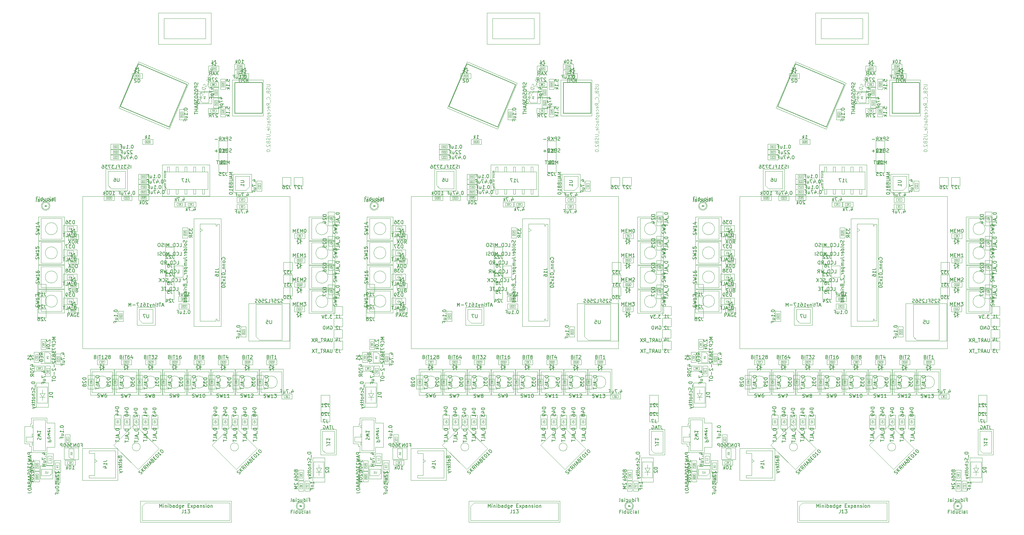
<source format=gbr>
%MOIN*%
%OFA0B0*%
%FSLAX46Y46*%
%IPPOS*%
%LPD*%
%ADD10C,0.0019685039370078744*%
%ADD21C,0.005905511811023622*%
%ADD22C,0.005*%
%ADD23C,0.0039370078740157488*%
%ADD24C,0.0047244094488188976*%
%ADD25C,0.0005905511811023622*%
%ADD26C,0.0023622047244094488*%
%ADD27C,0.0015748031496062994*%
%ADD28C,0.002952755905511811*%
%ADD29C,0.0031496062992125988*%
%ADD30C,0.0047244094488188976*%
%ADD31C,0.0019685039370078744*%
%ADD32C,0.005905511811023622*%
%ADD33C,0.0039370078740157488*%
%ADD34C,0.0047244094488188976*%
%ADD35C,0.0015748031496062994*%
%ADD36C,0.0023622047244094488*%
%ADD37C,0.0019685039370078744*%
%ADD38C,0.005905511811023622*%
%ADD39C,0.005*%
%ADD40C,0.0039370078740157488*%
%ADD41C,0.0047244094488188976*%
%ADD42C,0.0005905511811023622*%
%ADD43C,0.0023622047244094488*%
%ADD44C,0.0015748031496062994*%
%ADD45C,0.002952755905511811*%
%ADD46C,0.0031496062992125988*%
%ADD47C,0.0047244094488188976*%
%ADD48C,0.0019685039370078744*%
%ADD49C,0.005905511811023622*%
%ADD50C,0.0039370078740157488*%
%ADD51C,0.0047244094488188976*%
%ADD52C,0.0015748031496062994*%
%ADD53C,0.0023622047244094488*%
%ADD54C,0.0019685039370078744*%
%ADD55C,0.005905511811023622*%
%ADD56C,0.005*%
%ADD57C,0.0039370078740157488*%
%ADD58C,0.0047244094488188976*%
%ADD59C,0.0005905511811023622*%
%ADD60C,0.0023622047244094488*%
%ADD61C,0.0015748031496062994*%
%ADD62C,0.002952755905511811*%
%ADD63C,0.0031496062992125988*%
%ADD64C,0.0047244094488188976*%
%ADD65C,0.0019685039370078744*%
%ADD66C,0.005905511811023622*%
%ADD67C,0.0039370078740157488*%
%ADD68C,0.0047244094488188976*%
%ADD69C,0.0015748031496062994*%
%ADD70C,0.0023622047244094488*%
D10*
X0001452567Y0005185555D02*
X0002025164Y0004942502D01*
X0001674853Y0005709228D02*
X0001452567Y0005185555D01*
X0002247450Y0005466175D02*
X0001674853Y0005709228D01*
X0002025164Y0004942502D02*
X0002247450Y0005466175D01*
X0001982283Y0003503937D02*
X0002080708Y0003503937D01*
X0001982283Y0003503937D02*
X0001982283Y0003602362D01*
X0002080708Y0003602362D02*
X0002080708Y0003503937D01*
X0002080708Y0003602362D02*
X0001982283Y0003602362D01*
X0001982283Y0003304094D02*
X0002080708Y0003304094D01*
X0001982283Y0003304094D02*
X0001982283Y0003402519D01*
X0002080708Y0003402519D02*
X0002080708Y0003304094D01*
X0002080708Y0003402519D02*
X0001982283Y0003402519D01*
X0002133464Y0003037401D02*
X0002133464Y0002979921D01*
X0002133464Y0002979921D02*
X0002250000Y0002979921D01*
X0002250000Y0002979921D02*
X0002250000Y0003037401D01*
X0002250000Y0003037401D02*
X0002133464Y0003037401D01*
X0002082677Y0003388582D02*
X0002082677Y0003258661D01*
X0002082677Y0003388582D02*
X0002181102Y0003388582D01*
X0002181102Y0003258661D02*
X0002082677Y0003258661D01*
X0002181102Y0003258661D02*
X0002181102Y0003388582D01*
X0002080708Y0003102755D02*
X0001982283Y0003102755D01*
X0002080708Y0003102755D02*
X0002080708Y0003004330D01*
X0001982283Y0003004330D02*
X0001982283Y0003102755D01*
X0001982283Y0003004330D02*
X0002080708Y0003004330D01*
X0003569685Y0000650787D02*
G75*
G03X0003569685Y0000650787I-0000049212D01*
G01*
X0000668110Y0004068503D02*
G75*
G03X0000668110Y0004068503I-0000049212D01*
G01*
X0001304330Y0004242125D02*
X0001304330Y0004486220D01*
X0001304330Y0004486220D02*
X0001548425Y0004486220D01*
X0001548425Y0004486220D02*
X0001548425Y0004242125D01*
X0001548425Y0004242125D02*
X0001304330Y0004242125D01*
X0002305511Y0002698818D02*
X0002305511Y0003923228D01*
X0002616535Y0002698818D02*
X0002305511Y0002698818D01*
X0002616535Y0003923228D02*
X0002616535Y0002698818D01*
X0002305511Y0003923228D02*
X0002616535Y0003923228D01*
X0003659003Y0000925505D02*
X0003796798Y0000925505D01*
X0003659003Y0001201096D02*
X0003659003Y0000925505D01*
X0003796798Y0001201096D02*
X0003659003Y0001201096D01*
X0003796798Y0000925505D02*
X0003796798Y0001201096D01*
X0002586614Y0005184908D02*
X0002586614Y0005301443D01*
X0002529133Y0005184908D02*
X0002586614Y0005184908D01*
X0002529133Y0005301443D02*
X0002529133Y0005184908D01*
X0002586614Y0005301443D02*
X0002529133Y0005301443D01*
X0000789340Y0002266533D02*
X0000789340Y0002383068D01*
X0000731860Y0002266533D02*
X0000789340Y0002266533D01*
X0000731860Y0002383068D02*
X0000731860Y0002266533D01*
X0000789340Y0002383068D02*
X0000731860Y0002383068D01*
X0000616760Y0002246268D02*
X0000616760Y0002129733D01*
X0000674240Y0002246268D02*
X0000616760Y0002246268D01*
X0000674240Y0002129733D02*
X0000674240Y0002246268D01*
X0000616760Y0002129733D02*
X0000674240Y0002129733D01*
X0001792125Y0004432283D02*
X0001675590Y0004432283D01*
X0001792125Y0004374803D02*
X0001792125Y0004432283D01*
X0001675590Y0004374803D02*
X0001792125Y0004374803D01*
X0001675590Y0004432283D02*
X0001675590Y0004374803D01*
X0003625669Y0000821755D02*
X0003625669Y0000938291D01*
X0003568188Y0000821755D02*
X0003625669Y0000821755D01*
X0003568188Y0000938291D02*
X0003568188Y0000821755D01*
X0003625669Y0000938291D02*
X0003568188Y0000938291D01*
X0000838460Y0001463268D02*
X0000838460Y0001346733D01*
X0000895940Y0001463268D02*
X0000838460Y0001463268D01*
X0000895940Y0001346733D02*
X0000895940Y0001463268D01*
X0000838460Y0001346733D02*
X0000895940Y0001346733D01*
X0000725196Y0001032677D02*
X0000725196Y0000916141D01*
X0000782677Y0001032677D02*
X0000725196Y0001032677D01*
X0000782677Y0000916141D02*
X0000782677Y0001032677D01*
X0000725196Y0000916141D02*
X0000782677Y0000916141D01*
X0002912992Y0004089763D02*
X0002796456Y0004089763D01*
X0002912992Y0004032283D02*
X0002912992Y0004089763D01*
X0002796456Y0004032283D02*
X0002912992Y0004032283D01*
X0002796456Y0004089763D02*
X0002796456Y0004032283D01*
X0003022047Y0004354724D02*
X0003022047Y0004238188D01*
X0003079527Y0004354724D02*
X0003022047Y0004354724D01*
X0003079527Y0004238188D02*
X0003079527Y0004354724D01*
X0003022047Y0004238188D02*
X0003079527Y0004238188D01*
X0003422834Y0001927559D02*
X0003306299Y0001927559D01*
X0003422834Y0001870078D02*
X0003422834Y0001927559D01*
X0003306299Y0001870078D02*
X0003422834Y0001870078D01*
X0003306299Y0001927559D02*
X0003306299Y0001870078D01*
X0002912992Y0004166535D02*
X0002796456Y0004166535D01*
X0002912992Y0004109055D02*
X0002912992Y0004166535D01*
X0002796456Y0004109055D02*
X0002912992Y0004109055D01*
X0002796456Y0004166535D02*
X0002796456Y0004109055D01*
X0000633858Y0001261417D02*
X0000633858Y0001261417D01*
X0000633858Y0001320472D02*
X0000633858Y0001261417D01*
X0000722440Y0001320472D02*
X0000633858Y0001320472D01*
X0000722440Y0001596062D02*
X0000722440Y0001320472D01*
X0000633858Y0001596062D02*
X0000722440Y0001596062D01*
X0000633858Y0001655118D02*
X0000633858Y0001596062D01*
X0000456692Y0001655118D02*
X0000633858Y0001655118D01*
X0000456692Y0001586220D02*
X0000456692Y0001655118D01*
X0000446850Y0001586220D02*
X0000456692Y0001586220D01*
X0000446850Y0001556692D02*
X0000446850Y0001586220D01*
X0000377952Y0001556692D02*
X0000446850Y0001556692D01*
X0000377952Y0001359842D02*
X0000377952Y0001556692D01*
X0000437007Y0001359842D02*
X0000377952Y0001359842D01*
X0000437007Y0001330314D02*
X0000437007Y0001359842D01*
X0000456692Y0001330314D02*
X0000437007Y0001330314D01*
X0000456692Y0001261417D02*
X0000456692Y0001330314D01*
X0000633858Y0001261417D02*
X0000456692Y0001261417D01*
X0002586220Y0005304068D02*
X0002586220Y0005420603D01*
X0002528740Y0005304068D02*
X0002586220Y0005304068D01*
X0002528740Y0005420603D02*
X0002528740Y0005304068D01*
X0002586220Y0005420603D02*
X0002528740Y0005420603D01*
X0002842125Y0002692519D02*
X0002842125Y0002575984D01*
X0002899606Y0002692519D02*
X0002842125Y0002692519D01*
X0002899606Y0002575984D02*
X0002899606Y0002692519D01*
X0002842125Y0002575984D02*
X0002899606Y0002575984D01*
X0002884251Y0005617716D02*
X0002767716Y0005617716D01*
X0002884251Y0005560236D02*
X0002884251Y0005617716D01*
X0002767716Y0005560236D02*
X0002884251Y0005560236D01*
X0002767716Y0005617716D02*
X0002767716Y0005560236D01*
X0001675590Y0004316141D02*
X0001792125Y0004316141D01*
X0001675590Y0004373622D02*
X0001675590Y0004316141D01*
X0001792125Y0004373622D02*
X0001675590Y0004373622D01*
X0001792125Y0004316141D02*
X0001792125Y0004373622D01*
X0001675590Y0004198818D02*
X0001792125Y0004198818D01*
X0001675590Y0004256299D02*
X0001675590Y0004198818D01*
X0001792125Y0004256299D02*
X0001675590Y0004256299D01*
X0001792125Y0004198818D02*
X0001792125Y0004256299D01*
X0001358661Y0004654133D02*
X0001475196Y0004654133D01*
X0001358661Y0004711614D02*
X0001358661Y0004654133D01*
X0001475196Y0004711614D02*
X0001358661Y0004711614D01*
X0001475196Y0004654133D02*
X0001475196Y0004711614D01*
X0001358661Y0004714960D02*
X0001475196Y0004714960D01*
X0001358661Y0004772440D02*
X0001358661Y0004714960D01*
X0001475196Y0004772440D02*
X0001358661Y0004772440D01*
X0001475196Y0004714960D02*
X0001475196Y0004772440D01*
X0001792125Y0004314960D02*
X0001675590Y0004314960D01*
X0001792125Y0004257480D02*
X0001792125Y0004314960D01*
X0001675590Y0004257480D02*
X0001792125Y0004257480D01*
X0001675590Y0004314960D02*
X0001675590Y0004257480D01*
X0002347637Y0005372440D02*
X0002347637Y0005234645D01*
X0002347637Y0005372440D02*
X0002509055Y0005372440D01*
X0002509055Y0005234645D02*
X0002347637Y0005234645D01*
X0002509055Y0005234645D02*
X0002509055Y0005372440D01*
X0000543140Y0002287733D02*
X0000543140Y0002404268D01*
X0000485660Y0002287733D02*
X0000543140Y0002287733D01*
X0000485660Y0002404268D02*
X0000485660Y0002287733D01*
X0000543140Y0002404268D02*
X0000485660Y0002404268D01*
X0000789370Y0001037204D02*
X0000789370Y0001169488D01*
X0000714566Y0001037204D02*
X0000789370Y0001037204D01*
X0000714566Y0001169488D02*
X0000714566Y0001037204D01*
X0000789370Y0001169488D02*
X0000714566Y0001169488D01*
X0001446456Y0002869685D02*
X0001446456Y0002753149D01*
X0001503937Y0002869685D02*
X0001446456Y0002869685D01*
X0001503937Y0002753149D02*
X0001503937Y0002869685D01*
X0001446456Y0002753149D02*
X0001503937Y0002753149D01*
X0003499188Y0000938291D02*
X0003499188Y0000821755D01*
X0003556669Y0000938291D02*
X0003499188Y0000938291D01*
X0003556669Y0000821755D02*
X0003556669Y0000938291D01*
X0003499188Y0000821755D02*
X0003556669Y0000821755D01*
X0002177559Y0003819291D02*
X0002177559Y0003702755D01*
X0002235039Y0003819291D02*
X0002177559Y0003819291D01*
X0002235039Y0003702755D02*
X0002235039Y0003819291D01*
X0002177559Y0003702755D02*
X0002235039Y0003702755D01*
X0002470078Y0005124803D02*
X0002586614Y0005124803D01*
X0002470078Y0005182283D02*
X0002470078Y0005124803D01*
X0002586614Y0005182283D02*
X0002470078Y0005182283D01*
X0002586614Y0005124803D02*
X0002586614Y0005182283D01*
X0002607874Y0005201574D02*
X0002607874Y0005085039D01*
X0002665354Y0005201574D02*
X0002607874Y0005201574D01*
X0002665354Y0005085039D02*
X0002665354Y0005201574D01*
X0002607874Y0005085039D02*
X0002665354Y0005085039D01*
X0002607874Y0005513779D02*
X0002607874Y0005397244D01*
X0002665354Y0005513779D02*
X0002607874Y0005513779D01*
X0002665354Y0005397244D02*
X0002665354Y0005513779D01*
X0002607874Y0005397244D02*
X0002665354Y0005397244D01*
X0000714703Y0002273234D02*
X0000714703Y0002414966D01*
X0000565097Y0002273234D02*
X0000714703Y0002273234D01*
X0000565097Y0002414966D02*
X0000565097Y0002273234D01*
X0000714703Y0002414966D02*
X0000565097Y0002414966D01*
X0002469685Y0005423228D02*
X0002586220Y0005423228D01*
X0002469685Y0005480708D02*
X0002469685Y0005423228D01*
X0002586220Y0005480708D02*
X0002469685Y0005480708D01*
X0002586220Y0005423228D02*
X0002586220Y0005480708D01*
X0001037513Y0000945098D02*
X0001037513Y0001307303D01*
X0001439088Y0000945098D02*
X0001037513Y0000945098D01*
X0001439088Y0001307303D02*
X0001439088Y0000945098D01*
X0001037513Y0001307303D02*
X0001439088Y0001307303D01*
X0000991409Y0001314529D02*
X0000829992Y0001314529D01*
X0000991409Y0001314529D02*
X0000991409Y0001180671D01*
X0000829992Y0001180671D02*
X0000829992Y0001314529D01*
X0000829992Y0001180671D02*
X0000991409Y0001180671D01*
X0003750108Y0001234225D02*
X0003750108Y0001525563D01*
X0003750108Y0001525563D02*
X0003925305Y0001525563D01*
X0003925305Y0001525563D02*
X0003925305Y0001234225D01*
X0003925305Y0001234225D02*
X0003750108Y0001234225D01*
X0002137795Y0005166141D02*
X0002137795Y0005049606D01*
X0002195275Y0005166141D02*
X0002137795Y0005166141D01*
X0002195275Y0005049606D02*
X0002195275Y0005166141D01*
X0002137795Y0005049606D02*
X0002195275Y0005049606D01*
X0000840354Y0001115944D02*
X0000956889Y0001115944D01*
X0000840354Y0001173425D02*
X0000840354Y0001115944D01*
X0000956889Y0001173425D02*
X0000840354Y0001173425D01*
X0000956889Y0001115944D02*
X0000956889Y0001173425D01*
X0002961811Y0004429527D02*
X0002961811Y0004224803D01*
X0002757086Y0004429527D02*
X0002961811Y0004429527D01*
X0002757086Y0004224803D02*
X0002757086Y0004429527D01*
X0002961811Y0004224803D02*
X0002757086Y0004224803D01*
X0000559055Y0000959645D02*
X0000700787Y0000959645D01*
X0000559055Y0001109251D02*
X0000559055Y0000959645D01*
X0000700787Y0001109251D02*
X0000559055Y0001109251D01*
X0000700787Y0000959645D02*
X0000700787Y0001109251D01*
X0000624140Y0002433333D02*
X0000624140Y0002549868D01*
X0000566660Y0002433333D02*
X0000624140Y0002433333D01*
X0000566660Y0002549868D02*
X0000566660Y0002433333D01*
X0000624140Y0002549868D02*
X0000566660Y0002549868D01*
X0002211811Y0004057874D02*
X0002328346Y0004057874D01*
X0002211811Y0004115354D02*
X0002211811Y0004057874D01*
X0002328346Y0004115354D02*
X0002211811Y0004115354D01*
X0002328346Y0004057874D02*
X0002328346Y0004115354D01*
X0001675590Y0004135433D02*
X0001792125Y0004135433D01*
X0001675590Y0004192913D02*
X0001675590Y0004135433D01*
X0001792125Y0004192913D02*
X0001675590Y0004192913D01*
X0001792125Y0004135433D02*
X0001792125Y0004192913D01*
X0003094488Y0005504724D02*
X0002743700Y0005504724D01*
X0003094488Y0005093700D02*
X0003094488Y0005504724D01*
X0002743700Y0005093700D02*
X0003094488Y0005093700D01*
X0002743700Y0005504724D02*
X0002743700Y0005093700D01*
X0001398425Y0004188188D02*
X0001281889Y0004188188D01*
X0001398425Y0004130708D02*
X0001398425Y0004188188D01*
X0001281889Y0004130708D02*
X0001398425Y0004130708D01*
X0001281889Y0004188188D02*
X0001281889Y0004130708D01*
X0003499188Y0001059291D02*
X0003499188Y0000942755D01*
X0003556669Y0001059291D02*
X0003499188Y0001059291D01*
X0003556669Y0000942755D02*
X0003556669Y0001059291D01*
X0003499188Y0000942755D02*
X0003556669Y0000942755D01*
X0002203937Y0004115354D02*
X0002087401Y0004115354D01*
X0002203937Y0004057874D02*
X0002203937Y0004115354D01*
X0002087401Y0004057874D02*
X0002203937Y0004057874D01*
X0002087401Y0004115354D02*
X0002087401Y0004057874D01*
X0003394881Y0002532283D02*
X0002927952Y0002532283D01*
X0003394881Y0002957480D02*
X0003394881Y0002532283D01*
X0002927952Y0002957480D02*
X0003394881Y0002957480D01*
X0002927952Y0002532283D02*
X0002927952Y0002957480D01*
X0000488933Y0002188860D02*
X0000605468Y0002188860D01*
X0000488933Y0002246340D02*
X0000488933Y0002188860D01*
X0000605468Y0002246340D02*
X0000488933Y0002246340D01*
X0000605468Y0002188860D02*
X0000605468Y0002246340D01*
X0001864566Y0002710236D02*
X0001659842Y0002710236D01*
X0001864566Y0002914960D02*
X0001864566Y0002710236D01*
X0001659842Y0002914960D02*
X0001864566Y0002914960D01*
X0001659842Y0002710236D02*
X0001659842Y0002914960D01*
X0002884251Y0005683464D02*
X0002767716Y0005683464D01*
X0002884251Y0005625984D02*
X0002884251Y0005683464D01*
X0002767716Y0005625984D02*
X0002884251Y0005625984D01*
X0002767716Y0005683464D02*
X0002767716Y0005625984D01*
X0002688188Y0004678149D02*
X0002589763Y0004678149D01*
X0002688188Y0004678149D02*
X0002688188Y0004579724D01*
X0002589763Y0004579724D02*
X0002589763Y0004678149D01*
X0002589763Y0004579724D02*
X0002688188Y0004579724D01*
X0003831889Y0003724671D02*
X0003906692Y0003724671D01*
X0003906692Y0003724671D02*
X0003906692Y0003567191D01*
X0003831889Y0003567191D02*
X0003906692Y0003567191D01*
X0003831889Y0003724671D02*
X0003831889Y0003567191D01*
X0003998031Y0002923228D02*
X0003899606Y0002923228D01*
X0003998031Y0002923228D02*
X0003998031Y0002824803D01*
X0003899606Y0002824803D02*
X0003899606Y0002923228D01*
X0003899606Y0002824803D02*
X0003998031Y0002824803D01*
X0001400699Y0001688440D02*
X0001475502Y0001688440D01*
X0001475502Y0001688440D02*
X0001475502Y0001530960D01*
X0001400699Y0001530960D02*
X0001475502Y0001530960D01*
X0001400699Y0001688440D02*
X0001400699Y0001530960D01*
X0003997244Y0002661023D02*
X0003898818Y0002661023D01*
X0003997244Y0002661023D02*
X0003997244Y0002562598D01*
X0003898818Y0002562598D02*
X0003898818Y0002661023D01*
X0003898818Y0002562598D02*
X0003997244Y0002562598D01*
X0003998031Y0002791994D02*
X0003899606Y0002791994D01*
X0003998031Y0002791994D02*
X0003998031Y0002693569D01*
X0003899606Y0002693569D02*
X0003899606Y0002791994D01*
X0003899606Y0002693569D02*
X0003998031Y0002693569D01*
X0001922413Y0002142240D02*
X0001997216Y0002142240D01*
X0001997216Y0002142240D02*
X0001997216Y0001984760D01*
X0001922413Y0001984760D02*
X0001997216Y0001984760D01*
X0001922413Y0002142240D02*
X0001922413Y0001984760D01*
X0001822399Y0001688440D02*
X0001897202Y0001688440D01*
X0001897202Y0001688440D02*
X0001897202Y0001530960D01*
X0001822399Y0001530960D02*
X0001897202Y0001530960D01*
X0001822399Y0001688440D02*
X0001822399Y0001530960D01*
X0002847124Y0001688440D02*
X0002921927Y0001688440D01*
X0002921927Y0001688440D02*
X0002921927Y0001530960D01*
X0002847124Y0001530960D02*
X0002921927Y0001530960D01*
X0002847124Y0001688440D02*
X0002847124Y0001530960D01*
X0002513599Y0001688440D02*
X0002588402Y0001688440D01*
X0002588402Y0001688440D02*
X0002588402Y0001530960D01*
X0002513599Y0001530960D02*
X0002588402Y0001530960D01*
X0002513599Y0001688440D02*
X0002513599Y0001530960D01*
X0003831889Y0004001574D02*
X0003906692Y0004001574D01*
X0003906692Y0004001574D02*
X0003906692Y0003844094D01*
X0003831889Y0003844094D02*
X0003906692Y0003844094D01*
X0003831889Y0004001574D02*
X0003831889Y0003844094D01*
X0000977165Y0003847244D02*
X0000977165Y0003772440D01*
X0000977165Y0003772440D02*
X0000819685Y0003772440D01*
X0000819685Y0003847244D02*
X0000819685Y0003772440D01*
X0000977165Y0003847244D02*
X0000819685Y0003847244D01*
X0002958299Y0001688440D02*
X0003033102Y0001688440D01*
X0003033102Y0001688440D02*
X0003033102Y0001530960D01*
X0002958299Y0001530960D02*
X0003033102Y0001530960D01*
X0002958299Y0001688440D02*
X0002958299Y0001530960D01*
X0003998031Y0002529527D02*
X0003899606Y0002529527D01*
X0003998031Y0002529527D02*
X0003998031Y0002431102D01*
X0003899606Y0002431102D02*
X0003899606Y0002529527D01*
X0003899606Y0002431102D02*
X0003998031Y0002431102D01*
X0000977165Y0003019291D02*
X0000977165Y0002944488D01*
X0000977165Y0002944488D02*
X0000819685Y0002944488D01*
X0000819685Y0003019291D02*
X0000819685Y0002944488D01*
X0000977165Y0003019291D02*
X0000819685Y0003019291D01*
X0002080708Y0003202677D02*
X0001982283Y0003202677D01*
X0002080708Y0003202677D02*
X0002080708Y0003104251D01*
X0001982283Y0003104251D02*
X0001982283Y0003202677D01*
X0001982283Y0003104251D02*
X0002080708Y0003104251D01*
X0002080708Y0003302598D02*
X0001982283Y0003302598D01*
X0002080708Y0003302598D02*
X0002080708Y0003204173D01*
X0001982283Y0003204173D02*
X0001982283Y0003302598D01*
X0001982283Y0003204173D02*
X0002080708Y0003204173D01*
X0003831889Y0003447769D02*
X0003906692Y0003447769D01*
X0003906692Y0003447769D02*
X0003906692Y0003290288D01*
X0003831889Y0003290288D02*
X0003906692Y0003290288D01*
X0003831889Y0003447769D02*
X0003831889Y0003290288D01*
X0001506124Y0001688440D02*
X0001580927Y0001688440D01*
X0001580927Y0001688440D02*
X0001580927Y0001530960D01*
X0001506124Y0001530960D02*
X0001580927Y0001530960D01*
X0001506124Y0001688440D02*
X0001506124Y0001530960D01*
X0002735949Y0001688440D02*
X0002810752Y0001688440D01*
X0002810752Y0001688440D02*
X0002810752Y0001530960D01*
X0002735949Y0001530960D02*
X0002810752Y0001530960D01*
X0002735949Y0001688440D02*
X0002735949Y0001530960D01*
X0002080708Y0003502440D02*
X0001982283Y0003502440D01*
X0002080708Y0003502440D02*
X0002080708Y0003404015D01*
X0001982283Y0003404015D02*
X0001982283Y0003502440D01*
X0001982283Y0003404015D02*
X0002080708Y0003404015D01*
X0001372670Y0002142240D02*
X0001447473Y0002142240D01*
X0001447473Y0002142240D02*
X0001447473Y0001984760D01*
X0001372670Y0001984760D02*
X0001447473Y0001984760D01*
X0001372670Y0002142240D02*
X0001372670Y0001984760D01*
X0002472156Y0002142240D02*
X0002546959Y0002142240D01*
X0002546959Y0002142240D02*
X0002546959Y0001984760D01*
X0002472156Y0001984760D02*
X0002546959Y0001984760D01*
X0002472156Y0002142240D02*
X0002472156Y0001984760D01*
X0001647542Y0002142240D02*
X0001722345Y0002142240D01*
X0001722345Y0002142240D02*
X0001722345Y0001984760D01*
X0001647542Y0001984760D02*
X0001722345Y0001984760D01*
X0001647542Y0002142240D02*
X0001647542Y0001984760D01*
X0001097799Y0002142240D02*
X0001172602Y0002142240D01*
X0001172602Y0002142240D02*
X0001172602Y0001984760D01*
X0001097799Y0001984760D02*
X0001172602Y0001984760D01*
X0001097799Y0002142240D02*
X0001097799Y0001984760D01*
X0002747027Y0002142240D02*
X0002821830Y0002142240D01*
X0002821830Y0002142240D02*
X0002821830Y0001984760D01*
X0002747027Y0001984760D02*
X0002821830Y0001984760D01*
X0002747027Y0002142240D02*
X0002747027Y0001984760D01*
X0000977165Y0003571259D02*
X0000977165Y0003496456D01*
X0000977165Y0003496456D02*
X0000819685Y0003496456D01*
X0000819685Y0003571259D02*
X0000819685Y0003496456D01*
X0000977165Y0003571259D02*
X0000819685Y0003571259D01*
X0000977165Y0003295275D02*
X0000977165Y0003220472D01*
X0000977165Y0003220472D02*
X0000819685Y0003220472D01*
X0000819685Y0003295275D02*
X0000819685Y0003220472D01*
X0000977165Y0003295275D02*
X0000819685Y0003295275D01*
X0003021899Y0002142240D02*
X0003096702Y0002142240D01*
X0003096702Y0002142240D02*
X0003096702Y0001984760D01*
X0003021899Y0001984760D02*
X0003096702Y0001984760D01*
X0003021899Y0002142240D02*
X0003021899Y0001984760D01*
X0003831889Y0003170866D02*
X0003906692Y0003170866D01*
X0003906692Y0003170866D02*
X0003906692Y0003013385D01*
X0003831889Y0003013385D02*
X0003906692Y0003013385D01*
X0003831889Y0003170866D02*
X0003831889Y0003013385D01*
X0001611549Y0001688440D02*
X0001686352Y0001688440D01*
X0001686352Y0001688440D02*
X0001686352Y0001530960D01*
X0001611549Y0001530960D02*
X0001686352Y0001530960D01*
X0001611549Y0001688440D02*
X0001611549Y0001530960D01*
X0001716974Y0001688440D02*
X0001791777Y0001688440D01*
X0001791777Y0001688440D02*
X0001791777Y0001530960D01*
X0001716974Y0001530960D02*
X0001791777Y0001530960D01*
X0001716974Y0001688440D02*
X0001716974Y0001530960D01*
X0002197284Y0002142240D02*
X0002272088Y0002142240D01*
X0002272088Y0002142240D02*
X0002272088Y0001984760D01*
X0002197284Y0001984760D02*
X0002272088Y0001984760D01*
X0002197284Y0002142240D02*
X0002197284Y0001984760D01*
X0002624774Y0001688440D02*
X0002699577Y0001688440D01*
X0002699577Y0001688440D02*
X0002699577Y0001530960D01*
X0002624774Y0001530960D02*
X0002699577Y0001530960D01*
X0002624774Y0001688440D02*
X0002624774Y0001530960D01*
X0001475196Y0004650787D02*
X0001358661Y0004650787D01*
X0001475196Y0004593307D02*
X0001475196Y0004650787D01*
X0001358661Y0004593307D02*
X0001475196Y0004593307D01*
X0001358661Y0004650787D02*
X0001358661Y0004593307D01*
X0001599212Y0004188188D02*
X0001482677Y0004188188D01*
X0001599212Y0004130708D02*
X0001599212Y0004188188D01*
X0001482677Y0004130708D02*
X0001599212Y0004130708D01*
X0001482677Y0004188188D02*
X0001482677Y0004130708D01*
X0000512903Y0001777705D02*
X0000650698Y0001777705D01*
X0000512903Y0002053296D02*
X0000512903Y0001777705D01*
X0000650698Y0002053296D02*
X0000512903Y0002053296D01*
X0000650698Y0001777705D02*
X0000650698Y0002053296D01*
X0002135433Y0002952755D02*
X0002135433Y0002895275D01*
X0002135433Y0002895275D02*
X0002251968Y0002895275D01*
X0002251968Y0002895275D02*
X0002251968Y0002952755D01*
X0002251968Y0002952755D02*
X0002135433Y0002952755D01*
X0002484421Y0004537401D02*
X0001945051Y0004537401D01*
X0002484421Y0004181102D02*
X0002484421Y0004537401D01*
X0001945051Y0004181102D02*
X0002484421Y0004181102D01*
X0001945051Y0004537401D02*
X0001945051Y0004181102D01*
X0001721259Y0004827165D02*
X0001721259Y0004769685D01*
X0001721259Y0004769685D02*
X0001837795Y0004769685D01*
X0001837795Y0004769685D02*
X0001837795Y0004827165D01*
X0001837795Y0004827165D02*
X0001721259Y0004827165D01*
X0003852362Y0001709842D02*
X0003753937Y0001709842D01*
X0003852362Y0001709842D02*
X0003852362Y0001611417D01*
X0003753937Y0001611417D02*
X0003753937Y0001709842D01*
X0003753937Y0001611417D02*
X0003852362Y0001611417D01*
X0003753937Y0001713188D02*
X0003852362Y0001713188D01*
X0003753937Y0001713188D02*
X0003753937Y0001811614D01*
X0003852362Y0001811614D02*
X0003852362Y0001713188D01*
X0003852362Y0001811614D02*
X0003753937Y0001811614D01*
X0003753937Y0001814960D02*
X0003852362Y0001814960D01*
X0003753937Y0001814960D02*
X0003753937Y0001913385D01*
X0003852362Y0001913385D02*
X0003852362Y0001814960D01*
X0003852362Y0001913385D02*
X0003753937Y0001913385D01*
X0000491338Y0001168897D02*
X0000491338Y0001052362D01*
X0000548818Y0001168897D02*
X0000491338Y0001168897D01*
X0000548818Y0001052362D02*
X0000548818Y0001168897D01*
X0000491338Y0001052362D02*
X0000548818Y0001052362D01*
X0000491732Y0000926771D02*
X0000549212Y0000926771D01*
X0000549212Y0000926771D02*
X0000549212Y0001043307D01*
X0000549212Y0001043307D02*
X0000491732Y0001043307D01*
X0000491732Y0001043307D02*
X0000491732Y0000926771D01*
X0000629921Y0001114960D02*
X0000704724Y0001114960D01*
X0000704724Y0001114960D02*
X0000704724Y0001247244D01*
X0000704724Y0001247244D02*
X0000629921Y0001247244D01*
X0000629921Y0001247244D02*
X0000629921Y0001114960D01*
X0002589763Y0004713385D02*
X0002688188Y0004713385D01*
X0002589763Y0004713385D02*
X0002589763Y0004811811D01*
X0002688188Y0004811811D02*
X0002688188Y0004713385D01*
X0002688188Y0004811811D02*
X0002589763Y0004811811D01*
X0002688188Y0004544488D02*
X0002589763Y0004544488D01*
X0002688188Y0004544488D02*
X0002688188Y0004446062D01*
X0002589763Y0004446062D02*
X0002589763Y0004544488D01*
X0002589763Y0004446062D02*
X0002688188Y0004446062D01*
X0003312598Y0004297244D02*
X0003411023Y0004297244D01*
X0003312598Y0004297244D02*
X0003312598Y0004395669D01*
X0003411023Y0004395669D02*
X0003411023Y0004297244D01*
X0003411023Y0004395669D02*
X0003312598Y0004395669D01*
X0003446850Y0004297244D02*
X0003545275Y0004297244D01*
X0003446850Y0004297244D02*
X0003446850Y0004395669D01*
X0003545275Y0004395669D02*
X0003545275Y0004297244D01*
X0003545275Y0004395669D02*
X0003446850Y0004395669D01*
X0000525118Y0003077952D02*
X0000623543Y0003077952D01*
X0000525118Y0003077952D02*
X0000525118Y0003176377D01*
X0000623543Y0003176377D02*
X0000623543Y0003077952D01*
X0000623543Y0003176377D02*
X0000525118Y0003176377D01*
X0000623543Y0002893307D02*
X0000525118Y0002893307D01*
X0000623543Y0002893307D02*
X0000623543Y0002794881D01*
X0000525118Y0002794881D02*
X0000525118Y0002893307D01*
X0000525118Y0002794881D02*
X0000623543Y0002794881D01*
X0000525118Y0002936417D02*
X0000623543Y0002936417D01*
X0000525118Y0002936417D02*
X0000525118Y0003034842D01*
X0000623543Y0003034842D02*
X0000623543Y0002936417D01*
X0000623543Y0003034842D02*
X0000525118Y0003034842D01*
X0003424803Y0003141732D02*
X0003326377Y0003141732D01*
X0003424803Y0003141732D02*
X0003424803Y0003043307D01*
X0003326377Y0003043307D02*
X0003326377Y0003141732D01*
X0003326377Y0003043307D02*
X0003424803Y0003043307D01*
X0003327165Y0003186220D02*
X0003425590Y0003186220D01*
X0003327165Y0003186220D02*
X0003327165Y0003284645D01*
X0003425590Y0003284645D02*
X0003425590Y0003186220D01*
X0003425590Y0003284645D02*
X0003327165Y0003284645D01*
X0003425590Y0003427559D02*
X0003327165Y0003427559D01*
X0003425590Y0003427559D02*
X0003425590Y0003329133D01*
X0003327165Y0003329133D02*
X0003327165Y0003427559D01*
X0003327165Y0003329133D02*
X0003425590Y0003329133D01*
G04 next file*
G04 #@! TF.GenerationSoftware,KiCad,Pcbnew,(5.1.5)-3*
G04 #@! TF.CreationDate,2021-01-15T00:49:49-07:00*
G04 #@! TF.ProjectId,purplewizard,70757270-6c65-4776-997a-6172642e6b69,0.1*
G04 #@! TF.SameCoordinates,PX613b810PYa454c00*
G04 #@! TF.FileFunction,Other,Fab,Bot*
G04 Gerber Fmt 4.6, Leading zero omitted, Abs format (unit mm)*
G04 Created by KiCad (PCBNEW (5.1.5)-3) date 2021-01-15 00:49:49*
G04 APERTURE LIST*
G04 APERTURE END LIST*
D21*
X0000447637Y0002324409D02*
X0000447637Y0002310236D01*
X0000447637Y0002359842D02*
X0000447637Y0002375984D01*
X0000413779Y0002324803D02*
X0000447244Y0002360236D01*
X0000478346Y0002324803D02*
X0000413779Y0002324803D01*
X0000447637Y0002360236D02*
X0000478346Y0002324803D01*
X0000478740Y0002359842D02*
X0000414173Y0002359842D01*
D22*
X0001470088Y0005201642D02*
X0002024565Y0004966280D01*
X0001676221Y0005687262D02*
X0001470088Y0005201642D01*
X0002230699Y0005451901D02*
X0001676221Y0005687262D01*
X0002024565Y0004966280D02*
X0002230699Y0005451901D01*
D23*
X0002160236Y0003024409D02*
X0002160236Y0002992913D01*
X0002160236Y0002992913D02*
X0002223228Y0002992913D01*
X0002223228Y0002992913D02*
X0002223228Y0003024409D01*
X0002223228Y0003024409D02*
X0002160236Y0003024409D01*
X0003559842Y0000650787D02*
G75*
G03X0003559842Y0000650787I-0000039370D01*
G01*
X0000658267Y0004068503D02*
G75*
G03X0000658267Y0004068503I-0000039370D01*
G01*
X0001367322Y0004265748D02*
X0001524803Y0004265748D01*
X0001524803Y0004265748D02*
X0001524803Y0004462598D01*
X0001524803Y0004462598D02*
X0001327952Y0004462598D01*
X0001327952Y0004462598D02*
X0001327952Y0004305118D01*
X0001327952Y0004305118D02*
X0001367322Y0004265748D01*
X0002404216Y0003793307D02*
X0002376377Y0003773622D01*
X0002376377Y0003812992D02*
X0002404216Y0003793307D01*
X0002596850Y0002761811D02*
X0002596850Y0003311023D01*
X0002569291Y0002761811D02*
X0002596850Y0002761811D01*
X0002569291Y0002781496D02*
X0002569291Y0002761811D01*
X0002557480Y0002781496D02*
X0002569291Y0002781496D01*
X0002557480Y0002757874D02*
X0002557480Y0002781496D01*
X0002376377Y0002757874D02*
X0002557480Y0002757874D01*
X0002376377Y0003311023D02*
X0002376377Y0002757874D01*
X0002596850Y0003860236D02*
X0002596850Y0003311023D01*
X0002569291Y0003860236D02*
X0002596850Y0003860236D01*
X0002569291Y0003840551D02*
X0002569291Y0003860236D01*
X0002557480Y0003840551D02*
X0002569291Y0003840551D01*
X0002557480Y0003864173D02*
X0002557480Y0003840551D01*
X0002376377Y0003864173D02*
X0002557480Y0003864173D01*
X0002376377Y0003311023D02*
X0002376377Y0003864173D01*
X0003727860Y0001037732D02*
X0003759360Y0001083032D01*
X0003727860Y0001037732D02*
X0003698360Y0001083032D01*
X0003698360Y0001083032D02*
X0003759360Y0001083032D01*
X0003759360Y0001037732D02*
X0003696360Y0001037732D01*
X0003727860Y0001083032D02*
X0003727860Y0001122332D01*
X0003727860Y0001037732D02*
X0003727860Y0001002232D01*
X0003786955Y0001153851D02*
X0003786955Y0000972749D01*
X0003786955Y0001153851D02*
X0003668845Y0001153851D01*
X0003668845Y0000972749D02*
X0003786955Y0000972749D01*
X0003668845Y0001153851D02*
X0003668845Y0000972749D01*
X0002573622Y0005211679D02*
X0002573622Y0005274671D01*
X0002542125Y0005211679D02*
X0002573622Y0005211679D01*
X0002542125Y0005274671D02*
X0002542125Y0005211679D01*
X0002573622Y0005274671D02*
X0002542125Y0005274671D01*
X0000776348Y0002293304D02*
X0000776348Y0002356296D01*
X0000744852Y0002293304D02*
X0000776348Y0002293304D01*
X0000744852Y0002356296D02*
X0000744852Y0002293304D01*
X0000776348Y0002356296D02*
X0000744852Y0002356296D01*
X0000629752Y0002219496D02*
X0000629752Y0002156504D01*
X0000661248Y0002219496D02*
X0000629752Y0002219496D01*
X0000661248Y0002156504D02*
X0000661248Y0002219496D01*
X0000629752Y0002156504D02*
X0000661248Y0002156504D01*
X0001765354Y0004419291D02*
X0001702362Y0004419291D01*
X0001765354Y0004387795D02*
X0001765354Y0004419291D01*
X0001702362Y0004387795D02*
X0001765354Y0004387795D01*
X0001702362Y0004419291D02*
X0001702362Y0004387795D01*
X0003612677Y0000848527D02*
X0003612677Y0000911519D01*
X0003581181Y0000848527D02*
X0003612677Y0000848527D01*
X0003581181Y0000911519D02*
X0003581181Y0000848527D01*
X0003612677Y0000911519D02*
X0003581181Y0000911519D01*
X0000851452Y0001436496D02*
X0000851452Y0001373504D01*
X0000882948Y0001436496D02*
X0000851452Y0001436496D01*
X0000882948Y0001373504D02*
X0000882948Y0001436496D01*
X0000851452Y0001373504D02*
X0000882948Y0001373504D01*
X0000738188Y0001005905D02*
X0000738188Y0000942913D01*
X0000769685Y0001005905D02*
X0000738188Y0001005905D01*
X0000769685Y0000942913D02*
X0000769685Y0001005905D01*
X0000738188Y0000942913D02*
X0000769685Y0000942913D01*
X0002886220Y0004076771D02*
X0002823228Y0004076771D01*
X0002886220Y0004045275D02*
X0002886220Y0004076771D01*
X0002823228Y0004045275D02*
X0002886220Y0004045275D01*
X0002823228Y0004076771D02*
X0002823228Y0004045275D01*
X0003035039Y0004327952D02*
X0003035039Y0004264960D01*
X0003066535Y0004327952D02*
X0003035039Y0004327952D01*
X0003066535Y0004264960D02*
X0003066535Y0004327952D01*
X0003035039Y0004264960D02*
X0003066535Y0004264960D01*
X0003396062Y0001914566D02*
X0003333070Y0001914566D01*
X0003396062Y0001883070D02*
X0003396062Y0001914566D01*
X0003333070Y0001883070D02*
X0003396062Y0001883070D01*
X0003333070Y0001914566D02*
X0003333070Y0001883070D01*
X0002886220Y0004153543D02*
X0002823228Y0004153543D01*
X0002886220Y0004122047D02*
X0002886220Y0004153543D01*
X0002823228Y0004122047D02*
X0002886220Y0004122047D01*
X0002823228Y0004153543D02*
X0002823228Y0004122047D01*
X0000474409Y0001379527D02*
X0000474409Y0001379527D01*
X0000395669Y0001379527D02*
X0000474409Y0001379527D01*
X0000395669Y0001438582D02*
X0000395669Y0001379527D01*
X0000474409Y0001438582D02*
X0000395669Y0001438582D01*
X0000474409Y0001568503D02*
X0000474409Y0001568503D01*
X0000462598Y0001568503D02*
X0000474409Y0001568503D01*
X0000462598Y0001544881D02*
X0000462598Y0001568503D01*
X0000474409Y0001544881D02*
X0000462598Y0001544881D01*
X0000474409Y0001348031D02*
X0000474409Y0001348031D01*
X0000462598Y0001348031D02*
X0000474409Y0001348031D01*
X0000462598Y0001371653D02*
X0000462598Y0001348031D01*
X0000474409Y0001371653D02*
X0000462598Y0001371653D01*
X0000474409Y0001446456D02*
X0000474409Y0001446456D01*
X0000462598Y0001446456D02*
X0000474409Y0001446456D01*
X0000462598Y0001470078D02*
X0000462598Y0001446456D01*
X0000474409Y0001470078D02*
X0000462598Y0001470078D01*
X0000474409Y0001399212D02*
X0000474409Y0001399212D01*
X0000474409Y0001281102D02*
X0000474409Y0001281102D01*
X0000616141Y0001281102D02*
X0000474409Y0001281102D01*
X0000474409Y0001281102D02*
X0000474409Y0001281102D01*
X0000474409Y0001285039D02*
X0000474409Y0001281102D01*
X0000474409Y0001635433D02*
X0000474409Y0001285039D01*
X0000616141Y0001635433D02*
X0000474409Y0001635433D01*
X0000616141Y0001281102D02*
X0000616141Y0001635433D01*
X0002573228Y0005330839D02*
X0002573228Y0005393832D01*
X0002541732Y0005330839D02*
X0002573228Y0005330839D01*
X0002541732Y0005393832D02*
X0002541732Y0005330839D01*
X0002573228Y0005393832D02*
X0002541732Y0005393832D01*
X0002855118Y0002665748D02*
X0002855118Y0002602755D01*
X0002886614Y0002665748D02*
X0002855118Y0002665748D01*
X0002886614Y0002602755D02*
X0002886614Y0002665748D01*
X0002855118Y0002602755D02*
X0002886614Y0002602755D01*
X0002857480Y0005604724D02*
X0002794488Y0005604724D01*
X0002857480Y0005573228D02*
X0002857480Y0005604724D01*
X0002794488Y0005573228D02*
X0002857480Y0005573228D01*
X0002794488Y0005604724D02*
X0002794488Y0005573228D01*
X0001702362Y0004329133D02*
X0001765354Y0004329133D01*
X0001702362Y0004360629D02*
X0001702362Y0004329133D01*
X0001765354Y0004360629D02*
X0001702362Y0004360629D01*
X0001765354Y0004329133D02*
X0001765354Y0004360629D01*
X0001702362Y0004211811D02*
X0001765354Y0004211811D01*
X0001702362Y0004243307D02*
X0001702362Y0004211811D01*
X0001765354Y0004243307D02*
X0001702362Y0004243307D01*
X0001765354Y0004211811D02*
X0001765354Y0004243307D01*
X0001385433Y0004667125D02*
X0001448425Y0004667125D01*
X0001385433Y0004698622D02*
X0001385433Y0004667125D01*
X0001448425Y0004698622D02*
X0001385433Y0004698622D01*
X0001448425Y0004667125D02*
X0001448425Y0004698622D01*
X0001385433Y0004727952D02*
X0001448425Y0004727952D01*
X0001385433Y0004759448D02*
X0001385433Y0004727952D01*
X0001448425Y0004759448D02*
X0001385433Y0004759448D01*
X0001448425Y0004727952D02*
X0001448425Y0004759448D01*
X0001765354Y0004301968D02*
X0001702362Y0004301968D01*
X0001765354Y0004270472D02*
X0001765354Y0004301968D01*
X0001702362Y0004270472D02*
X0001765354Y0004270472D01*
X0001702362Y0004301968D02*
X0001702362Y0004270472D01*
X0002475590Y0005244488D02*
X0002475590Y0005362598D01*
X0002475590Y0005362598D02*
X0002381102Y0005362598D01*
X0002381102Y0005362598D02*
X0002381102Y0005264173D01*
X0002400787Y0005244488D02*
X0002475590Y0005244488D01*
X0002381102Y0005264173D02*
X0002400787Y0005244488D01*
X0000530148Y0002314504D02*
X0000498652Y0002314504D01*
X0000530148Y0002377496D02*
X0000530148Y0002314504D01*
X0000510463Y0002377496D02*
X0000530148Y0002377496D01*
X0000498652Y0002365685D02*
X0000510463Y0002377496D01*
X0000498652Y0002314504D02*
X0000498652Y0002365685D01*
X0000775590Y0001063976D02*
X0000775590Y0001142716D01*
X0000728346Y0001063976D02*
X0000775590Y0001063976D01*
X0000728346Y0001142716D02*
X0000728346Y0001063976D01*
X0000775590Y0001142716D02*
X0000728346Y0001142716D01*
X0001459448Y0002842913D02*
X0001459448Y0002779921D01*
X0001490944Y0002842913D02*
X0001459448Y0002842913D01*
X0001490944Y0002779921D02*
X0001490944Y0002842913D01*
X0001459448Y0002779921D02*
X0001490944Y0002779921D01*
X0003512181Y0000911519D02*
X0003512181Y0000848527D01*
X0003543677Y0000911519D02*
X0003512181Y0000911519D01*
X0003543677Y0000848527D02*
X0003543677Y0000911519D01*
X0003512181Y0000848527D02*
X0003543677Y0000848527D01*
X0002190551Y0003792519D02*
X0002190551Y0003729527D01*
X0002222047Y0003792519D02*
X0002190551Y0003792519D01*
X0002222047Y0003729527D02*
X0002222047Y0003792519D01*
X0002190551Y0003729527D02*
X0002222047Y0003729527D01*
X0002496850Y0005137795D02*
X0002559842Y0005137795D01*
X0002496850Y0005169291D02*
X0002496850Y0005137795D01*
X0002559842Y0005169291D02*
X0002496850Y0005169291D01*
X0002559842Y0005137795D02*
X0002559842Y0005169291D01*
X0002620866Y0005174803D02*
X0002620866Y0005111811D01*
X0002652362Y0005174803D02*
X0002620866Y0005174803D01*
X0002652362Y0005111811D02*
X0002652362Y0005174803D01*
X0002620866Y0005111811D02*
X0002652362Y0005111811D01*
X0002620866Y0005487007D02*
X0002620866Y0005424015D01*
X0002652362Y0005487007D02*
X0002620866Y0005487007D01*
X0002652362Y0005424015D02*
X0002652362Y0005487007D01*
X0002620866Y0005424015D02*
X0002652362Y0005424015D01*
X0000604467Y0002405124D02*
X0000604467Y0002283077D01*
X0000604467Y0002283077D02*
X0000675333Y0002283077D01*
X0000675333Y0002379533D02*
X0000675333Y0002283077D01*
X0000604467Y0002405124D02*
X0000649743Y0002405124D01*
X0000675333Y0002379533D02*
X0000649743Y0002405124D01*
X0002496456Y0005436220D02*
X0002559448Y0005436220D01*
X0002496456Y0005467716D02*
X0002496456Y0005436220D01*
X0002559448Y0005467716D02*
X0002496456Y0005467716D01*
X0002559448Y0005436220D02*
X0002559448Y0005467716D01*
X0001203147Y0001165570D02*
X0001175308Y0001145885D01*
X0001175308Y0001185255D02*
X0001203147Y0001165570D01*
X0001112316Y0000970688D02*
X0001411529Y0000970688D01*
X0001112316Y0001281712D02*
X0001411529Y0001281712D01*
X0001411529Y0001281712D02*
X0001411529Y0000970688D01*
X0001112316Y0001002185D02*
X0001112316Y0000970688D01*
X0001175308Y0001002185D02*
X0001112316Y0001002185D01*
X0001175308Y0001250216D02*
X0001175308Y0001002185D01*
X0001112316Y0001250216D02*
X0001175308Y0001250216D01*
X0001112316Y0001281712D02*
X0001112316Y0001250216D01*
D24*
X0000904795Y0001190514D02*
X0000938259Y0001190514D01*
X0000883141Y0001212167D02*
X0000904795Y0001190514D01*
X0000883141Y0001304687D02*
X0000883141Y0001212167D01*
X0000938259Y0001304687D02*
X0000883141Y0001304687D01*
X0000938259Y0001190514D02*
X0000938259Y0001304687D01*
D23*
X0003804537Y0001254500D02*
X0003905226Y0001254500D01*
X0003905226Y0001254500D02*
X0003905226Y0001504500D01*
X0003905226Y0001504500D02*
X0003770974Y0001504500D01*
X0003770974Y0001504500D02*
X0003770974Y0001288063D01*
X0003770974Y0001288063D02*
X0003804537Y0001254500D01*
X0002150787Y0005139370D02*
X0002150787Y0005076377D01*
X0002182283Y0005139370D02*
X0002150787Y0005139370D01*
X0002182283Y0005076377D02*
X0002182283Y0005139370D01*
X0002150787Y0005076377D02*
X0002182283Y0005076377D01*
X0000867125Y0001128937D02*
X0000930118Y0001128937D01*
X0000867125Y0001160433D02*
X0000867125Y0001128937D01*
X0000930118Y0001160433D02*
X0000867125Y0001160433D01*
X0000930118Y0001128937D02*
X0000930118Y0001160433D01*
X0002898818Y0004248425D02*
X0002938188Y0004287795D01*
X0002780708Y0004248425D02*
X0002898818Y0004248425D01*
X0002780708Y0004405905D02*
X0002780708Y0004248425D01*
X0002938188Y0004405905D02*
X0002780708Y0004405905D01*
X0002938188Y0004287795D02*
X0002938188Y0004405905D01*
X0000690944Y0001069881D02*
X0000568897Y0001069881D01*
X0000568897Y0001069881D02*
X0000568897Y0000999015D01*
X0000665354Y0000999015D02*
X0000568897Y0000999015D01*
X0000690944Y0001069881D02*
X0000690944Y0001024606D01*
X0000665354Y0000999015D02*
X0000690944Y0001024606D01*
X0000611148Y0002460104D02*
X0000611148Y0002523096D01*
X0000579652Y0002460104D02*
X0000611148Y0002460104D01*
X0000579652Y0002523096D02*
X0000579652Y0002460104D01*
X0000611148Y0002523096D02*
X0000579652Y0002523096D01*
X0002238582Y0004070866D02*
X0002301574Y0004070866D01*
X0002238582Y0004102362D02*
X0002238582Y0004070866D01*
X0002301574Y0004102362D02*
X0002238582Y0004102362D01*
X0002301574Y0004070866D02*
X0002301574Y0004102362D01*
X0001702362Y0004148425D02*
X0001765354Y0004148425D01*
X0001702362Y0004179921D02*
X0001702362Y0004148425D01*
X0001765354Y0004179921D02*
X0001702362Y0004179921D01*
X0001765354Y0004148425D02*
X0001765354Y0004179921D01*
D22*
X0002773622Y0005475196D02*
X0003084645Y0005475196D01*
X0002773622Y0005123228D02*
X0002773622Y0005475196D01*
X0003084645Y0005123228D02*
X0002773622Y0005123228D01*
X0003084645Y0005475196D02*
X0003084645Y0005123228D01*
D23*
X0001371653Y0004175196D02*
X0001308661Y0004175196D01*
X0001371653Y0004143700D02*
X0001371653Y0004175196D01*
X0001308661Y0004143700D02*
X0001371653Y0004143700D01*
X0001308661Y0004175196D02*
X0001308661Y0004143700D01*
X0003512181Y0001032519D02*
X0003512181Y0000969527D01*
X0003543677Y0001032519D02*
X0003512181Y0001032519D01*
X0003543677Y0000969527D02*
X0003543677Y0001032519D01*
X0003512181Y0000969527D02*
X0003543677Y0000969527D01*
X0002177165Y0004102362D02*
X0002114173Y0004102362D01*
X0002177165Y0004070866D02*
X0002177165Y0004102362D01*
X0002114173Y0004070866D02*
X0002177165Y0004070866D01*
X0002114173Y0004102362D02*
X0002114173Y0004070866D01*
X0003013779Y0002581496D02*
X0003053149Y0002542125D01*
X0003013779Y0002947637D02*
X0003013779Y0002581496D01*
X0003309055Y0002947637D02*
X0003013779Y0002947637D01*
X0003309055Y0002542125D02*
X0003309055Y0002947637D01*
X0003053149Y0002542125D02*
X0003309055Y0002542125D01*
X0000515704Y0002201852D02*
X0000578696Y0002201852D01*
X0000515704Y0002233348D02*
X0000515704Y0002201852D01*
X0000578696Y0002233348D02*
X0000515704Y0002233348D01*
X0000578696Y0002201852D02*
X0000578696Y0002233348D01*
X0001683464Y0002773228D02*
X0001722834Y0002733858D01*
X0001683464Y0002891338D02*
X0001683464Y0002773228D01*
X0001840944Y0002891338D02*
X0001683464Y0002891338D01*
X0001840944Y0002733858D02*
X0001840944Y0002891338D01*
X0001722834Y0002733858D02*
X0001840944Y0002733858D01*
X0002857480Y0005670472D02*
X0002794488Y0005670472D01*
X0002857480Y0005638976D02*
X0002857480Y0005670472D01*
X0002794488Y0005638976D02*
X0002857480Y0005638976D01*
X0002794488Y0005670472D02*
X0002794488Y0005638976D01*
X0003841732Y0003681364D02*
X0003841732Y0003610498D01*
X0003841732Y0003610498D02*
X0003896850Y0003610498D01*
X0003896850Y0003610498D02*
X0003896850Y0003681364D01*
X0003896850Y0003681364D02*
X0003841732Y0003681364D01*
X0003855511Y0003657742D02*
X0003883070Y0003657742D01*
X0003869291Y0003657742D02*
X0003869291Y0003665616D01*
X0003869291Y0003657742D02*
X0003855511Y0003638057D01*
X0003855511Y0003638057D02*
X0003883070Y0003638057D01*
X0003883070Y0003638057D02*
X0003869291Y0003657742D01*
X0003869291Y0003638057D02*
X0003869291Y0003628215D01*
X0001410541Y0001645133D02*
X0001410541Y0001574267D01*
X0001410541Y0001574267D02*
X0001465659Y0001574267D01*
X0001465659Y0001574267D02*
X0001465659Y0001645133D01*
X0001465659Y0001645133D02*
X0001410541Y0001645133D01*
X0001424321Y0001621511D02*
X0001451880Y0001621511D01*
X0001438100Y0001621511D02*
X0001438100Y0001629385D01*
X0001438100Y0001621511D02*
X0001424321Y0001601826D01*
X0001424321Y0001601826D02*
X0001451880Y0001601826D01*
X0001451880Y0001601826D02*
X0001438100Y0001621511D01*
X0001438100Y0001601826D02*
X0001438100Y0001591984D01*
X0001932255Y0002098933D02*
X0001932255Y0002028067D01*
X0001932255Y0002028067D02*
X0001987374Y0002028067D01*
X0001987374Y0002028067D02*
X0001987374Y0002098933D01*
X0001987374Y0002098933D02*
X0001932255Y0002098933D01*
X0001946035Y0002075311D02*
X0001973594Y0002075311D01*
X0001959815Y0002075311D02*
X0001959815Y0002083185D01*
X0001959815Y0002075311D02*
X0001946035Y0002055626D01*
X0001946035Y0002055626D02*
X0001973594Y0002055626D01*
X0001973594Y0002055626D02*
X0001959815Y0002075311D01*
X0001959815Y0002055626D02*
X0001959815Y0002045784D01*
X0001832241Y0001645133D02*
X0001832241Y0001574267D01*
X0001832241Y0001574267D02*
X0001887359Y0001574267D01*
X0001887359Y0001574267D02*
X0001887359Y0001645133D01*
X0001887359Y0001645133D02*
X0001832241Y0001645133D01*
X0001846021Y0001621511D02*
X0001873580Y0001621511D01*
X0001859800Y0001621511D02*
X0001859800Y0001629385D01*
X0001859800Y0001621511D02*
X0001846021Y0001601826D01*
X0001846021Y0001601826D02*
X0001873580Y0001601826D01*
X0001873580Y0001601826D02*
X0001859800Y0001621511D01*
X0001859800Y0001601826D02*
X0001859800Y0001591984D01*
X0002856966Y0001645133D02*
X0002856966Y0001574267D01*
X0002856966Y0001574267D02*
X0002912084Y0001574267D01*
X0002912084Y0001574267D02*
X0002912084Y0001645133D01*
X0002912084Y0001645133D02*
X0002856966Y0001645133D01*
X0002870746Y0001621511D02*
X0002898305Y0001621511D01*
X0002884525Y0001621511D02*
X0002884525Y0001629385D01*
X0002884525Y0001621511D02*
X0002870746Y0001601826D01*
X0002870746Y0001601826D02*
X0002898305Y0001601826D01*
X0002898305Y0001601826D02*
X0002884525Y0001621511D01*
X0002884525Y0001601826D02*
X0002884525Y0001591984D01*
X0002523441Y0001645133D02*
X0002523441Y0001574267D01*
X0002523441Y0001574267D02*
X0002578559Y0001574267D01*
X0002578559Y0001574267D02*
X0002578559Y0001645133D01*
X0002578559Y0001645133D02*
X0002523441Y0001645133D01*
X0002537221Y0001621511D02*
X0002564780Y0001621511D01*
X0002551000Y0001621511D02*
X0002551000Y0001629385D01*
X0002551000Y0001621511D02*
X0002537221Y0001601826D01*
X0002537221Y0001601826D02*
X0002564780Y0001601826D01*
X0002564780Y0001601826D02*
X0002551000Y0001621511D01*
X0002551000Y0001601826D02*
X0002551000Y0001591984D01*
X0003841732Y0003958267D02*
X0003841732Y0003887401D01*
X0003841732Y0003887401D02*
X0003896850Y0003887401D01*
X0003896850Y0003887401D02*
X0003896850Y0003958267D01*
X0003896850Y0003958267D02*
X0003841732Y0003958267D01*
X0003855511Y0003934645D02*
X0003883070Y0003934645D01*
X0003869291Y0003934645D02*
X0003869291Y0003942519D01*
X0003869291Y0003934645D02*
X0003855511Y0003914960D01*
X0003855511Y0003914960D02*
X0003883070Y0003914960D01*
X0003883070Y0003914960D02*
X0003869291Y0003934645D01*
X0003869291Y0003914960D02*
X0003869291Y0003905118D01*
X0000933858Y0003837401D02*
X0000862992Y0003837401D01*
X0000862992Y0003837401D02*
X0000862992Y0003782283D01*
X0000862992Y0003782283D02*
X0000933858Y0003782283D01*
X0000933858Y0003782283D02*
X0000933858Y0003837401D01*
X0000910236Y0003823622D02*
X0000910236Y0003796062D01*
X0000910236Y0003809842D02*
X0000918110Y0003809842D01*
X0000910236Y0003809842D02*
X0000890551Y0003823622D01*
X0000890551Y0003823622D02*
X0000890551Y0003796062D01*
X0000890551Y0003796062D02*
X0000910236Y0003809842D01*
X0000890551Y0003809842D02*
X0000880708Y0003809842D01*
X0002968141Y0001645133D02*
X0002968141Y0001574267D01*
X0002968141Y0001574267D02*
X0003023259Y0001574267D01*
X0003023259Y0001574267D02*
X0003023259Y0001645133D01*
X0003023259Y0001645133D02*
X0002968141Y0001645133D01*
X0002981921Y0001621511D02*
X0003009480Y0001621511D01*
X0002995700Y0001621511D02*
X0002995700Y0001629385D01*
X0002995700Y0001621511D02*
X0002981921Y0001601826D01*
X0002981921Y0001601826D02*
X0003009480Y0001601826D01*
X0003009480Y0001601826D02*
X0002995700Y0001621511D01*
X0002995700Y0001601826D02*
X0002995700Y0001591984D01*
X0000933858Y0003009448D02*
X0000862992Y0003009448D01*
X0000862992Y0003009448D02*
X0000862992Y0002954330D01*
X0000862992Y0002954330D02*
X0000933858Y0002954330D01*
X0000933858Y0002954330D02*
X0000933858Y0003009448D01*
X0000910236Y0002995669D02*
X0000910236Y0002968110D01*
X0000910236Y0002981889D02*
X0000918110Y0002981889D01*
X0000910236Y0002981889D02*
X0000890551Y0002995669D01*
X0000890551Y0002995669D02*
X0000890551Y0002968110D01*
X0000890551Y0002968110D02*
X0000910236Y0002981889D01*
X0000890551Y0002981889D02*
X0000880708Y0002981889D01*
X0003841732Y0003404461D02*
X0003841732Y0003333595D01*
X0003841732Y0003333595D02*
X0003896850Y0003333595D01*
X0003896850Y0003333595D02*
X0003896850Y0003404461D01*
X0003896850Y0003404461D02*
X0003841732Y0003404461D01*
X0003855511Y0003380839D02*
X0003883070Y0003380839D01*
X0003869291Y0003380839D02*
X0003869291Y0003388713D01*
X0003869291Y0003380839D02*
X0003855511Y0003361154D01*
X0003855511Y0003361154D02*
X0003883070Y0003361154D01*
X0003883070Y0003361154D02*
X0003869291Y0003380839D01*
X0003869291Y0003361154D02*
X0003869291Y0003351312D01*
X0001515966Y0001645133D02*
X0001515966Y0001574267D01*
X0001515966Y0001574267D02*
X0001571084Y0001574267D01*
X0001571084Y0001574267D02*
X0001571084Y0001645133D01*
X0001571084Y0001645133D02*
X0001515966Y0001645133D01*
X0001529746Y0001621511D02*
X0001557305Y0001621511D01*
X0001543525Y0001621511D02*
X0001543525Y0001629385D01*
X0001543525Y0001621511D02*
X0001529746Y0001601826D01*
X0001529746Y0001601826D02*
X0001557305Y0001601826D01*
X0001557305Y0001601826D02*
X0001543525Y0001621511D01*
X0001543525Y0001601826D02*
X0001543525Y0001591984D01*
X0002745791Y0001645133D02*
X0002745791Y0001574267D01*
X0002745791Y0001574267D02*
X0002800909Y0001574267D01*
X0002800909Y0001574267D02*
X0002800909Y0001645133D01*
X0002800909Y0001645133D02*
X0002745791Y0001645133D01*
X0002759571Y0001621511D02*
X0002787130Y0001621511D01*
X0002773350Y0001621511D02*
X0002773350Y0001629385D01*
X0002773350Y0001621511D02*
X0002759571Y0001601826D01*
X0002759571Y0001601826D02*
X0002787130Y0001601826D01*
X0002787130Y0001601826D02*
X0002773350Y0001621511D01*
X0002773350Y0001601826D02*
X0002773350Y0001591984D01*
X0001382513Y0002098933D02*
X0001382513Y0002028067D01*
X0001382513Y0002028067D02*
X0001437631Y0002028067D01*
X0001437631Y0002028067D02*
X0001437631Y0002098933D01*
X0001437631Y0002098933D02*
X0001382513Y0002098933D01*
X0001396292Y0002075311D02*
X0001423851Y0002075311D01*
X0001410072Y0002075311D02*
X0001410072Y0002083185D01*
X0001410072Y0002075311D02*
X0001396292Y0002055626D01*
X0001396292Y0002055626D02*
X0001423851Y0002055626D01*
X0001423851Y0002055626D02*
X0001410072Y0002075311D01*
X0001410072Y0002055626D02*
X0001410072Y0002045784D01*
X0002481998Y0002098933D02*
X0002481998Y0002028067D01*
X0002481998Y0002028067D02*
X0002537116Y0002028067D01*
X0002537116Y0002028067D02*
X0002537116Y0002098933D01*
X0002537116Y0002098933D02*
X0002481998Y0002098933D01*
X0002495778Y0002075311D02*
X0002523337Y0002075311D01*
X0002509557Y0002075311D02*
X0002509557Y0002083185D01*
X0002509557Y0002075311D02*
X0002495778Y0002055626D01*
X0002495778Y0002055626D02*
X0002523337Y0002055626D01*
X0002523337Y0002055626D02*
X0002509557Y0002075311D01*
X0002509557Y0002055626D02*
X0002509557Y0002045784D01*
X0001657384Y0002098933D02*
X0001657384Y0002028067D01*
X0001657384Y0002028067D02*
X0001712502Y0002028067D01*
X0001712502Y0002028067D02*
X0001712502Y0002098933D01*
X0001712502Y0002098933D02*
X0001657384Y0002098933D01*
X0001671164Y0002075311D02*
X0001698723Y0002075311D01*
X0001684943Y0002075311D02*
X0001684943Y0002083185D01*
X0001684943Y0002075311D02*
X0001671164Y0002055626D01*
X0001671164Y0002055626D02*
X0001698723Y0002055626D01*
X0001698723Y0002055626D02*
X0001684943Y0002075311D01*
X0001684943Y0002055626D02*
X0001684943Y0002045784D01*
X0001107641Y0002098933D02*
X0001107641Y0002028067D01*
X0001107641Y0002028067D02*
X0001162759Y0002028067D01*
X0001162759Y0002028067D02*
X0001162759Y0002098933D01*
X0001162759Y0002098933D02*
X0001107641Y0002098933D01*
X0001121421Y0002075311D02*
X0001148980Y0002075311D01*
X0001135200Y0002075311D02*
X0001135200Y0002083185D01*
X0001135200Y0002075311D02*
X0001121421Y0002055626D01*
X0001121421Y0002055626D02*
X0001148980Y0002055626D01*
X0001148980Y0002055626D02*
X0001135200Y0002075311D01*
X0001135200Y0002055626D02*
X0001135200Y0002045784D01*
X0002756870Y0002098933D02*
X0002756870Y0002028067D01*
X0002756870Y0002028067D02*
X0002811988Y0002028067D01*
X0002811988Y0002028067D02*
X0002811988Y0002098933D01*
X0002811988Y0002098933D02*
X0002756870Y0002098933D01*
X0002770649Y0002075311D02*
X0002798208Y0002075311D01*
X0002784429Y0002075311D02*
X0002784429Y0002083185D01*
X0002784429Y0002075311D02*
X0002770649Y0002055626D01*
X0002770649Y0002055626D02*
X0002798208Y0002055626D01*
X0002798208Y0002055626D02*
X0002784429Y0002075311D01*
X0002784429Y0002055626D02*
X0002784429Y0002045784D01*
X0000933858Y0003561417D02*
X0000862992Y0003561417D01*
X0000862992Y0003561417D02*
X0000862992Y0003506299D01*
X0000862992Y0003506299D02*
X0000933858Y0003506299D01*
X0000933858Y0003506299D02*
X0000933858Y0003561417D01*
X0000910236Y0003547637D02*
X0000910236Y0003520078D01*
X0000910236Y0003533858D02*
X0000918110Y0003533858D01*
X0000910236Y0003533858D02*
X0000890551Y0003547637D01*
X0000890551Y0003547637D02*
X0000890551Y0003520078D01*
X0000890551Y0003520078D02*
X0000910236Y0003533858D01*
X0000890551Y0003533858D02*
X0000880708Y0003533858D01*
X0000933858Y0003285433D02*
X0000862992Y0003285433D01*
X0000862992Y0003285433D02*
X0000862992Y0003230314D01*
X0000862992Y0003230314D02*
X0000933858Y0003230314D01*
X0000933858Y0003230314D02*
X0000933858Y0003285433D01*
X0000910236Y0003271653D02*
X0000910236Y0003244094D01*
X0000910236Y0003257874D02*
X0000918110Y0003257874D01*
X0000910236Y0003257874D02*
X0000890551Y0003271653D01*
X0000890551Y0003271653D02*
X0000890551Y0003244094D01*
X0000890551Y0003244094D02*
X0000910236Y0003257874D01*
X0000890551Y0003257874D02*
X0000880708Y0003257874D01*
X0003031741Y0002098933D02*
X0003031741Y0002028067D01*
X0003031741Y0002028067D02*
X0003086859Y0002028067D01*
X0003086859Y0002028067D02*
X0003086859Y0002098933D01*
X0003086859Y0002098933D02*
X0003031741Y0002098933D01*
X0003045521Y0002075311D02*
X0003073080Y0002075311D01*
X0003059300Y0002075311D02*
X0003059300Y0002083185D01*
X0003059300Y0002075311D02*
X0003045521Y0002055626D01*
X0003045521Y0002055626D02*
X0003073080Y0002055626D01*
X0003073080Y0002055626D02*
X0003059300Y0002075311D01*
X0003059300Y0002055626D02*
X0003059300Y0002045784D01*
X0003841732Y0003127559D02*
X0003841732Y0003056692D01*
X0003841732Y0003056692D02*
X0003896850Y0003056692D01*
X0003896850Y0003056692D02*
X0003896850Y0003127559D01*
X0003896850Y0003127559D02*
X0003841732Y0003127559D01*
X0003855511Y0003103937D02*
X0003883070Y0003103937D01*
X0003869291Y0003103937D02*
X0003869291Y0003111811D01*
X0003869291Y0003103937D02*
X0003855511Y0003084251D01*
X0003855511Y0003084251D02*
X0003883070Y0003084251D01*
X0003883070Y0003084251D02*
X0003869291Y0003103937D01*
X0003869291Y0003084251D02*
X0003869291Y0003074409D01*
X0001621391Y0001645133D02*
X0001621391Y0001574267D01*
X0001621391Y0001574267D02*
X0001676509Y0001574267D01*
X0001676509Y0001574267D02*
X0001676509Y0001645133D01*
X0001676509Y0001645133D02*
X0001621391Y0001645133D01*
X0001635171Y0001621511D02*
X0001662730Y0001621511D01*
X0001648950Y0001621511D02*
X0001648950Y0001629385D01*
X0001648950Y0001621511D02*
X0001635171Y0001601826D01*
X0001635171Y0001601826D02*
X0001662730Y0001601826D01*
X0001662730Y0001601826D02*
X0001648950Y0001621511D01*
X0001648950Y0001601826D02*
X0001648950Y0001591984D01*
X0001726816Y0001645133D02*
X0001726816Y0001574267D01*
X0001726816Y0001574267D02*
X0001781934Y0001574267D01*
X0001781934Y0001574267D02*
X0001781934Y0001645133D01*
X0001781934Y0001645133D02*
X0001726816Y0001645133D01*
X0001740596Y0001621511D02*
X0001768155Y0001621511D01*
X0001754375Y0001621511D02*
X0001754375Y0001629385D01*
X0001754375Y0001621511D02*
X0001740596Y0001601826D01*
X0001740596Y0001601826D02*
X0001768155Y0001601826D01*
X0001768155Y0001601826D02*
X0001754375Y0001621511D01*
X0001754375Y0001601826D02*
X0001754375Y0001591984D01*
X0002207127Y0002098933D02*
X0002207127Y0002028067D01*
X0002207127Y0002028067D02*
X0002262245Y0002028067D01*
X0002262245Y0002028067D02*
X0002262245Y0002098933D01*
X0002262245Y0002098933D02*
X0002207127Y0002098933D01*
X0002220906Y0002075311D02*
X0002248465Y0002075311D01*
X0002234686Y0002075311D02*
X0002234686Y0002083185D01*
X0002234686Y0002075311D02*
X0002220906Y0002055626D01*
X0002220906Y0002055626D02*
X0002248465Y0002055626D01*
X0002248465Y0002055626D02*
X0002234686Y0002075311D01*
X0002234686Y0002055626D02*
X0002234686Y0002045784D01*
X0002634616Y0001645133D02*
X0002634616Y0001574267D01*
X0002634616Y0001574267D02*
X0002689734Y0001574267D01*
X0002689734Y0001574267D02*
X0002689734Y0001645133D01*
X0002689734Y0001645133D02*
X0002634616Y0001645133D01*
X0002648396Y0001621511D02*
X0002675955Y0001621511D01*
X0002662175Y0001621511D02*
X0002662175Y0001629385D01*
X0002662175Y0001621511D02*
X0002648396Y0001601826D01*
X0002648396Y0001601826D02*
X0002675955Y0001601826D01*
X0002675955Y0001601826D02*
X0002662175Y0001621511D01*
X0002662175Y0001601826D02*
X0002662175Y0001591984D01*
X0001448425Y0004637795D02*
X0001385433Y0004637795D01*
X0001448425Y0004606299D02*
X0001448425Y0004637795D01*
X0001385433Y0004606299D02*
X0001448425Y0004606299D01*
X0001385433Y0004637795D02*
X0001385433Y0004606299D01*
X0001572440Y0004175196D02*
X0001509448Y0004175196D01*
X0001572440Y0004143700D02*
X0001572440Y0004175196D01*
X0001509448Y0004143700D02*
X0001572440Y0004143700D01*
X0001509448Y0004175196D02*
X0001509448Y0004143700D01*
X0000581760Y0001889932D02*
X0000613260Y0001935232D01*
X0000581760Y0001889932D02*
X0000552260Y0001935232D01*
X0000552260Y0001935232D02*
X0000613260Y0001935232D01*
X0000613260Y0001889932D02*
X0000550260Y0001889932D01*
X0000581760Y0001935232D02*
X0000581760Y0001974532D01*
X0000581760Y0001889932D02*
X0000581760Y0001854432D01*
X0000640855Y0002006051D02*
X0000640855Y0001824949D01*
X0000640855Y0002006051D02*
X0000522745Y0002006051D01*
X0000522745Y0001824949D02*
X0000640855Y0001824949D01*
X0000522745Y0002006051D02*
X0000522745Y0001824949D01*
X0002162204Y0002939763D02*
X0002162204Y0002908267D01*
X0002162204Y0002908267D02*
X0002225196Y0002908267D01*
X0002225196Y0002908267D02*
X0002225196Y0002939763D01*
X0002225196Y0002939763D02*
X0002162204Y0002939763D01*
X0002427334Y0004203937D02*
X0002427334Y0004258267D01*
X0002402137Y0004203937D02*
X0002427334Y0004203937D01*
X0002402137Y0004258267D02*
X0002402137Y0004203937D01*
X0002427334Y0004512598D02*
X0002402137Y0004512598D01*
X0002427334Y0004458267D02*
X0002427334Y0004512598D01*
X0002402137Y0004512598D02*
X0002402137Y0004458267D01*
X0002327334Y0004203937D02*
X0002327334Y0004258267D01*
X0002302137Y0004203937D02*
X0002327334Y0004203937D01*
X0002302137Y0004258267D02*
X0002302137Y0004203937D01*
X0002327334Y0004512598D02*
X0002302137Y0004512598D01*
X0002327334Y0004458267D02*
X0002327334Y0004512598D01*
X0002302137Y0004512598D02*
X0002302137Y0004458267D01*
X0002227334Y0004203937D02*
X0002227334Y0004258267D01*
X0002202137Y0004203937D02*
X0002227334Y0004203937D01*
X0002202137Y0004258267D02*
X0002202137Y0004203937D01*
X0002227334Y0004512598D02*
X0002202137Y0004512598D01*
X0002227334Y0004458267D02*
X0002227334Y0004512598D01*
X0002202137Y0004512598D02*
X0002202137Y0004458267D01*
X0002127334Y0004203937D02*
X0002127334Y0004258267D01*
X0002102137Y0004203937D02*
X0002127334Y0004203937D01*
X0002102137Y0004258267D02*
X0002102137Y0004203937D01*
X0002127334Y0004512598D02*
X0002102137Y0004512598D01*
X0002127334Y0004458267D02*
X0002127334Y0004512598D01*
X0002102137Y0004512598D02*
X0002102137Y0004458267D01*
X0002027334Y0004203937D02*
X0002027334Y0004258267D01*
X0002002137Y0004203937D02*
X0002027334Y0004203937D01*
X0002002137Y0004258267D02*
X0002002137Y0004203937D01*
X0002027334Y0004512598D02*
X0002002137Y0004512598D01*
X0002027334Y0004458267D02*
X0002027334Y0004512598D01*
X0002002137Y0004512598D02*
X0002002137Y0004458267D01*
X0002464736Y0004458267D02*
X0001964736Y0004458267D01*
X0002464736Y0004258267D02*
X0002464736Y0004458267D01*
X0002004106Y0004258267D02*
X0002464736Y0004258267D01*
X0001964736Y0004297637D02*
X0002004106Y0004258267D01*
X0001964736Y0004458267D02*
X0001964736Y0004297637D01*
X0001748031Y0004814173D02*
X0001748031Y0004782677D01*
X0001748031Y0004782677D02*
X0001811023Y0004782677D01*
X0001811023Y0004782677D02*
X0001811023Y0004814173D01*
X0001811023Y0004814173D02*
X0001748031Y0004814173D01*
X0000504330Y0001142125D02*
X0000504330Y0001079133D01*
X0000535826Y0001142125D02*
X0000504330Y0001142125D01*
X0000535826Y0001079133D02*
X0000535826Y0001142125D01*
X0000504330Y0001079133D02*
X0000535826Y0001079133D01*
X0000504724Y0000953543D02*
X0000536220Y0000953543D01*
X0000536220Y0000953543D02*
X0000536220Y0001016535D01*
X0000536220Y0001016535D02*
X0000504724Y0001016535D01*
X0000504724Y0001016535D02*
X0000504724Y0000953543D01*
X0000643700Y0001141732D02*
X0000690944Y0001141732D01*
X0000690944Y0001141732D02*
X0000690944Y0001220472D01*
X0000690944Y0001220472D02*
X0000643700Y0001220472D01*
X0000643700Y0001220472D02*
X0000643700Y0001141732D01*
D25*
X0002527209Y0005616044D02*
X0002490965Y0005631429D01*
X0002511726Y0005608358D01*
X0002480709Y0005607266D01*
X0002516953Y0005591882D01*
X0002509627Y0005574623D02*
X0002485464Y0005584879D01*
X0002473383Y0005590007D02*
X0002475841Y0005591000D01*
X0002476835Y0005588542D01*
X0002474376Y0005587549D01*
X0002473383Y0005590007D01*
X0002476835Y0005588542D01*
X0002493981Y0005542563D02*
X0002497173Y0005545282D01*
X0002500103Y0005552186D01*
X0002499842Y0005556370D01*
X0002498849Y0005558829D01*
X0002496130Y0005562020D01*
X0002485774Y0005566416D01*
X0002481590Y0005566155D01*
X0002479132Y0005565162D01*
X0002475940Y0005562442D01*
X0002473010Y0005555539D01*
X0002473271Y0005551354D01*
X0002489114Y0005526298D02*
X0002464952Y0005536554D01*
X0002471855Y0005533624D02*
X0002467671Y0005533363D01*
X0002465212Y0005532370D01*
X0002462021Y0005529650D01*
X0002460556Y0005526199D01*
X0002477392Y0005498683D02*
X0002477132Y0005502868D01*
X0002476138Y0005505326D01*
X0002473419Y0005508517D01*
X0002463064Y0005512913D01*
X0002458880Y0005512652D01*
X0002456421Y0005511659D01*
X0002453230Y0005508940D01*
X0002451032Y0005503762D01*
X0002451293Y0005499578D01*
X0002452286Y0005497119D01*
X0002455005Y0005493928D01*
X0002465361Y0005489532D01*
X0002469545Y0005489793D01*
X0002472004Y0005490786D01*
X0002475195Y0005493506D01*
X0002477392Y0005498683D01*
X0002472786Y0005478233D02*
X0002461064Y0005450619D01*
X0002452956Y0005445913D02*
X0002452484Y0005440003D01*
X0002448821Y0005431374D01*
X0002445630Y0005428654D01*
X0002443172Y0005427661D01*
X0002438987Y0005427400D01*
X0002435535Y0005428866D01*
X0002432816Y0005432057D01*
X0002431823Y0005434515D01*
X0002431562Y0005438700D01*
X0002432767Y0005446336D01*
X0002432506Y0005450520D01*
X0002431513Y0005452979D01*
X0002428793Y0005456170D01*
X0002425342Y0005457635D01*
X0002421157Y0005457374D01*
X0002418699Y0005456381D01*
X0002415508Y0005453662D01*
X0002411845Y0005445032D01*
X0002411373Y0005439122D01*
X0002439297Y0005408937D02*
X0002403054Y0005424321D01*
X0002399391Y0005415692D01*
X0002398919Y0005409782D01*
X0002400905Y0005404865D01*
X0002403624Y0005401674D01*
X0002409795Y0005397017D01*
X0002414973Y0005394820D01*
X0002422609Y0005393615D01*
X0002426794Y0005393876D01*
X0002431711Y0005395862D01*
X0002435634Y0005400307D01*
X0002439297Y0005408937D01*
X0002431028Y0005379857D02*
X0002419306Y0005352243D01*
X0002399948Y0005325833D02*
X0002402407Y0005326827D01*
X0002406330Y0005331272D01*
X0002407796Y0005334723D01*
X0002408267Y0005340634D01*
X0002406281Y0005345551D01*
X0002403562Y0005348742D01*
X0002397391Y0005353398D01*
X0002392213Y0005355596D01*
X0002384577Y0005356800D01*
X0002380393Y0005356540D01*
X0002375476Y0005354553D01*
X0002371552Y0005350108D01*
X0002370087Y0005346656D01*
X0002369615Y0005340746D01*
X0002370608Y0005338287D01*
X0002390213Y0005293302D02*
X0002371228Y0005301361D01*
X0002368509Y0005304552D01*
X0002368249Y0005308736D01*
X0002371179Y0005315640D01*
X0002374370Y0005318359D01*
X0002388487Y0005294035D02*
X0002391678Y0005296754D01*
X0002395341Y0005305383D01*
X0002395081Y0005309568D01*
X0002392362Y0005312759D01*
X0002388910Y0005314224D01*
X0002384725Y0005313963D01*
X0002381534Y0005311244D01*
X0002377871Y0005302615D01*
X0002374680Y0005299895D01*
X0002382887Y0005276043D02*
X0002358725Y0005286300D01*
X0002365628Y0005283369D02*
X0002361444Y0005283108D01*
X0002358985Y0005282115D01*
X0002355794Y0005279396D01*
X0002354329Y0005275944D01*
X0002366770Y0005238073D02*
X0002330526Y0005253458D01*
X0002365044Y0005238806D02*
X0002368235Y0005241525D01*
X0002371166Y0005248429D01*
X0002370905Y0005252613D01*
X0002369912Y0005255072D01*
X0002367192Y0005258263D01*
X0002356837Y0005262658D01*
X0002352653Y0005262398D01*
X0002350194Y0005261404D01*
X0002347003Y0005258685D01*
X0002344073Y0005251782D01*
X0002344333Y0005247597D01*
D21*
X0002144919Y0003604237D02*
X0002163667Y0003604237D01*
X0002163667Y0003643607D01*
X0002109298Y0003607986D02*
X0002111173Y0003606111D01*
X0002116797Y0003604237D01*
X0002120547Y0003604237D01*
X0002126171Y0003606111D01*
X0002129921Y0003609861D01*
X0002131796Y0003613610D01*
X0002133670Y0003621109D01*
X0002133670Y0003626734D01*
X0002131796Y0003634233D01*
X0002129921Y0003637982D01*
X0002126171Y0003641732D01*
X0002120547Y0003643607D01*
X0002116797Y0003643607D01*
X0002111173Y0003641732D01*
X0002109298Y0003639857D01*
X0002092425Y0003604237D02*
X0002092425Y0003643607D01*
X0002083052Y0003643607D01*
X0002077427Y0003641732D01*
X0002073678Y0003637982D01*
X0002071803Y0003634233D01*
X0002069928Y0003626734D01*
X0002069928Y0003621109D01*
X0002071803Y0003613610D01*
X0002073678Y0003609861D01*
X0002077427Y0003606111D01*
X0002083052Y0003604237D01*
X0002092425Y0003604237D01*
X0002062429Y0003600487D02*
X0002032433Y0003600487D01*
X0002023059Y0003604237D02*
X0002023059Y0003643607D01*
X0002009936Y0003615485D01*
X0001996812Y0003643607D01*
X0001996812Y0003604237D01*
X0001978065Y0003604237D02*
X0001978065Y0003643607D01*
X0001961192Y0003606111D02*
X0001955568Y0003604237D01*
X0001946194Y0003604237D01*
X0001942444Y0003606111D01*
X0001940569Y0003607986D01*
X0001938695Y0003611736D01*
X0001938695Y0003615485D01*
X0001940569Y0003619235D01*
X0001942444Y0003621109D01*
X0001946194Y0003622984D01*
X0001953693Y0003624859D01*
X0001957442Y0003626734D01*
X0001959317Y0003628608D01*
X0001961192Y0003632358D01*
X0001961192Y0003636107D01*
X0001959317Y0003639857D01*
X0001957442Y0003641732D01*
X0001953693Y0003643607D01*
X0001944319Y0003643607D01*
X0001938695Y0003641732D01*
X0001914323Y0003643607D02*
X0001906824Y0003643607D01*
X0001903074Y0003641732D01*
X0001899325Y0003637982D01*
X0001897450Y0003630483D01*
X0001897450Y0003617360D01*
X0001899325Y0003609861D01*
X0001903074Y0003606111D01*
X0001906824Y0003604237D01*
X0001914323Y0003604237D01*
X0001918072Y0003606111D01*
X0001921822Y0003609861D01*
X0001923697Y0003617360D01*
X0001923697Y0003630483D01*
X0001921822Y0003637982D01*
X0001918072Y0003641732D01*
X0001914323Y0003643607D01*
X0002063367Y0003509748D02*
X0002063367Y0003481627D01*
X0002065241Y0003476003D01*
X0002068991Y0003472253D01*
X0002074615Y0003470378D01*
X0002078365Y0003470378D01*
X0002046494Y0003505999D02*
X0002044619Y0003507874D01*
X0002040869Y0003509748D01*
X0002031496Y0003509748D01*
X0002027746Y0003507874D01*
X0002025871Y0003505999D01*
X0002023996Y0003502249D01*
X0002023996Y0003498500D01*
X0002025871Y0003492875D01*
X0002048368Y0003470378D01*
X0002023996Y0003470378D01*
X0002008998Y0003505999D02*
X0002007124Y0003507874D01*
X0002003374Y0003509748D01*
X0001994000Y0003509748D01*
X0001990251Y0003507874D01*
X0001988376Y0003505999D01*
X0001986501Y0003502249D01*
X0001986501Y0003498500D01*
X0001988376Y0003492875D01*
X0002010873Y0003470378D01*
X0001986501Y0003470378D01*
X0002113048Y0003404394D02*
X0002131796Y0003404394D01*
X0002131796Y0003443764D01*
X0002077427Y0003408144D02*
X0002079302Y0003406269D01*
X0002084926Y0003404394D01*
X0002088676Y0003404394D01*
X0002094300Y0003406269D01*
X0002098050Y0003410018D01*
X0002099925Y0003413768D01*
X0002101799Y0003421267D01*
X0002101799Y0003426891D01*
X0002099925Y0003434390D01*
X0002098050Y0003438140D01*
X0002094300Y0003441889D01*
X0002088676Y0003443764D01*
X0002084926Y0003443764D01*
X0002079302Y0003441889D01*
X0002077427Y0003440015D01*
X0002060554Y0003404394D02*
X0002060554Y0003443764D01*
X0002051181Y0003443764D01*
X0002045556Y0003441889D01*
X0002041807Y0003438140D01*
X0002039932Y0003434390D01*
X0002038057Y0003426891D01*
X0002038057Y0003421267D01*
X0002039932Y0003413768D01*
X0002041807Y0003410018D01*
X0002045556Y0003406269D01*
X0002051181Y0003404394D01*
X0002060554Y0003404394D01*
X0002030558Y0003400644D02*
X0002000562Y0003400644D01*
X0001968691Y0003404394D02*
X0001981814Y0003423142D01*
X0001991188Y0003404394D02*
X0001991188Y0003443764D01*
X0001976190Y0003443764D01*
X0001972440Y0003441889D01*
X0001970566Y0003440015D01*
X0001968691Y0003436265D01*
X0001968691Y0003430641D01*
X0001970566Y0003426891D01*
X0001972440Y0003425016D01*
X0001976190Y0003423142D01*
X0001991188Y0003423142D01*
X0001951818Y0003404394D02*
X0001951818Y0003443764D01*
X0001942444Y0003443764D01*
X0001936820Y0003441889D01*
X0001933070Y0003438140D01*
X0001931196Y0003434390D01*
X0001929321Y0003426891D01*
X0001929321Y0003421267D01*
X0001931196Y0003413768D01*
X0001933070Y0003410018D01*
X0001936820Y0003406269D01*
X0001942444Y0003404394D01*
X0001951818Y0003404394D01*
X0002063367Y0003309906D02*
X0002063367Y0003281784D01*
X0002065241Y0003276160D01*
X0002068991Y0003272410D01*
X0002074615Y0003270536D01*
X0002078365Y0003270536D01*
X0002046494Y0003306156D02*
X0002044619Y0003308031D01*
X0002040869Y0003309906D01*
X0002031496Y0003309906D01*
X0002027746Y0003308031D01*
X0002025871Y0003306156D01*
X0002023996Y0003302407D01*
X0002023996Y0003298657D01*
X0002025871Y0003293033D01*
X0002048368Y0003270536D01*
X0002023996Y0003270536D01*
X0002010873Y0003309906D02*
X0001986501Y0003309906D01*
X0001999625Y0003294908D01*
X0001994000Y0003294908D01*
X0001990251Y0003293033D01*
X0001988376Y0003291158D01*
X0001986501Y0003287409D01*
X0001986501Y0003278035D01*
X0001988376Y0003274285D01*
X0001990251Y0003272410D01*
X0001994000Y0003270536D01*
X0002005249Y0003270536D01*
X0002008998Y0003272410D01*
X0002010873Y0003274285D01*
X0002233914Y0003047150D02*
X0002256411Y0003047150D01*
X0002245163Y0003047150D02*
X0002245163Y0003086520D01*
X0002248912Y0003080896D01*
X0002252662Y0003077146D01*
X0002256411Y0003075271D01*
X0002209542Y0003086520D02*
X0002205792Y0003086520D01*
X0002202043Y0003084645D01*
X0002200168Y0003082770D01*
X0002198293Y0003079021D01*
X0002196419Y0003071522D01*
X0002196419Y0003062148D01*
X0002198293Y0003054649D01*
X0002200168Y0003050899D01*
X0002202043Y0003049025D01*
X0002205792Y0003047150D01*
X0002209542Y0003047150D01*
X0002213292Y0003049025D01*
X0002215166Y0003050899D01*
X0002217041Y0003054649D01*
X0002218916Y0003062148D01*
X0002218916Y0003071522D01*
X0002217041Y0003079021D01*
X0002215166Y0003082770D01*
X0002213292Y0003084645D01*
X0002209542Y0003086520D01*
X0002162673Y0003073397D02*
X0002162673Y0003047150D01*
X0002179546Y0003073397D02*
X0002179546Y0003052774D01*
X0002177671Y0003049025D01*
X0002173922Y0003047150D01*
X0002168297Y0003047150D01*
X0002164548Y0003049025D01*
X0002162673Y0003050899D01*
X0002130802Y0003067772D02*
X0002143925Y0003067772D01*
X0002143925Y0003047150D02*
X0002143925Y0003086520D01*
X0002125178Y0003086520D01*
D26*
X0002201855Y0003003037D02*
X0002202605Y0003002287D01*
X0002204855Y0003001537D01*
X0002206355Y0003001537D01*
X0002208605Y0003002287D01*
X0002210104Y0003003787D01*
X0002210854Y0003005286D01*
X0002211604Y0003008286D01*
X0002211604Y0003010536D01*
X0002210854Y0003013535D01*
X0002210104Y0003015035D01*
X0002208605Y0003016535D01*
X0002206355Y0003017285D01*
X0002204855Y0003017285D01*
X0002202605Y0003016535D01*
X0002201855Y0003015785D01*
X0002195856Y0003015785D02*
X0002195106Y0003016535D01*
X0002193607Y0003017285D01*
X0002189857Y0003017285D01*
X0002188357Y0003016535D01*
X0002187607Y0003015785D01*
X0002186857Y0003014285D01*
X0002186857Y0003012785D01*
X0002187607Y0003010536D01*
X0002196606Y0003001537D01*
X0002186857Y0003001537D01*
X0002173359Y0003017285D02*
X0002176359Y0003017285D01*
X0002177859Y0003016535D01*
X0002178608Y0003015785D01*
X0002180108Y0003013535D01*
X0002180858Y0003010536D01*
X0002180858Y0003004536D01*
X0002180108Y0003003037D01*
X0002179358Y0003002287D01*
X0002177859Y0003001537D01*
X0002174859Y0003001537D01*
X0002173359Y0003002287D01*
X0002172609Y0003003037D01*
X0002171859Y0003004536D01*
X0002171859Y0003008286D01*
X0002172609Y0003009786D01*
X0002173359Y0003010536D01*
X0002174859Y0003011286D01*
X0002177859Y0003011286D01*
X0002179358Y0003010536D01*
X0002180108Y0003009786D01*
X0002180858Y0003008286D01*
D21*
X0002222628Y0003676077D02*
X0002224503Y0003670453D01*
X0002224503Y0003661079D01*
X0002222628Y0003657330D01*
X0002220753Y0003655455D01*
X0002217004Y0003653580D01*
X0002213254Y0003653580D01*
X0002209505Y0003655455D01*
X0002207630Y0003657330D01*
X0002205755Y0003661079D01*
X0002203880Y0003668578D01*
X0002202005Y0003672328D01*
X0002200131Y0003674203D01*
X0002196381Y0003676077D01*
X0002192632Y0003676077D01*
X0002188882Y0003674203D01*
X0002187007Y0003672328D01*
X0002185133Y0003668578D01*
X0002185133Y0003659205D01*
X0002187007Y0003653580D01*
X0002224503Y0003631083D02*
X0002222628Y0003634833D01*
X0002220753Y0003636707D01*
X0002217004Y0003638582D01*
X0002205755Y0003638582D01*
X0002202005Y0003636707D01*
X0002200131Y0003634833D01*
X0002198256Y0003631083D01*
X0002198256Y0003625459D01*
X0002200131Y0003621709D01*
X0002202005Y0003619835D01*
X0002205755Y0003617960D01*
X0002217004Y0003617960D01*
X0002220753Y0003619835D01*
X0002222628Y0003621709D01*
X0002224503Y0003625459D01*
X0002224503Y0003631083D01*
X0002224503Y0003595463D02*
X0002222628Y0003599212D01*
X0002218878Y0003601087D01*
X0002185133Y0003601087D01*
X0002224503Y0003563592D02*
X0002185133Y0003563592D01*
X0002222628Y0003563592D02*
X0002224503Y0003567341D01*
X0002224503Y0003574840D01*
X0002222628Y0003578590D01*
X0002220753Y0003580464D01*
X0002217004Y0003582339D01*
X0002205755Y0003582339D01*
X0002202005Y0003580464D01*
X0002200131Y0003578590D01*
X0002198256Y0003574840D01*
X0002198256Y0003567341D01*
X0002200131Y0003563592D01*
X0002222628Y0003529846D02*
X0002224503Y0003533595D01*
X0002224503Y0003541094D01*
X0002222628Y0003544844D01*
X0002218878Y0003546719D01*
X0002203880Y0003546719D01*
X0002200131Y0003544844D01*
X0002198256Y0003541094D01*
X0002198256Y0003533595D01*
X0002200131Y0003529846D01*
X0002203880Y0003527971D01*
X0002207630Y0003527971D01*
X0002211379Y0003546719D01*
X0002224503Y0003511098D02*
X0002198256Y0003511098D01*
X0002205755Y0003511098D02*
X0002202005Y0003509223D01*
X0002200131Y0003507349D01*
X0002198256Y0003503599D01*
X0002198256Y0003499850D01*
X0002185133Y0003475478D02*
X0002213254Y0003475478D01*
X0002218878Y0003477352D01*
X0002222628Y0003481102D01*
X0002224503Y0003486726D01*
X0002224503Y0003490476D01*
X0002198256Y0003439857D02*
X0002224503Y0003439857D01*
X0002198256Y0003456730D02*
X0002218878Y0003456730D01*
X0002222628Y0003454855D01*
X0002224503Y0003451106D01*
X0002224503Y0003445481D01*
X0002222628Y0003441732D01*
X0002220753Y0003439857D01*
X0002224503Y0003421109D02*
X0002198256Y0003421109D01*
X0002202005Y0003421109D02*
X0002200131Y0003419235D01*
X0002198256Y0003415485D01*
X0002198256Y0003409861D01*
X0002200131Y0003406111D01*
X0002203880Y0003404237D01*
X0002224503Y0003404237D01*
X0002203880Y0003404237D02*
X0002200131Y0003402362D01*
X0002198256Y0003398612D01*
X0002198256Y0003392988D01*
X0002200131Y0003389238D01*
X0002203880Y0003387364D01*
X0002224503Y0003387364D01*
X0002198256Y0003368616D02*
X0002237626Y0003368616D01*
X0002200131Y0003368616D02*
X0002198256Y0003364866D01*
X0002198256Y0003357367D01*
X0002200131Y0003353618D01*
X0002202005Y0003351743D01*
X0002205755Y0003349868D01*
X0002217004Y0003349868D01*
X0002220753Y0003351743D01*
X0002222628Y0003353618D01*
X0002224503Y0003357367D01*
X0002224503Y0003364866D01*
X0002222628Y0003368616D01*
X0002222628Y0003317997D02*
X0002224503Y0003321747D01*
X0002224503Y0003329246D01*
X0002222628Y0003332995D01*
X0002218878Y0003334870D01*
X0002203880Y0003334870D01*
X0002200131Y0003332995D01*
X0002198256Y0003329246D01*
X0002198256Y0003321747D01*
X0002200131Y0003317997D01*
X0002203880Y0003316122D01*
X0002207630Y0003316122D01*
X0002211379Y0003334870D01*
X0002224503Y0003299250D02*
X0002198256Y0003299250D01*
X0002205755Y0003299250D02*
X0002202005Y0003297375D01*
X0002200131Y0003295500D01*
X0002198256Y0003291751D01*
X0002198256Y0003288001D01*
X0002228252Y0003284251D02*
X0002228252Y0003254255D01*
X0002188882Y0003246756D02*
X0002187007Y0003244881D01*
X0002185133Y0003241132D01*
X0002185133Y0003231758D01*
X0002187007Y0003228009D01*
X0002188882Y0003226134D01*
X0002192632Y0003224259D01*
X0002196381Y0003224259D01*
X0002202005Y0003226134D01*
X0002224503Y0003248631D01*
X0002224503Y0003224259D01*
X0002228252Y0003216760D02*
X0002228252Y0003186764D01*
X0002203880Y0003164266D02*
X0002205755Y0003158642D01*
X0002207630Y0003156767D01*
X0002211379Y0003154893D01*
X0002217004Y0003154893D01*
X0002220753Y0003156767D01*
X0002222628Y0003158642D01*
X0002224503Y0003162392D01*
X0002224503Y0003177390D01*
X0002185133Y0003177390D01*
X0002185133Y0003164266D01*
X0002187007Y0003160517D01*
X0002188882Y0003158642D01*
X0002192632Y0003156767D01*
X0002196381Y0003156767D01*
X0002200131Y0003158642D01*
X0002202005Y0003160517D01*
X0002203880Y0003164266D01*
X0002203880Y0003177390D01*
X0002224503Y0003138020D02*
X0002198256Y0003138020D01*
X0002205755Y0003138020D02*
X0002202005Y0003136145D01*
X0002200131Y0003134270D01*
X0002198256Y0003130521D01*
X0002198256Y0003126771D01*
X0002224503Y0003113648D02*
X0002198256Y0003113648D01*
X0002185133Y0003113648D02*
X0002187007Y0003115523D01*
X0002188882Y0003113648D01*
X0002187007Y0003111773D01*
X0002185133Y0003113648D01*
X0002188882Y0003113648D01*
X0002224503Y0003078027D02*
X0002185133Y0003078027D01*
X0002222628Y0003078027D02*
X0002224503Y0003081777D01*
X0002224503Y0003089276D01*
X0002222628Y0003093025D01*
X0002220753Y0003094900D01*
X0002217004Y0003096775D01*
X0002205755Y0003096775D01*
X0002202005Y0003094900D01*
X0002200131Y0003093025D01*
X0002198256Y0003089276D01*
X0002198256Y0003081777D01*
X0002200131Y0003078027D01*
X0002198256Y0003042407D02*
X0002230127Y0003042407D01*
X0002233877Y0003044281D01*
X0002235751Y0003046156D01*
X0002237626Y0003049906D01*
X0002237626Y0003055530D01*
X0002235751Y0003059280D01*
X0002222628Y0003042407D02*
X0002224503Y0003046156D01*
X0002224503Y0003053655D01*
X0002222628Y0003057405D01*
X0002220753Y0003059280D01*
X0002217004Y0003061154D01*
X0002205755Y0003061154D01*
X0002202005Y0003059280D01*
X0002200131Y0003057405D01*
X0002198256Y0003053655D01*
X0002198256Y0003046156D01*
X0002200131Y0003042407D01*
X0002222628Y0003008661D02*
X0002224503Y0003012410D01*
X0002224503Y0003019910D01*
X0002222628Y0003023659D01*
X0002218878Y0003025534D01*
X0002203880Y0003025534D01*
X0002200131Y0003023659D01*
X0002198256Y0003019910D01*
X0002198256Y0003012410D01*
X0002200131Y0003008661D01*
X0002203880Y0003006786D01*
X0002207630Y0003006786D01*
X0002211379Y0003025534D01*
X0002224503Y0002973040D02*
X0002185133Y0002973040D01*
X0002222628Y0002973040D02*
X0002224503Y0002976790D01*
X0002224503Y0002984289D01*
X0002222628Y0002988039D01*
X0002220753Y0002989913D01*
X0002217004Y0002991788D01*
X0002205755Y0002991788D01*
X0002202005Y0002989913D01*
X0002200131Y0002988039D01*
X0002198256Y0002984289D01*
X0002198256Y0002976790D01*
X0002200131Y0002973040D01*
X0002106486Y0003104630D02*
X0002125234Y0003104630D01*
X0002125234Y0003144000D01*
X0002070866Y0003108380D02*
X0002072740Y0003106505D01*
X0002078365Y0003104630D01*
X0002082114Y0003104630D01*
X0002087739Y0003106505D01*
X0002091488Y0003110255D01*
X0002093363Y0003114004D01*
X0002095238Y0003121503D01*
X0002095238Y0003127127D01*
X0002093363Y0003134626D01*
X0002091488Y0003138376D01*
X0002087739Y0003142125D01*
X0002082114Y0003144000D01*
X0002078365Y0003144000D01*
X0002072740Y0003142125D01*
X0002070866Y0003140251D01*
X0002053993Y0003104630D02*
X0002053993Y0003144000D01*
X0002044619Y0003144000D01*
X0002038995Y0003142125D01*
X0002035245Y0003138376D01*
X0002033370Y0003134626D01*
X0002031496Y0003127127D01*
X0002031496Y0003121503D01*
X0002033370Y0003114004D01*
X0002035245Y0003110255D01*
X0002038995Y0003106505D01*
X0002044619Y0003104630D01*
X0002053993Y0003104630D01*
X0002023996Y0003100881D02*
X0001994000Y0003100881D01*
X0001990251Y0003144000D02*
X0001967754Y0003144000D01*
X0001979002Y0003104630D02*
X0001979002Y0003144000D01*
X0001954630Y0003125253D02*
X0001941507Y0003125253D01*
X0001935882Y0003104630D02*
X0001954630Y0003104630D01*
X0001954630Y0003144000D01*
X0001935882Y0003144000D01*
X0002063367Y0003010142D02*
X0002063367Y0002982021D01*
X0002065241Y0002976396D01*
X0002068991Y0002972647D01*
X0002074615Y0002970772D01*
X0002078365Y0002970772D01*
X0002046494Y0003006392D02*
X0002044619Y0003008267D01*
X0002040869Y0003010142D01*
X0002031496Y0003010142D01*
X0002027746Y0003008267D01*
X0002025871Y0003006392D01*
X0002023996Y0003002643D01*
X0002023996Y0002998893D01*
X0002025871Y0002993269D01*
X0002048368Y0002970772D01*
X0002023996Y0002970772D01*
X0001990251Y0002997019D02*
X0001990251Y0002970772D01*
X0001999625Y0003012017D02*
X0002008998Y0002983895D01*
X0001984626Y0002983895D01*
X0003614210Y0000721099D02*
X0003627334Y0000721099D01*
X0003627334Y0000700477D02*
X0003627334Y0000739847D01*
X0003608586Y0000739847D01*
X0003593588Y0000700477D02*
X0003593588Y0000726723D01*
X0003593588Y0000739847D02*
X0003595463Y0000737972D01*
X0003593588Y0000736097D01*
X0003591713Y0000737972D01*
X0003593588Y0000739847D01*
X0003593588Y0000736097D01*
X0003557967Y0000700477D02*
X0003557967Y0000739847D01*
X0003557967Y0000702351D02*
X0003561717Y0000700477D01*
X0003569216Y0000700477D01*
X0003572965Y0000702351D01*
X0003574840Y0000704226D01*
X0003576715Y0000707976D01*
X0003576715Y0000719224D01*
X0003574840Y0000722974D01*
X0003572965Y0000724849D01*
X0003569216Y0000726723D01*
X0003561717Y0000726723D01*
X0003557967Y0000724849D01*
X0003522347Y0000726723D02*
X0003522347Y0000700477D01*
X0003539220Y0000726723D02*
X0003539220Y0000706101D01*
X0003537345Y0000702351D01*
X0003533595Y0000700477D01*
X0003527971Y0000700477D01*
X0003524221Y0000702351D01*
X0003522347Y0000704226D01*
X0003486726Y0000702351D02*
X0003490476Y0000700477D01*
X0003497975Y0000700477D01*
X0003501724Y0000702351D01*
X0003503599Y0000704226D01*
X0003505474Y0000707976D01*
X0003505474Y0000719224D01*
X0003503599Y0000722974D01*
X0003501724Y0000724849D01*
X0003497975Y0000726723D01*
X0003490476Y0000726723D01*
X0003486726Y0000724849D01*
X0003469853Y0000700477D02*
X0003469853Y0000726723D01*
X0003469853Y0000739847D02*
X0003471728Y0000737972D01*
X0003469853Y0000736097D01*
X0003467978Y0000737972D01*
X0003469853Y0000739847D01*
X0003469853Y0000736097D01*
X0003434233Y0000700477D02*
X0003434233Y0000721099D01*
X0003436107Y0000724849D01*
X0003439857Y0000726723D01*
X0003447356Y0000726723D01*
X0003451106Y0000724849D01*
X0003434233Y0000702351D02*
X0003437982Y0000700477D01*
X0003447356Y0000700477D01*
X0003451106Y0000702351D01*
X0003452980Y0000706101D01*
X0003452980Y0000709850D01*
X0003451106Y0000713600D01*
X0003447356Y0000715475D01*
X0003437982Y0000715475D01*
X0003434233Y0000717350D01*
X0003409861Y0000700477D02*
X0003413610Y0000702351D01*
X0003415485Y0000706101D01*
X0003415485Y0000739847D01*
D27*
X0003528908Y0000651349D02*
X0003531533Y0000651349D01*
X0003531533Y0000647225D02*
X0003531533Y0000655099D01*
X0003527784Y0000655099D01*
X0003524784Y0000647225D02*
X0003524784Y0000655099D01*
X0003521034Y0000647225D02*
X0003521034Y0000655099D01*
X0003519160Y0000655099D01*
X0003518035Y0000654724D01*
X0003517285Y0000653974D01*
X0003516910Y0000653224D01*
X0003516535Y0000651724D01*
X0003516535Y0000650599D01*
X0003516910Y0000649100D01*
X0003517285Y0000648350D01*
X0003518035Y0000647600D01*
X0003519160Y0000647225D01*
X0003521034Y0000647225D01*
X0003513535Y0000654349D02*
X0003513160Y0000654724D01*
X0003512410Y0000655099D01*
X0003510536Y0000655099D01*
X0003509786Y0000654724D01*
X0003509411Y0000654349D01*
X0003509036Y0000653599D01*
X0003509036Y0000652849D01*
X0003509411Y0000651724D01*
X0003513910Y0000647225D01*
X0003509036Y0000647225D01*
D21*
X0000712635Y0004138816D02*
X0000725759Y0004138816D01*
X0000725759Y0004118193D02*
X0000725759Y0004157563D01*
X0000707011Y0004157563D01*
X0000692013Y0004118193D02*
X0000692013Y0004144440D01*
X0000692013Y0004157563D02*
X0000693888Y0004155688D01*
X0000692013Y0004153814D01*
X0000690138Y0004155688D01*
X0000692013Y0004157563D01*
X0000692013Y0004153814D01*
X0000656392Y0004118193D02*
X0000656392Y0004157563D01*
X0000656392Y0004120068D02*
X0000660142Y0004118193D01*
X0000667641Y0004118193D01*
X0000671391Y0004120068D01*
X0000673265Y0004121943D01*
X0000675140Y0004125692D01*
X0000675140Y0004136941D01*
X0000673265Y0004140690D01*
X0000671391Y0004142565D01*
X0000667641Y0004144440D01*
X0000660142Y0004144440D01*
X0000656392Y0004142565D01*
X0000620772Y0004144440D02*
X0000620772Y0004118193D01*
X0000637645Y0004144440D02*
X0000637645Y0004123817D01*
X0000635770Y0004120068D01*
X0000632020Y0004118193D01*
X0000626396Y0004118193D01*
X0000622647Y0004120068D01*
X0000620772Y0004121943D01*
X0000585151Y0004120068D02*
X0000588901Y0004118193D01*
X0000596400Y0004118193D01*
X0000600149Y0004120068D01*
X0000602024Y0004121943D01*
X0000603899Y0004125692D01*
X0000603899Y0004136941D01*
X0000602024Y0004140690D01*
X0000600149Y0004142565D01*
X0000596400Y0004144440D01*
X0000588901Y0004144440D01*
X0000585151Y0004142565D01*
X0000568278Y0004118193D02*
X0000568278Y0004144440D01*
X0000568278Y0004157563D02*
X0000570153Y0004155688D01*
X0000568278Y0004153814D01*
X0000566404Y0004155688D01*
X0000568278Y0004157563D01*
X0000568278Y0004153814D01*
X0000532658Y0004118193D02*
X0000532658Y0004138816D01*
X0000534533Y0004142565D01*
X0000538282Y0004144440D01*
X0000545781Y0004144440D01*
X0000549531Y0004142565D01*
X0000532658Y0004120068D02*
X0000536407Y0004118193D01*
X0000545781Y0004118193D01*
X0000549531Y0004120068D01*
X0000551406Y0004123817D01*
X0000551406Y0004127567D01*
X0000549531Y0004131317D01*
X0000545781Y0004133191D01*
X0000536407Y0004133191D01*
X0000532658Y0004135066D01*
X0000508286Y0004118193D02*
X0000512035Y0004120068D01*
X0000513910Y0004123817D01*
X0000513910Y0004157563D01*
D27*
X0000627334Y0004069066D02*
X0000629958Y0004069066D01*
X0000629958Y0004064941D02*
X0000629958Y0004072815D01*
X0000626209Y0004072815D01*
X0000623209Y0004064941D02*
X0000623209Y0004072815D01*
X0000619460Y0004064941D02*
X0000619460Y0004072815D01*
X0000617585Y0004072815D01*
X0000616460Y0004072440D01*
X0000615710Y0004071691D01*
X0000615335Y0004070941D01*
X0000614960Y0004069441D01*
X0000614960Y0004068316D01*
X0000615335Y0004066816D01*
X0000615710Y0004066066D01*
X0000616460Y0004065316D01*
X0000617585Y0004064941D01*
X0000619460Y0004064941D01*
X0000607461Y0004064941D02*
X0000611960Y0004064941D01*
X0000609711Y0004064941D02*
X0000609711Y0004072815D01*
X0000610461Y0004071691D01*
X0000611211Y0004070941D01*
X0000611960Y0004070566D01*
D21*
X0001590419Y0004495969D02*
X0001590419Y0004535339D01*
X0001573547Y0004497844D02*
X0001567922Y0004495969D01*
X0001558548Y0004495969D01*
X0001554799Y0004497844D01*
X0001552924Y0004499718D01*
X0001551049Y0004503468D01*
X0001551049Y0004507217D01*
X0001552924Y0004510967D01*
X0001554799Y0004512842D01*
X0001558548Y0004514716D01*
X0001566047Y0004516591D01*
X0001569797Y0004518466D01*
X0001571672Y0004520341D01*
X0001573547Y0004524090D01*
X0001573547Y0004527840D01*
X0001571672Y0004531589D01*
X0001569797Y0004533464D01*
X0001566047Y0004535339D01*
X0001556674Y0004535339D01*
X0001551049Y0004533464D01*
X0001537926Y0004535339D02*
X0001513554Y0004535339D01*
X0001526677Y0004520341D01*
X0001521053Y0004520341D01*
X0001517304Y0004518466D01*
X0001515429Y0004516591D01*
X0001513554Y0004512842D01*
X0001513554Y0004503468D01*
X0001515429Y0004499718D01*
X0001517304Y0004497844D01*
X0001521053Y0004495969D01*
X0001532302Y0004495969D01*
X0001536051Y0004497844D01*
X0001537926Y0004499718D01*
X0001476059Y0004495969D02*
X0001498556Y0004495969D01*
X0001487307Y0004495969D02*
X0001487307Y0004535339D01*
X0001491057Y0004529715D01*
X0001494806Y0004525965D01*
X0001498556Y0004524090D01*
X0001446062Y0004516591D02*
X0001459186Y0004516591D01*
X0001459186Y0004495969D02*
X0001459186Y0004535339D01*
X0001440438Y0004535339D01*
X0001406692Y0004495969D02*
X0001425440Y0004495969D01*
X0001425440Y0004535339D01*
X0001397319Y0004535339D02*
X0001372947Y0004535339D01*
X0001386070Y0004520341D01*
X0001380446Y0004520341D01*
X0001376696Y0004518466D01*
X0001374821Y0004516591D01*
X0001372947Y0004512842D01*
X0001372947Y0004503468D01*
X0001374821Y0004499718D01*
X0001376696Y0004497844D01*
X0001380446Y0004495969D01*
X0001391694Y0004495969D01*
X0001395444Y0004497844D01*
X0001397319Y0004499718D01*
X0001359823Y0004535339D02*
X0001333577Y0004535339D01*
X0001350449Y0004495969D01*
X0001322328Y0004535339D02*
X0001297956Y0004535339D01*
X0001311079Y0004520341D01*
X0001305455Y0004520341D01*
X0001301706Y0004518466D01*
X0001299831Y0004516591D01*
X0001297956Y0004512842D01*
X0001297956Y0004503468D01*
X0001299831Y0004499718D01*
X0001301706Y0004497844D01*
X0001305455Y0004495969D01*
X0001316704Y0004495969D01*
X0001320453Y0004497844D01*
X0001322328Y0004499718D01*
X0001264210Y0004535339D02*
X0001271709Y0004535339D01*
X0001275459Y0004533464D01*
X0001277334Y0004531589D01*
X0001281083Y0004525965D01*
X0001282958Y0004518466D01*
X0001282958Y0004503468D01*
X0001281083Y0004499718D01*
X0001279208Y0004497844D01*
X0001275459Y0004495969D01*
X0001267960Y0004495969D01*
X0001264210Y0004497844D01*
X0001262335Y0004499718D01*
X0001260461Y0004503468D01*
X0001260461Y0004512842D01*
X0001262335Y0004516591D01*
X0001264210Y0004518466D01*
X0001267960Y0004520341D01*
X0001275459Y0004520341D01*
X0001279208Y0004518466D01*
X0001281083Y0004516591D01*
X0001282958Y0004512842D01*
X0001456374Y0004385733D02*
X0001456374Y0004353862D01*
X0001454499Y0004350112D01*
X0001452624Y0004348237D01*
X0001448875Y0004346362D01*
X0001441376Y0004346362D01*
X0001437626Y0004348237D01*
X0001435751Y0004350112D01*
X0001433877Y0004353862D01*
X0001433877Y0004385733D01*
X0001398256Y0004385733D02*
X0001405755Y0004385733D01*
X0001409505Y0004383858D01*
X0001411379Y0004381983D01*
X0001415129Y0004376359D01*
X0001417004Y0004368860D01*
X0001417004Y0004353862D01*
X0001415129Y0004350112D01*
X0001413254Y0004348237D01*
X0001409505Y0004346362D01*
X0001402005Y0004346362D01*
X0001398256Y0004348237D01*
X0001396381Y0004350112D01*
X0001394506Y0004353862D01*
X0001394506Y0004363235D01*
X0001396381Y0004366985D01*
X0001398256Y0004368860D01*
X0001402005Y0004370734D01*
X0001409505Y0004370734D01*
X0001413254Y0004368860D01*
X0001415129Y0004366985D01*
X0001417004Y0004363235D01*
X0002658155Y0003458192D02*
X0002660029Y0003460067D01*
X0002661904Y0003465691D01*
X0002661904Y0003469441D01*
X0002660029Y0003475065D01*
X0002656280Y0003478815D01*
X0002652530Y0003480689D01*
X0002645031Y0003482564D01*
X0002639407Y0003482564D01*
X0002631908Y0003480689D01*
X0002628158Y0003478815D01*
X0002624409Y0003475065D01*
X0002622534Y0003469441D01*
X0002622534Y0003465691D01*
X0002624409Y0003460067D01*
X0002626284Y0003458192D01*
X0002661904Y0003435695D02*
X0002660029Y0003439445D01*
X0002658155Y0003441319D01*
X0002654405Y0003443194D01*
X0002643157Y0003443194D01*
X0002639407Y0003441319D01*
X0002637532Y0003439445D01*
X0002635658Y0003435695D01*
X0002635658Y0003430071D01*
X0002637532Y0003426321D01*
X0002639407Y0003424446D01*
X0002643157Y0003422572D01*
X0002654405Y0003422572D01*
X0002658155Y0003424446D01*
X0002660029Y0003426321D01*
X0002661904Y0003430071D01*
X0002661904Y0003435695D01*
X0002635658Y0003405699D02*
X0002661904Y0003405699D01*
X0002639407Y0003405699D02*
X0002637532Y0003403824D01*
X0002635658Y0003400074D01*
X0002635658Y0003394450D01*
X0002637532Y0003390701D01*
X0002641282Y0003388826D01*
X0002661904Y0003388826D01*
X0002635658Y0003370078D02*
X0002661904Y0003370078D01*
X0002639407Y0003370078D02*
X0002637532Y0003368203D01*
X0002635658Y0003364454D01*
X0002635658Y0003358830D01*
X0002637532Y0003355080D01*
X0002641282Y0003353205D01*
X0002661904Y0003353205D01*
X0002665654Y0003343832D02*
X0002665654Y0003313835D01*
X0002622534Y0003296962D02*
X0002622534Y0003293213D01*
X0002624409Y0003289463D01*
X0002626284Y0003287589D01*
X0002630033Y0003285714D01*
X0002637532Y0003283839D01*
X0002646906Y0003283839D01*
X0002654405Y0003285714D01*
X0002658155Y0003287589D01*
X0002660029Y0003289463D01*
X0002661904Y0003293213D01*
X0002661904Y0003296962D01*
X0002660029Y0003300712D01*
X0002658155Y0003302587D01*
X0002654405Y0003304461D01*
X0002646906Y0003306336D01*
X0002637532Y0003306336D01*
X0002630033Y0003304461D01*
X0002626284Y0003302587D01*
X0002624409Y0003300712D01*
X0002622534Y0003296962D01*
X0002661904Y0003246344D02*
X0002661904Y0003268841D01*
X0002661904Y0003257592D02*
X0002622534Y0003257592D01*
X0002628158Y0003261342D01*
X0002631908Y0003265091D01*
X0002633783Y0003268841D01*
X0002661904Y0003233220D02*
X0002635658Y0003212598D01*
X0002635658Y0003233220D02*
X0002661904Y0003212598D01*
X0002622534Y0003178852D02*
X0002622534Y0003197600D01*
X0002641282Y0003199475D01*
X0002639407Y0003197600D01*
X0002637532Y0003193850D01*
X0002637532Y0003184476D01*
X0002639407Y0003180727D01*
X0002641282Y0003178852D01*
X0002645031Y0003176977D01*
X0002654405Y0003176977D01*
X0002658155Y0003178852D01*
X0002660029Y0003180727D01*
X0002661904Y0003184476D01*
X0002661904Y0003193850D01*
X0002660029Y0003197600D01*
X0002658155Y0003199475D01*
X0002622534Y0003152605D02*
X0002622534Y0003148856D01*
X0002624409Y0003145106D01*
X0002626284Y0003143232D01*
X0002630033Y0003141357D01*
X0002637532Y0003139482D01*
X0002646906Y0003139482D01*
X0002654405Y0003141357D01*
X0002658155Y0003143232D01*
X0002660029Y0003145106D01*
X0002661904Y0003148856D01*
X0002661904Y0003152605D01*
X0002660029Y0003156355D01*
X0002658155Y0003158230D01*
X0002654405Y0003160105D01*
X0002646906Y0003161979D01*
X0002637532Y0003161979D01*
X0002630033Y0003160105D01*
X0002626284Y0003158230D01*
X0002624409Y0003156355D01*
X0002622534Y0003152605D01*
X0002547731Y0003342894D02*
X0002575852Y0003342894D01*
X0002581477Y0003344769D01*
X0002585226Y0003348518D01*
X0002587101Y0003354143D01*
X0002587101Y0003357892D01*
X0002587101Y0003303524D02*
X0002587101Y0003326021D01*
X0002587101Y0003314773D02*
X0002547731Y0003314773D01*
X0002553355Y0003318522D01*
X0002557105Y0003322272D01*
X0002558980Y0003326021D01*
X0002547731Y0003269778D02*
X0002547731Y0003277277D01*
X0002549606Y0003281027D01*
X0002551481Y0003282902D01*
X0002557105Y0003286651D01*
X0002564604Y0003288526D01*
X0002579602Y0003288526D01*
X0002583352Y0003286651D01*
X0002585226Y0003284776D01*
X0002587101Y0003281027D01*
X0002587101Y0003273528D01*
X0002585226Y0003269778D01*
X0002583352Y0003267904D01*
X0002579602Y0003266029D01*
X0002570228Y0003266029D01*
X0002566479Y0003267904D01*
X0002564604Y0003269778D01*
X0002562729Y0003273528D01*
X0002562729Y0003281027D01*
X0002564604Y0003284776D01*
X0002566479Y0003286651D01*
X0002570228Y0003288526D01*
X0003639857Y0001263760D02*
X0003600487Y0001263760D01*
X0003600487Y0001254386D01*
X0003602362Y0001248762D01*
X0003606111Y0001245013D01*
X0003609861Y0001243138D01*
X0003617360Y0001241263D01*
X0003622984Y0001241263D01*
X0003630483Y0001243138D01*
X0003634233Y0001245013D01*
X0003637982Y0001248762D01*
X0003639857Y0001254386D01*
X0003639857Y0001263760D01*
X0003643607Y0001233764D02*
X0003643607Y0001203768D01*
X0003637982Y0001196269D02*
X0003639857Y0001190644D01*
X0003639857Y0001181271D01*
X0003637982Y0001177521D01*
X0003636107Y0001175646D01*
X0003632358Y0001173772D01*
X0003628608Y0001173772D01*
X0003624859Y0001175646D01*
X0003622984Y0001177521D01*
X0003621109Y0001181271D01*
X0003619235Y0001188770D01*
X0003617360Y0001192519D01*
X0003615485Y0001194394D01*
X0003611736Y0001196269D01*
X0003607986Y0001196269D01*
X0003604236Y0001194394D01*
X0003602362Y0001192519D01*
X0003600487Y0001188770D01*
X0003600487Y0001179396D01*
X0003602362Y0001173772D01*
X0003637982Y0001140026D02*
X0003639857Y0001143775D01*
X0003639857Y0001151274D01*
X0003637982Y0001155024D01*
X0003636107Y0001156899D01*
X0003632358Y0001158773D01*
X0003621109Y0001158773D01*
X0003617360Y0001156899D01*
X0003615485Y0001155024D01*
X0003613610Y0001151274D01*
X0003613610Y0001143775D01*
X0003615485Y0001140026D01*
X0003639857Y0001123153D02*
X0003600487Y0001123153D01*
X0003639857Y0001106280D02*
X0003619235Y0001106280D01*
X0003615485Y0001108155D01*
X0003613610Y0001111904D01*
X0003613610Y0001117529D01*
X0003615485Y0001121278D01*
X0003617360Y0001123153D01*
X0003639857Y0001081908D02*
X0003637982Y0001085658D01*
X0003636107Y0001087532D01*
X0003632358Y0001089407D01*
X0003621109Y0001089407D01*
X0003617360Y0001087532D01*
X0003615485Y0001085658D01*
X0003613610Y0001081908D01*
X0003613610Y0001076284D01*
X0003615485Y0001072534D01*
X0003617360Y0001070659D01*
X0003621109Y0001068785D01*
X0003632358Y0001068785D01*
X0003636107Y0001070659D01*
X0003637982Y0001072534D01*
X0003639857Y0001076284D01*
X0003639857Y0001081908D01*
X0003613610Y0001057536D02*
X0003613610Y0001042538D01*
X0003600487Y0001051912D02*
X0003634233Y0001051912D01*
X0003637982Y0001050037D01*
X0003639857Y0001046287D01*
X0003639857Y0001042538D01*
X0003613610Y0001035039D02*
X0003613610Y0001020041D01*
X0003600487Y0001029415D02*
X0003634233Y0001029415D01*
X0003637982Y0001027540D01*
X0003639857Y0001023790D01*
X0003639857Y0001020041D01*
X0003639857Y0001006917D02*
X0003600487Y0001006917D01*
X0003624859Y0001003168D02*
X0003639857Y0000991919D01*
X0003613610Y0000991919D02*
X0003628608Y0001006917D01*
X0003613610Y0000978796D02*
X0003639857Y0000969422D01*
X0003613610Y0000960048D02*
X0003639857Y0000969422D01*
X0003649231Y0000973172D01*
X0003651106Y0000975046D01*
X0003652980Y0000978796D01*
X0003844136Y0001092359D02*
X0003804766Y0001092359D01*
X0003804766Y0001082985D01*
X0003806640Y0001077361D01*
X0003810390Y0001073612D01*
X0003814140Y0001071737D01*
X0003821639Y0001069862D01*
X0003827263Y0001069862D01*
X0003834762Y0001071737D01*
X0003838511Y0001073612D01*
X0003842261Y0001077361D01*
X0003844136Y0001082985D01*
X0003844136Y0001092359D01*
X0003808515Y0001054864D02*
X0003806640Y0001052989D01*
X0003804766Y0001049240D01*
X0003804766Y0001039866D01*
X0003806640Y0001036116D01*
X0003808515Y0001034241D01*
X0003812265Y0001032367D01*
X0003816014Y0001032367D01*
X0003821639Y0001034241D01*
X0003844136Y0001056739D01*
X0003844136Y0001032367D01*
X0002605736Y0005289107D02*
X0002631983Y0005289107D01*
X0002590738Y0005298481D02*
X0002618860Y0005307855D01*
X0002618860Y0005283483D01*
X0002592613Y0005272234D02*
X0002592613Y0005245988D01*
X0002631983Y0005262860D01*
X0002605736Y0005230989D02*
X0002645106Y0005230989D01*
X0002607611Y0005230989D02*
X0002605736Y0005227240D01*
X0002605736Y0005219741D01*
X0002607611Y0005215991D01*
X0002609486Y0005214117D01*
X0002613235Y0005212242D01*
X0002624484Y0005212242D01*
X0002628233Y0005214117D01*
X0002630108Y0005215991D01*
X0002631983Y0005219741D01*
X0002631983Y0005227240D01*
X0002630108Y0005230989D01*
X0002611361Y0005182246D02*
X0002611361Y0005195369D01*
X0002631983Y0005195369D02*
X0002592613Y0005195369D01*
X0002592613Y0005176621D01*
D26*
X0002563498Y0005253299D02*
X0002564248Y0005254049D01*
X0002564998Y0005256299D01*
X0002564998Y0005257799D01*
X0002564248Y0005260048D01*
X0002562748Y0005261548D01*
X0002561248Y0005262298D01*
X0002558248Y0005263048D01*
X0002555999Y0005263048D01*
X0002552999Y0005262298D01*
X0002551499Y0005261548D01*
X0002550000Y0005260048D01*
X0002549250Y0005257799D01*
X0002549250Y0005256299D01*
X0002550000Y0005254049D01*
X0002550749Y0005253299D01*
X0002564998Y0005238301D02*
X0002564998Y0005247300D01*
X0002564998Y0005242800D02*
X0002549250Y0005242800D01*
X0002551499Y0005244300D01*
X0002552999Y0005245800D01*
X0002553749Y0005247300D01*
X0002549250Y0005228552D02*
X0002549250Y0005227052D01*
X0002550000Y0005225553D01*
X0002550749Y0005224803D01*
X0002552249Y0005224053D01*
X0002555249Y0005223303D01*
X0002558998Y0005223303D01*
X0002561998Y0005224053D01*
X0002563498Y0005224803D01*
X0002564248Y0005225553D01*
X0002564998Y0005227052D01*
X0002564998Y0005228552D01*
X0002564248Y0005230052D01*
X0002563498Y0005230802D01*
X0002561998Y0005231552D01*
X0002558998Y0005232302D01*
X0002555249Y0005232302D01*
X0002552249Y0005231552D01*
X0002550749Y0005230802D01*
X0002550000Y0005230052D01*
X0002549250Y0005228552D01*
D21*
X0000808463Y0002380106D02*
X0000834710Y0002380106D01*
X0000793465Y0002389480D02*
X0000821586Y0002398854D01*
X0000821586Y0002374482D01*
X0000830960Y0002359483D02*
X0000832835Y0002357609D01*
X0000834710Y0002359483D01*
X0000832835Y0002361358D01*
X0000830960Y0002359483D01*
X0000834710Y0002359483D01*
X0000795340Y0002344485D02*
X0000795340Y0002318239D01*
X0000834710Y0002335112D01*
X0000808463Y0002286368D02*
X0000834710Y0002286368D01*
X0000808463Y0002303240D02*
X0000829085Y0002303240D01*
X0000832835Y0002301366D01*
X0000834710Y0002297616D01*
X0000834710Y0002291992D01*
X0000832835Y0002288242D01*
X0000830960Y0002286368D01*
X0000814087Y0002254497D02*
X0000814087Y0002267620D01*
X0000834710Y0002267620D02*
X0000795340Y0002267620D01*
X0000795340Y0002248872D01*
D26*
X0000766225Y0002334924D02*
X0000766974Y0002335674D01*
X0000767724Y0002337924D01*
X0000767724Y0002339423D01*
X0000766974Y0002341673D01*
X0000765475Y0002343173D01*
X0000763975Y0002343923D01*
X0000760975Y0002344673D01*
X0000758725Y0002344673D01*
X0000755726Y0002343923D01*
X0000754226Y0002343173D01*
X0000752726Y0002341673D01*
X0000751976Y0002339423D01*
X0000751976Y0002337924D01*
X0000752726Y0002335674D01*
X0000753476Y0002334924D01*
X0000767724Y0002319926D02*
X0000767724Y0002328925D01*
X0000767724Y0002324425D02*
X0000751976Y0002324425D01*
X0000754226Y0002325925D01*
X0000755726Y0002327425D01*
X0000756476Y0002328925D01*
X0000753476Y0002313927D02*
X0000752726Y0002313177D01*
X0000751976Y0002311677D01*
X0000751976Y0002307927D01*
X0000752726Y0002306428D01*
X0000753476Y0002305678D01*
X0000754976Y0002304928D01*
X0000756476Y0002304928D01*
X0000758725Y0002305678D01*
X0000767724Y0002314677D01*
X0000767724Y0002304928D01*
D21*
X0000588807Y0002172628D02*
X0000615054Y0002172628D01*
X0000573809Y0002182002D02*
X0000601930Y0002191376D01*
X0000601930Y0002167004D01*
X0000611304Y0002152006D02*
X0000613179Y0002150131D01*
X0000615054Y0002152006D01*
X0000613179Y0002153880D01*
X0000611304Y0002152006D01*
X0000615054Y0002152006D01*
X0000575684Y0002137007D02*
X0000575684Y0002110761D01*
X0000615054Y0002127634D01*
X0000588807Y0002078890D02*
X0000615054Y0002078890D01*
X0000588807Y0002095763D02*
X0000609430Y0002095763D01*
X0000613179Y0002093888D01*
X0000615054Y0002090138D01*
X0000615054Y0002084514D01*
X0000613179Y0002080764D01*
X0000611304Y0002078890D01*
X0000594431Y0002047019D02*
X0000594431Y0002060142D01*
X0000615054Y0002060142D02*
X0000575684Y0002060142D01*
X0000575684Y0002041394D01*
D26*
X0000651125Y0002190625D02*
X0000651874Y0002191375D01*
X0000652624Y0002193625D01*
X0000652624Y0002195124D01*
X0000651874Y0002197374D01*
X0000650375Y0002198874D01*
X0000648875Y0002199624D01*
X0000645875Y0002200374D01*
X0000643625Y0002200374D01*
X0000640626Y0002199624D01*
X0000639126Y0002198874D01*
X0000637626Y0002197374D01*
X0000636876Y0002195124D01*
X0000636876Y0002193625D01*
X0000637626Y0002191375D01*
X0000638376Y0002190625D01*
X0000652624Y0002183126D02*
X0000652624Y0002180126D01*
X0000651874Y0002178626D01*
X0000651125Y0002177877D01*
X0000648875Y0002176377D01*
X0000645875Y0002175627D01*
X0000639876Y0002175627D01*
X0000638376Y0002176377D01*
X0000637626Y0002177127D01*
X0000636876Y0002178626D01*
X0000636876Y0002181626D01*
X0000637626Y0002183126D01*
X0000638376Y0002183876D01*
X0000639876Y0002184626D01*
X0000643625Y0002184626D01*
X0000645125Y0002183876D01*
X0000645875Y0002183126D01*
X0000646625Y0002181626D01*
X0000646625Y0002178626D01*
X0000645875Y0002177127D01*
X0000645125Y0002176377D01*
X0000643625Y0002175627D01*
D21*
X0001913498Y0004427859D02*
X0001909748Y0004427859D01*
X0001905999Y0004425984D01*
X0001904124Y0004424109D01*
X0001902249Y0004420359D01*
X0001900374Y0004412860D01*
X0001900374Y0004403487D01*
X0001902249Y0004395988D01*
X0001904124Y0004392238D01*
X0001905999Y0004390363D01*
X0001909748Y0004388488D01*
X0001913498Y0004388488D01*
X0001917247Y0004390363D01*
X0001919122Y0004392238D01*
X0001920997Y0004395988D01*
X0001922872Y0004403487D01*
X0001922872Y0004412860D01*
X0001920997Y0004420359D01*
X0001919122Y0004424109D01*
X0001917247Y0004425984D01*
X0001913498Y0004427859D01*
X0001883502Y0004392238D02*
X0001881627Y0004390363D01*
X0001883502Y0004388488D01*
X0001885376Y0004390363D01*
X0001883502Y0004392238D01*
X0001883502Y0004388488D01*
X0001844131Y0004388488D02*
X0001866629Y0004388488D01*
X0001855380Y0004388488D02*
X0001855380Y0004427859D01*
X0001859130Y0004422234D01*
X0001862879Y0004418485D01*
X0001866629Y0004416610D01*
X0001810386Y0004414735D02*
X0001810386Y0004388488D01*
X0001827259Y0004414735D02*
X0001827259Y0004394113D01*
X0001825384Y0004390363D01*
X0001821634Y0004388488D01*
X0001816010Y0004388488D01*
X0001812260Y0004390363D01*
X0001810386Y0004392238D01*
X0001778515Y0004409111D02*
X0001791638Y0004409111D01*
X0001791638Y0004388488D02*
X0001791638Y0004427859D01*
X0001772890Y0004427859D01*
D26*
X0001743981Y0004397919D02*
X0001744731Y0004397169D01*
X0001746981Y0004396419D01*
X0001748481Y0004396419D01*
X0001750731Y0004397169D01*
X0001752230Y0004398668D01*
X0001752980Y0004400168D01*
X0001753730Y0004403168D01*
X0001753730Y0004405418D01*
X0001752980Y0004408417D01*
X0001752230Y0004409917D01*
X0001750731Y0004411417D01*
X0001748481Y0004412167D01*
X0001746981Y0004412167D01*
X0001744731Y0004411417D01*
X0001743981Y0004410667D01*
X0001728983Y0004396419D02*
X0001737982Y0004396419D01*
X0001733483Y0004396419D02*
X0001733483Y0004412167D01*
X0001734983Y0004409917D01*
X0001736482Y0004408417D01*
X0001737982Y0004407667D01*
X0001714735Y0004412167D02*
X0001722234Y0004412167D01*
X0001722984Y0004404668D01*
X0001722234Y0004405418D01*
X0001720734Y0004406167D01*
X0001716985Y0004406167D01*
X0001715485Y0004405418D01*
X0001714735Y0004404668D01*
X0001713985Y0004403168D01*
X0001713985Y0004399418D01*
X0001714735Y0004397919D01*
X0001715485Y0004397169D01*
X0001716985Y0004396419D01*
X0001720734Y0004396419D01*
X0001722234Y0004397169D01*
X0001722984Y0004397919D01*
D21*
X0003671038Y0000903458D02*
X0003671038Y0000925955D01*
X0003671038Y0000914706D02*
X0003631668Y0000914706D01*
X0003637292Y0000918456D01*
X0003641042Y0000922205D01*
X0003642917Y0000925955D01*
X0003644791Y0000886585D02*
X0003671038Y0000886585D01*
X0003648541Y0000886585D02*
X0003646666Y0000884710D01*
X0003644791Y0000880961D01*
X0003644791Y0000875336D01*
X0003646666Y0000871587D01*
X0003650416Y0000869712D01*
X0003671038Y0000869712D01*
X0003650416Y0000837841D02*
X0003650416Y0000850964D01*
X0003671038Y0000850964D02*
X0003631668Y0000850964D01*
X0003631668Y0000832217D01*
D26*
X0003602553Y0000882648D02*
X0003603303Y0000883398D01*
X0003604053Y0000885647D01*
X0003604053Y0000887147D01*
X0003603303Y0000889397D01*
X0003601803Y0000890897D01*
X0003600303Y0000891647D01*
X0003597304Y0000892397D01*
X0003595054Y0000892397D01*
X0003592054Y0000891647D01*
X0003590554Y0000890897D01*
X0003589055Y0000889397D01*
X0003588305Y0000887147D01*
X0003588305Y0000885647D01*
X0003589055Y0000883398D01*
X0003589805Y0000882648D01*
X0003588305Y0000877398D02*
X0003588305Y0000866900D01*
X0003604053Y0000873649D01*
D21*
X0000782770Y0001556805D02*
X0000782770Y0001553055D01*
X0000784645Y0001549306D01*
X0000786520Y0001547431D01*
X0000790269Y0001545556D01*
X0000797769Y0001543682D01*
X0000807142Y0001543682D01*
X0000814641Y0001545556D01*
X0000818391Y0001547431D01*
X0000820266Y0001549306D01*
X0000822140Y0001553055D01*
X0000822140Y0001556805D01*
X0000820266Y0001560554D01*
X0000818391Y0001562429D01*
X0000814641Y0001564304D01*
X0000807142Y0001566179D01*
X0000797769Y0001566179D01*
X0000790269Y0001564304D01*
X0000786520Y0001562429D01*
X0000784645Y0001560554D01*
X0000782770Y0001556805D01*
X0000818391Y0001526809D02*
X0000820266Y0001524934D01*
X0000822140Y0001526809D01*
X0000820266Y0001528683D01*
X0000818391Y0001526809D01*
X0000822140Y0001526809D01*
X0000822140Y0001487439D02*
X0000822140Y0001509936D01*
X0000822140Y0001498687D02*
X0000782770Y0001498687D01*
X0000788395Y0001502437D01*
X0000792144Y0001506186D01*
X0000794019Y0001509936D01*
X0000795894Y0001453693D02*
X0000822140Y0001453693D01*
X0000795894Y0001470566D02*
X0000816516Y0001470566D01*
X0000820266Y0001468691D01*
X0000822140Y0001464941D01*
X0000822140Y0001459317D01*
X0000820266Y0001455568D01*
X0000818391Y0001453693D01*
X0000801518Y0001421822D02*
X0000801518Y0001434945D01*
X0000822140Y0001434945D02*
X0000782770Y0001434945D01*
X0000782770Y0001416197D01*
D26*
X0000872825Y0001407625D02*
X0000873574Y0001408375D01*
X0000874324Y0001410625D01*
X0000874324Y0001412124D01*
X0000873574Y0001414374D01*
X0000872075Y0001415874D01*
X0000870575Y0001416624D01*
X0000867575Y0001417374D01*
X0000865325Y0001417374D01*
X0000862326Y0001416624D01*
X0000860826Y0001415874D01*
X0000859326Y0001414374D01*
X0000858576Y0001412124D01*
X0000858576Y0001410625D01*
X0000859326Y0001408375D01*
X0000860076Y0001407625D01*
X0000874324Y0001392627D02*
X0000874324Y0001401626D01*
X0000874324Y0001397126D02*
X0000858576Y0001397126D01*
X0000860826Y0001398626D01*
X0000862326Y0001400126D01*
X0000863076Y0001401626D01*
D21*
X0000768385Y0000890873D02*
X0000768385Y0000913370D01*
X0000768385Y0000902122D02*
X0000729014Y0000902122D01*
X0000734639Y0000905871D01*
X0000738388Y0000909621D01*
X0000740263Y0000913370D01*
X0000729014Y0000866501D02*
X0000729014Y0000862752D01*
X0000730889Y0000859002D01*
X0000732764Y0000857127D01*
X0000736514Y0000855253D01*
X0000744013Y0000853378D01*
X0000753386Y0000853378D01*
X0000760885Y0000855253D01*
X0000764635Y0000857127D01*
X0000766510Y0000859002D01*
X0000768385Y0000862752D01*
X0000768385Y0000866501D01*
X0000766510Y0000870251D01*
X0000764635Y0000872125D01*
X0000760885Y0000874000D01*
X0000753386Y0000875875D01*
X0000744013Y0000875875D01*
X0000736514Y0000874000D01*
X0000732764Y0000872125D01*
X0000730889Y0000870251D01*
X0000729014Y0000866501D01*
X0000742138Y0000819632D02*
X0000768385Y0000819632D01*
X0000742138Y0000836505D02*
X0000762760Y0000836505D01*
X0000766510Y0000834630D01*
X0000768385Y0000830881D01*
X0000768385Y0000825256D01*
X0000766510Y0000821507D01*
X0000764635Y0000819632D01*
X0000747762Y0000787761D02*
X0000747762Y0000800884D01*
X0000768385Y0000800884D02*
X0000729014Y0000800884D01*
X0000729014Y0000782137D01*
D26*
X0000759561Y0000977034D02*
X0000760311Y0000977784D01*
X0000761061Y0000980033D01*
X0000761061Y0000981533D01*
X0000760311Y0000983783D01*
X0000758811Y0000985283D01*
X0000757311Y0000986033D01*
X0000754311Y0000986782D01*
X0000752062Y0000986782D01*
X0000749062Y0000986033D01*
X0000747562Y0000985283D01*
X0000746062Y0000983783D01*
X0000745313Y0000981533D01*
X0000745313Y0000980033D01*
X0000746062Y0000977784D01*
X0000746812Y0000977034D01*
X0000745313Y0000971784D02*
X0000745313Y0000962036D01*
X0000751312Y0000967285D01*
X0000751312Y0000965035D01*
X0000752062Y0000963535D01*
X0000752812Y0000962785D01*
X0000754311Y0000962036D01*
X0000758061Y0000962036D01*
X0000759561Y0000962785D01*
X0000760311Y0000963535D01*
X0000761061Y0000965035D01*
X0000761061Y0000969535D01*
X0000760311Y0000971034D01*
X0000759561Y0000971784D01*
D21*
X0002904911Y0004012767D02*
X0002904911Y0003986520D01*
X0002914285Y0004027765D02*
X0002923659Y0003999643D01*
X0002899287Y0003999643D01*
X0002884289Y0003990270D02*
X0002882414Y0003988395D01*
X0002884289Y0003986520D01*
X0002886164Y0003988395D01*
X0002884289Y0003990270D01*
X0002884289Y0003986520D01*
X0002869291Y0004025890D02*
X0002843044Y0004025890D01*
X0002859917Y0003986520D01*
X0002811173Y0004012767D02*
X0002811173Y0003986520D01*
X0002828046Y0004012767D02*
X0002828046Y0003992144D01*
X0002826171Y0003988395D01*
X0002822422Y0003986520D01*
X0002816797Y0003986520D01*
X0002813048Y0003988395D01*
X0002811173Y0003990270D01*
X0002779302Y0004007142D02*
X0002792425Y0004007142D01*
X0002792425Y0003986520D02*
X0002792425Y0004025890D01*
X0002773678Y0004025890D01*
D26*
X0002857349Y0004055399D02*
X0002858098Y0004054649D01*
X0002860348Y0004053899D01*
X0002861848Y0004053899D01*
X0002864098Y0004054649D01*
X0002865598Y0004056149D01*
X0002866347Y0004057649D01*
X0002867097Y0004060648D01*
X0002867097Y0004062898D01*
X0002866347Y0004065898D01*
X0002865598Y0004067397D01*
X0002864098Y0004068897D01*
X0002861848Y0004069647D01*
X0002860348Y0004069647D01*
X0002858098Y0004068897D01*
X0002857349Y0004068147D01*
X0002843100Y0004069647D02*
X0002850599Y0004069647D01*
X0002851349Y0004062148D01*
X0002850599Y0004062898D01*
X0002849100Y0004063648D01*
X0002845350Y0004063648D01*
X0002843850Y0004062898D01*
X0002843100Y0004062148D01*
X0002842350Y0004060648D01*
X0002842350Y0004056899D01*
X0002843100Y0004055399D01*
X0002843850Y0004054649D01*
X0002845350Y0004053899D01*
X0002849100Y0004053899D01*
X0002850599Y0004054649D01*
X0002851349Y0004055399D01*
D21*
X0002986051Y0004351762D02*
X0003012298Y0004351762D01*
X0002971053Y0004361136D02*
X0002999175Y0004370509D01*
X0002999175Y0004346137D01*
X0003008548Y0004331139D02*
X0003010423Y0004329265D01*
X0003012298Y0004331139D01*
X0003010423Y0004333014D01*
X0003008548Y0004331139D01*
X0003012298Y0004331139D01*
X0002972928Y0004316141D02*
X0002972928Y0004289895D01*
X0003012298Y0004306767D01*
X0002986051Y0004258024D02*
X0003012298Y0004258024D01*
X0002986051Y0004274896D02*
X0003006674Y0004274896D01*
X0003010423Y0004273022D01*
X0003012298Y0004269272D01*
X0003012298Y0004263648D01*
X0003010423Y0004259898D01*
X0003008548Y0004258024D01*
X0002991676Y0004226152D02*
X0002991676Y0004239276D01*
X0003012298Y0004239276D02*
X0002972928Y0004239276D01*
X0002972928Y0004220528D01*
D26*
X0003056411Y0004299081D02*
X0003057161Y0004299831D01*
X0003057911Y0004302081D01*
X0003057911Y0004303580D01*
X0003057161Y0004305830D01*
X0003055661Y0004307330D01*
X0003054161Y0004308080D01*
X0003051162Y0004308830D01*
X0003048912Y0004308830D01*
X0003045912Y0004308080D01*
X0003044413Y0004307330D01*
X0003042913Y0004305830D01*
X0003042163Y0004303580D01*
X0003042163Y0004302081D01*
X0003042913Y0004299831D01*
X0003043663Y0004299081D01*
X0003043663Y0004293082D02*
X0003042913Y0004292332D01*
X0003042163Y0004290832D01*
X0003042163Y0004287082D01*
X0003042913Y0004285583D01*
X0003043663Y0004284833D01*
X0003045163Y0004284083D01*
X0003046662Y0004284083D01*
X0003048912Y0004284833D01*
X0003057911Y0004293832D01*
X0003057911Y0004284083D01*
D21*
X0003419872Y0001963554D02*
X0003419872Y0001937307D01*
X0003429246Y0001978552D02*
X0003438620Y0001950431D01*
X0003414248Y0001950431D01*
X0003399250Y0001941057D02*
X0003397375Y0001939182D01*
X0003399250Y0001937307D01*
X0003401124Y0001939182D01*
X0003399250Y0001941057D01*
X0003399250Y0001937307D01*
X0003384251Y0001976677D02*
X0003358005Y0001976677D01*
X0003374878Y0001937307D01*
X0003326134Y0001963554D02*
X0003326134Y0001937307D01*
X0003343007Y0001963554D02*
X0003343007Y0001942932D01*
X0003341132Y0001939182D01*
X0003337382Y0001937307D01*
X0003331758Y0001937307D01*
X0003328008Y0001939182D01*
X0003326134Y0001941057D01*
X0003294263Y0001957930D02*
X0003307386Y0001957930D01*
X0003307386Y0001937307D02*
X0003307386Y0001976677D01*
X0003288638Y0001976677D01*
D26*
X0003367191Y0001893194D02*
X0003367941Y0001892444D01*
X0003370191Y0001891694D01*
X0003371691Y0001891694D01*
X0003373940Y0001892444D01*
X0003375440Y0001893944D01*
X0003376190Y0001895444D01*
X0003376940Y0001898443D01*
X0003376940Y0001900693D01*
X0003376190Y0001903693D01*
X0003375440Y0001905193D01*
X0003373940Y0001906692D01*
X0003371691Y0001907442D01*
X0003370191Y0001907442D01*
X0003367941Y0001906692D01*
X0003367191Y0001905943D01*
X0003358192Y0001900693D02*
X0003359692Y0001901443D01*
X0003360442Y0001902193D01*
X0003361192Y0001903693D01*
X0003361192Y0001904443D01*
X0003360442Y0001905943D01*
X0003359692Y0001906692D01*
X0003358192Y0001907442D01*
X0003355193Y0001907442D01*
X0003353693Y0001906692D01*
X0003352943Y0001905943D01*
X0003352193Y0001904443D01*
X0003352193Y0001903693D01*
X0003352943Y0001902193D01*
X0003353693Y0001901443D01*
X0003355193Y0001900693D01*
X0003358192Y0001900693D01*
X0003359692Y0001899943D01*
X0003360442Y0001899193D01*
X0003361192Y0001897694D01*
X0003361192Y0001894694D01*
X0003360442Y0001893194D01*
X0003359692Y0001892444D01*
X0003358192Y0001891694D01*
X0003355193Y0001891694D01*
X0003353693Y0001892444D01*
X0003352943Y0001893194D01*
X0003352193Y0001894694D01*
X0003352193Y0001897694D01*
X0003352943Y0001899193D01*
X0003353693Y0001899943D01*
X0003355193Y0001900693D01*
D21*
X0002910029Y0004202530D02*
X0002910029Y0004176284D01*
X0002919403Y0004217529D02*
X0002928777Y0004189407D01*
X0002904405Y0004189407D01*
X0002889407Y0004180033D02*
X0002887532Y0004178159D01*
X0002889407Y0004176284D01*
X0002891282Y0004178159D01*
X0002889407Y0004180033D01*
X0002889407Y0004176284D01*
X0002874409Y0004215654D02*
X0002848162Y0004215654D01*
X0002865035Y0004176284D01*
X0002816291Y0004202530D02*
X0002816291Y0004176284D01*
X0002833164Y0004202530D02*
X0002833164Y0004181908D01*
X0002831289Y0004178159D01*
X0002827540Y0004176284D01*
X0002821915Y0004176284D01*
X0002818166Y0004178159D01*
X0002816291Y0004180033D01*
X0002784420Y0004196906D02*
X0002797544Y0004196906D01*
X0002797544Y0004176284D02*
X0002797544Y0004215654D01*
X0002778796Y0004215654D01*
D26*
X0002857349Y0004132170D02*
X0002858098Y0004131421D01*
X0002860348Y0004130671D01*
X0002861848Y0004130671D01*
X0002864098Y0004131421D01*
X0002865598Y0004132920D01*
X0002866347Y0004134420D01*
X0002867097Y0004137420D01*
X0002867097Y0004139670D01*
X0002866347Y0004142669D01*
X0002865598Y0004144169D01*
X0002864098Y0004145669D01*
X0002861848Y0004146419D01*
X0002860348Y0004146419D01*
X0002858098Y0004145669D01*
X0002857349Y0004144919D01*
X0002843850Y0004141169D02*
X0002843850Y0004130671D01*
X0002847600Y0004147169D02*
X0002851349Y0004135920D01*
X0002841601Y0004135920D01*
D21*
X0000641638Y0001380464D02*
X0000681008Y0001380464D01*
X0000681008Y0001395463D01*
X0000679133Y0001399212D01*
X0000677259Y0001401087D01*
X0000673509Y0001402962D01*
X0000667885Y0001402962D01*
X0000664135Y0001401087D01*
X0000662260Y0001399212D01*
X0000660386Y0001395463D01*
X0000660386Y0001380464D01*
X0000641638Y0001425459D02*
X0000643513Y0001421709D01*
X0000645388Y0001419835D01*
X0000649137Y0001417960D01*
X0000660386Y0001417960D01*
X0000664135Y0001419835D01*
X0000666010Y0001421709D01*
X0000667885Y0001425459D01*
X0000667885Y0001431083D01*
X0000666010Y0001434833D01*
X0000664135Y0001436707D01*
X0000660386Y0001438582D01*
X0000649137Y0001438582D01*
X0000645388Y0001436707D01*
X0000643513Y0001434833D01*
X0000641638Y0001431083D01*
X0000641638Y0001425459D01*
X0000667885Y0001451706D02*
X0000641638Y0001459205D01*
X0000660386Y0001466704D01*
X0000641638Y0001474203D01*
X0000667885Y0001481702D01*
X0000643513Y0001511698D02*
X0000641638Y0001507949D01*
X0000641638Y0001500449D01*
X0000643513Y0001496700D01*
X0000647262Y0001494825D01*
X0000662260Y0001494825D01*
X0000666010Y0001496700D01*
X0000667885Y0001500449D01*
X0000667885Y0001507949D01*
X0000666010Y0001511698D01*
X0000662260Y0001513573D01*
X0000658511Y0001513573D01*
X0000654761Y0001494825D01*
X0000641638Y0001530446D02*
X0000667885Y0001530446D01*
X0000660386Y0001530446D02*
X0000664135Y0001532320D01*
X0000666010Y0001534195D01*
X0000667885Y0001537945D01*
X0000667885Y0001541694D01*
X0000529340Y0001405774D02*
X0000527465Y0001411398D01*
X0000527465Y0001420772D01*
X0000529340Y0001424521D01*
X0000531214Y0001426396D01*
X0000534964Y0001428271D01*
X0000538713Y0001428271D01*
X0000542463Y0001426396D01*
X0000544338Y0001424521D01*
X0000546212Y0001420772D01*
X0000548087Y0001413273D01*
X0000549962Y0001409523D01*
X0000551837Y0001407649D01*
X0000555586Y0001405774D01*
X0000559336Y0001405774D01*
X0000563085Y0001407649D01*
X0000564960Y0001409523D01*
X0000566835Y0001413273D01*
X0000566835Y0001422647D01*
X0000564960Y0001428271D01*
X0000566835Y0001441394D02*
X0000527465Y0001450768D01*
X0000555586Y0001458267D01*
X0000527465Y0001465766D01*
X0000566835Y0001475140D01*
X0000527465Y0001510761D02*
X0000527465Y0001488263D01*
X0000527465Y0001499512D02*
X0000566835Y0001499512D01*
X0000561211Y0001495763D01*
X0000557461Y0001492013D01*
X0000555586Y0001488263D01*
X0002499437Y0005402230D02*
X0002525684Y0005402230D01*
X0002484439Y0005411604D02*
X0002512560Y0005420978D01*
X0002512560Y0005396606D01*
X0002486314Y0005385358D02*
X0002486314Y0005359111D01*
X0002525684Y0005375984D01*
X0002499437Y0005344113D02*
X0002538807Y0005344113D01*
X0002501312Y0005344113D02*
X0002499437Y0005340363D01*
X0002499437Y0005332864D01*
X0002501312Y0005329115D01*
X0002503187Y0005327240D01*
X0002506936Y0005325365D01*
X0002518185Y0005325365D01*
X0002521934Y0005327240D01*
X0002523809Y0005329115D01*
X0002525684Y0005332864D01*
X0002525684Y0005340363D01*
X0002523809Y0005344113D01*
X0002505061Y0005295369D02*
X0002505061Y0005308492D01*
X0002525684Y0005308492D02*
X0002486314Y0005308492D01*
X0002486314Y0005289745D01*
D26*
X0002563104Y0005372459D02*
X0002563854Y0005373209D01*
X0002564604Y0005375459D01*
X0002564604Y0005376959D01*
X0002563854Y0005379208D01*
X0002562354Y0005380708D01*
X0002560854Y0005381458D01*
X0002557855Y0005382208D01*
X0002555605Y0005382208D01*
X0002552605Y0005381458D01*
X0002551106Y0005380708D01*
X0002549606Y0005379208D01*
X0002548856Y0005376959D01*
X0002548856Y0005375459D01*
X0002549606Y0005373209D01*
X0002550356Y0005372459D01*
X0002564604Y0005357461D02*
X0002564604Y0005366460D01*
X0002564604Y0005361961D02*
X0002548856Y0005361961D01*
X0002551106Y0005363460D01*
X0002552605Y0005364960D01*
X0002553355Y0005366460D01*
X0002564604Y0005342463D02*
X0002564604Y0005351462D01*
X0002564604Y0005346962D02*
X0002548856Y0005346962D01*
X0002551106Y0005348462D01*
X0002552605Y0005349962D01*
X0002553355Y0005351462D01*
D21*
X0002793007Y0002698931D02*
X0002793007Y0002695181D01*
X0002794881Y0002691432D01*
X0002796756Y0002689557D01*
X0002800506Y0002687682D01*
X0002808005Y0002685808D01*
X0002817379Y0002685808D01*
X0002824878Y0002687682D01*
X0002828627Y0002689557D01*
X0002830502Y0002691432D01*
X0002832377Y0002695181D01*
X0002832377Y0002698931D01*
X0002830502Y0002702680D01*
X0002828627Y0002704555D01*
X0002824878Y0002706430D01*
X0002817379Y0002708305D01*
X0002808005Y0002708305D01*
X0002800506Y0002706430D01*
X0002796756Y0002704555D01*
X0002794881Y0002702680D01*
X0002793007Y0002698931D01*
X0002828627Y0002668935D02*
X0002830502Y0002667060D01*
X0002832377Y0002668935D01*
X0002830502Y0002670809D01*
X0002828627Y0002668935D01*
X0002832377Y0002668935D01*
X0002832377Y0002629565D02*
X0002832377Y0002652062D01*
X0002832377Y0002640813D02*
X0002793007Y0002640813D01*
X0002798631Y0002644563D01*
X0002802380Y0002648312D01*
X0002804255Y0002652062D01*
X0002806130Y0002595819D02*
X0002832377Y0002595819D01*
X0002806130Y0002612692D02*
X0002826752Y0002612692D01*
X0002830502Y0002610817D01*
X0002832377Y0002607067D01*
X0002832377Y0002601443D01*
X0002830502Y0002597694D01*
X0002828627Y0002595819D01*
X0002811754Y0002563948D02*
X0002811754Y0002577071D01*
X0002832377Y0002577071D02*
X0002793007Y0002577071D01*
X0002793007Y0002558323D01*
D26*
X0002876490Y0002644375D02*
X0002877240Y0002645125D01*
X0002877990Y0002647375D01*
X0002877990Y0002648875D01*
X0002877240Y0002651124D01*
X0002875740Y0002652624D01*
X0002874240Y0002653374D01*
X0002871241Y0002654124D01*
X0002868991Y0002654124D01*
X0002865991Y0002653374D01*
X0002864491Y0002652624D01*
X0002862992Y0002651124D01*
X0002862242Y0002648875D01*
X0002862242Y0002647375D01*
X0002862992Y0002645125D01*
X0002863742Y0002644375D01*
X0002877990Y0002629377D02*
X0002877990Y0002638376D01*
X0002877990Y0002633877D02*
X0002862242Y0002633877D01*
X0002864491Y0002635376D01*
X0002865991Y0002636876D01*
X0002866741Y0002638376D01*
X0002862242Y0002624128D02*
X0002862242Y0002614379D01*
X0002868241Y0002619628D01*
X0002868241Y0002617379D01*
X0002868991Y0002615879D01*
X0002869741Y0002615129D01*
X0002871241Y0002614379D01*
X0002874990Y0002614379D01*
X0002876490Y0002615129D01*
X0002877240Y0002615879D01*
X0002877990Y0002617379D01*
X0002877990Y0002621878D01*
X0002877240Y0002623378D01*
X0002876490Y0002624128D01*
D21*
X0002890269Y0005558567D02*
X0002886520Y0005558567D01*
X0002882770Y0005556692D01*
X0002880896Y0005554818D01*
X0002879021Y0005551068D01*
X0002877146Y0005543569D01*
X0002877146Y0005534195D01*
X0002879021Y0005526696D01*
X0002880896Y0005522947D01*
X0002882770Y0005521072D01*
X0002886520Y0005519197D01*
X0002890269Y0005519197D01*
X0002894019Y0005521072D01*
X0002895894Y0005522947D01*
X0002897768Y0005526696D01*
X0002899643Y0005534195D01*
X0002899643Y0005543569D01*
X0002897768Y0005551068D01*
X0002895894Y0005554818D01*
X0002894019Y0005556692D01*
X0002890269Y0005558567D01*
X0002860273Y0005522947D02*
X0002858398Y0005521072D01*
X0002860273Y0005519197D01*
X0002862148Y0005521072D01*
X0002860273Y0005522947D01*
X0002860273Y0005519197D01*
X0002820903Y0005519197D02*
X0002843400Y0005519197D01*
X0002832152Y0005519197D02*
X0002832152Y0005558567D01*
X0002835901Y0005552943D01*
X0002839651Y0005549193D01*
X0002843400Y0005547319D01*
X0002787157Y0005545444D02*
X0002787157Y0005519197D01*
X0002804030Y0005545444D02*
X0002804030Y0005524821D01*
X0002802155Y0005521072D01*
X0002798406Y0005519197D01*
X0002792782Y0005519197D01*
X0002789032Y0005521072D01*
X0002787157Y0005522947D01*
X0002755286Y0005539820D02*
X0002768410Y0005539820D01*
X0002768410Y0005519197D02*
X0002768410Y0005558567D01*
X0002749662Y0005558567D01*
D26*
X0002836107Y0005583352D02*
X0002836857Y0005582602D01*
X0002839107Y0005581852D01*
X0002840607Y0005581852D01*
X0002842857Y0005582602D01*
X0002844356Y0005584102D01*
X0002845106Y0005585601D01*
X0002845856Y0005588601D01*
X0002845856Y0005590851D01*
X0002845106Y0005593850D01*
X0002844356Y0005595350D01*
X0002842857Y0005596850D01*
X0002840607Y0005597600D01*
X0002839107Y0005597600D01*
X0002836857Y0005596850D01*
X0002836107Y0005596100D01*
X0002821109Y0005581852D02*
X0002830108Y0005581852D01*
X0002825609Y0005581852D02*
X0002825609Y0005597600D01*
X0002827109Y0005595350D01*
X0002828608Y0005593850D01*
X0002830108Y0005593100D01*
X0002807611Y0005592350D02*
X0002807611Y0005581852D01*
X0002811361Y0005598350D02*
X0002815110Y0005587101D01*
X0002805361Y0005587101D01*
D21*
X0001947993Y0004367229D02*
X0001944244Y0004367229D01*
X0001940494Y0004365354D01*
X0001938620Y0004363479D01*
X0001936745Y0004359730D01*
X0001934870Y0004352230D01*
X0001934870Y0004342857D01*
X0001936745Y0004335358D01*
X0001938620Y0004331608D01*
X0001940494Y0004329733D01*
X0001944244Y0004327859D01*
X0001947993Y0004327859D01*
X0001951743Y0004329733D01*
X0001953618Y0004331608D01*
X0001955493Y0004335358D01*
X0001957367Y0004342857D01*
X0001957367Y0004352230D01*
X0001955493Y0004359730D01*
X0001953618Y0004363479D01*
X0001951743Y0004365354D01*
X0001947993Y0004367229D01*
X0001917997Y0004331608D02*
X0001916122Y0004329733D01*
X0001917997Y0004327859D01*
X0001919872Y0004329733D01*
X0001917997Y0004331608D01*
X0001917997Y0004327859D01*
X0001882377Y0004354105D02*
X0001882377Y0004327859D01*
X0001891751Y0004369103D02*
X0001901124Y0004340982D01*
X0001876752Y0004340982D01*
X0001865504Y0004367229D02*
X0001839257Y0004367229D01*
X0001856130Y0004327859D01*
X0001807386Y0004354105D02*
X0001807386Y0004327859D01*
X0001824259Y0004354105D02*
X0001824259Y0004333483D01*
X0001822384Y0004329733D01*
X0001818635Y0004327859D01*
X0001813010Y0004327859D01*
X0001809261Y0004329733D01*
X0001807386Y0004331608D01*
X0001775515Y0004348481D02*
X0001788638Y0004348481D01*
X0001788638Y0004327859D02*
X0001788638Y0004367229D01*
X0001769891Y0004367229D01*
D26*
X0001743981Y0004339257D02*
X0001744731Y0004338507D01*
X0001746981Y0004337757D01*
X0001748481Y0004337757D01*
X0001750731Y0004338507D01*
X0001752230Y0004340007D01*
X0001752980Y0004341507D01*
X0001753730Y0004344506D01*
X0001753730Y0004346756D01*
X0001752980Y0004349756D01*
X0001752230Y0004351256D01*
X0001750731Y0004352755D01*
X0001748481Y0004353505D01*
X0001746981Y0004353505D01*
X0001744731Y0004352755D01*
X0001743981Y0004352006D01*
X0001728983Y0004337757D02*
X0001737982Y0004337757D01*
X0001733483Y0004337757D02*
X0001733483Y0004353505D01*
X0001734983Y0004351256D01*
X0001736482Y0004349756D01*
X0001737982Y0004349006D01*
X0001715485Y0004353505D02*
X0001718485Y0004353505D01*
X0001719985Y0004352755D01*
X0001720734Y0004352006D01*
X0001722234Y0004349756D01*
X0001722984Y0004346756D01*
X0001722984Y0004340757D01*
X0001722234Y0004339257D01*
X0001721484Y0004338507D01*
X0001719985Y0004337757D01*
X0001716985Y0004337757D01*
X0001715485Y0004338507D01*
X0001714735Y0004339257D01*
X0001713985Y0004340757D01*
X0001713985Y0004344506D01*
X0001714735Y0004346006D01*
X0001715485Y0004346756D01*
X0001716985Y0004347506D01*
X0001719985Y0004347506D01*
X0001721484Y0004346756D01*
X0001722234Y0004346006D01*
X0001722984Y0004344506D01*
D21*
X0001959017Y0004247150D02*
X0001955268Y0004247150D01*
X0001951518Y0004245275D01*
X0001949643Y0004243400D01*
X0001947769Y0004239651D01*
X0001945894Y0004232152D01*
X0001945894Y0004222778D01*
X0001947769Y0004215279D01*
X0001949643Y0004211529D01*
X0001951518Y0004209655D01*
X0001955268Y0004207780D01*
X0001959017Y0004207780D01*
X0001962767Y0004209655D01*
X0001964641Y0004211529D01*
X0001966516Y0004215279D01*
X0001968391Y0004222778D01*
X0001968391Y0004232152D01*
X0001966516Y0004239651D01*
X0001964641Y0004243400D01*
X0001962767Y0004245275D01*
X0001959017Y0004247150D01*
X0001929021Y0004211529D02*
X0001927146Y0004209655D01*
X0001929021Y0004207780D01*
X0001930896Y0004209655D01*
X0001929021Y0004211529D01*
X0001929021Y0004207780D01*
X0001893400Y0004234027D02*
X0001893400Y0004207780D01*
X0001902774Y0004249025D02*
X0001912148Y0004220903D01*
X0001887776Y0004220903D01*
X0001876527Y0004247150D02*
X0001850281Y0004247150D01*
X0001867154Y0004207780D01*
X0001818410Y0004234027D02*
X0001818410Y0004207780D01*
X0001835283Y0004234027D02*
X0001835283Y0004213404D01*
X0001833408Y0004209655D01*
X0001829658Y0004207780D01*
X0001824034Y0004207780D01*
X0001820284Y0004209655D01*
X0001818410Y0004211529D01*
X0001786539Y0004228402D02*
X0001799662Y0004228402D01*
X0001799662Y0004207780D02*
X0001799662Y0004247150D01*
X0001780914Y0004247150D01*
D26*
X0001743981Y0004221934D02*
X0001744731Y0004221184D01*
X0001746981Y0004220434D01*
X0001748481Y0004220434D01*
X0001750731Y0004221184D01*
X0001752230Y0004222684D01*
X0001752980Y0004224184D01*
X0001753730Y0004227184D01*
X0001753730Y0004229433D01*
X0001752980Y0004232433D01*
X0001752230Y0004233933D01*
X0001750731Y0004235433D01*
X0001748481Y0004236182D01*
X0001746981Y0004236182D01*
X0001744731Y0004235433D01*
X0001743981Y0004234683D01*
X0001728983Y0004220434D02*
X0001737982Y0004220434D01*
X0001733483Y0004220434D02*
X0001733483Y0004236182D01*
X0001734983Y0004233933D01*
X0001736482Y0004232433D01*
X0001737982Y0004231683D01*
X0001719985Y0004229433D02*
X0001721484Y0004230183D01*
X0001722234Y0004230933D01*
X0001722984Y0004232433D01*
X0001722984Y0004233183D01*
X0001722234Y0004234683D01*
X0001721484Y0004235433D01*
X0001719985Y0004236182D01*
X0001716985Y0004236182D01*
X0001715485Y0004235433D01*
X0001714735Y0004234683D01*
X0001713985Y0004233183D01*
X0001713985Y0004232433D01*
X0001714735Y0004230933D01*
X0001715485Y0004230183D01*
X0001716985Y0004229433D01*
X0001719985Y0004229433D01*
X0001721484Y0004228683D01*
X0001722234Y0004227934D01*
X0001722984Y0004226434D01*
X0001722984Y0004223434D01*
X0001722234Y0004221934D01*
X0001721484Y0004221184D01*
X0001719985Y0004220434D01*
X0001716985Y0004220434D01*
X0001715485Y0004221184D01*
X0001714735Y0004221934D01*
X0001713985Y0004223434D01*
X0001713985Y0004226434D01*
X0001714735Y0004227934D01*
X0001715485Y0004228683D01*
X0001716985Y0004229433D01*
D21*
X0001604836Y0004697337D02*
X0001602962Y0004699212D01*
X0001599212Y0004701087D01*
X0001589838Y0004701087D01*
X0001586089Y0004699212D01*
X0001584214Y0004697337D01*
X0001582339Y0004693588D01*
X0001582339Y0004689838D01*
X0001584214Y0004684214D01*
X0001606711Y0004661717D01*
X0001582339Y0004661717D01*
X0001567341Y0004697337D02*
X0001565466Y0004699212D01*
X0001561717Y0004701087D01*
X0001552343Y0004701087D01*
X0001548593Y0004699212D01*
X0001546719Y0004697337D01*
X0001544844Y0004693588D01*
X0001544844Y0004689838D01*
X0001546719Y0004684214D01*
X0001569216Y0004661717D01*
X0001544844Y0004661717D01*
X0001511098Y0004687964D02*
X0001511098Y0004661717D01*
X0001527971Y0004687964D02*
X0001527971Y0004667341D01*
X0001526096Y0004663592D01*
X0001522347Y0004661717D01*
X0001516722Y0004661717D01*
X0001512973Y0004663592D01*
X0001511098Y0004665466D01*
X0001479227Y0004682339D02*
X0001492350Y0004682339D01*
X0001492350Y0004661717D02*
X0001492350Y0004701087D01*
X0001473603Y0004701087D01*
D26*
X0001427052Y0004677249D02*
X0001427802Y0004676499D01*
X0001430052Y0004675749D01*
X0001431552Y0004675749D01*
X0001433802Y0004676499D01*
X0001435301Y0004677999D01*
X0001436051Y0004679499D01*
X0001436801Y0004682499D01*
X0001436801Y0004684748D01*
X0001436051Y0004687748D01*
X0001435301Y0004689248D01*
X0001433802Y0004690748D01*
X0001431552Y0004691497D01*
X0001430052Y0004691497D01*
X0001427802Y0004690748D01*
X0001427052Y0004689998D01*
X0001412054Y0004675749D02*
X0001421053Y0004675749D01*
X0001416554Y0004675749D02*
X0001416554Y0004691497D01*
X0001418053Y0004689248D01*
X0001419553Y0004687748D01*
X0001421053Y0004686998D01*
X0001404555Y0004675749D02*
X0001401556Y0004675749D01*
X0001400056Y0004676499D01*
X0001399306Y0004677249D01*
X0001397806Y0004679499D01*
X0001397056Y0004682499D01*
X0001397056Y0004688498D01*
X0001397806Y0004689998D01*
X0001398556Y0004690748D01*
X0001400056Y0004691497D01*
X0001403055Y0004691497D01*
X0001404555Y0004690748D01*
X0001405305Y0004689998D01*
X0001406055Y0004688498D01*
X0001406055Y0004684748D01*
X0001405305Y0004683248D01*
X0001404555Y0004682499D01*
X0001403055Y0004681749D01*
X0001400056Y0004681749D01*
X0001398556Y0004682499D01*
X0001397806Y0004683248D01*
X0001397056Y0004684748D01*
D21*
X0001606411Y0004763685D02*
X0001602662Y0004763685D01*
X0001598912Y0004761811D01*
X0001597037Y0004759936D01*
X0001595163Y0004756186D01*
X0001593288Y0004748687D01*
X0001593288Y0004739313D01*
X0001595163Y0004731814D01*
X0001597037Y0004728065D01*
X0001598912Y0004726190D01*
X0001602662Y0004724315D01*
X0001606411Y0004724315D01*
X0001610161Y0004726190D01*
X0001612035Y0004728065D01*
X0001613910Y0004731814D01*
X0001615785Y0004739313D01*
X0001615785Y0004748687D01*
X0001613910Y0004756186D01*
X0001612035Y0004759936D01*
X0001610161Y0004761811D01*
X0001606411Y0004763685D01*
X0001576415Y0004728065D02*
X0001574540Y0004726190D01*
X0001576415Y0004724315D01*
X0001578290Y0004726190D01*
X0001576415Y0004728065D01*
X0001576415Y0004724315D01*
X0001537045Y0004724315D02*
X0001559542Y0004724315D01*
X0001548293Y0004724315D02*
X0001548293Y0004763685D01*
X0001552043Y0004758061D01*
X0001555792Y0004754311D01*
X0001559542Y0004752437D01*
X0001503299Y0004750562D02*
X0001503299Y0004724315D01*
X0001520172Y0004750562D02*
X0001520172Y0004729940D01*
X0001518297Y0004726190D01*
X0001514548Y0004724315D01*
X0001508923Y0004724315D01*
X0001505174Y0004726190D01*
X0001503299Y0004728065D01*
X0001471428Y0004744938D02*
X0001484551Y0004744938D01*
X0001484551Y0004724315D02*
X0001484551Y0004763685D01*
X0001465804Y0004763685D01*
D26*
X0001427052Y0004738076D02*
X0001427802Y0004737326D01*
X0001430052Y0004736576D01*
X0001431552Y0004736576D01*
X0001433802Y0004737326D01*
X0001435301Y0004738826D01*
X0001436051Y0004740326D01*
X0001436801Y0004743325D01*
X0001436801Y0004745575D01*
X0001436051Y0004748575D01*
X0001435301Y0004750075D01*
X0001433802Y0004751574D01*
X0001431552Y0004752324D01*
X0001430052Y0004752324D01*
X0001427802Y0004751574D01*
X0001427052Y0004750824D01*
X0001421053Y0004750824D02*
X0001420303Y0004751574D01*
X0001418803Y0004752324D01*
X0001415054Y0004752324D01*
X0001413554Y0004751574D01*
X0001412804Y0004750824D01*
X0001412054Y0004749325D01*
X0001412054Y0004747825D01*
X0001412804Y0004745575D01*
X0001421803Y0004736576D01*
X0001412054Y0004736576D01*
X0001402305Y0004752324D02*
X0001400806Y0004752324D01*
X0001399306Y0004751574D01*
X0001398556Y0004750824D01*
X0001397806Y0004749325D01*
X0001397056Y0004746325D01*
X0001397056Y0004742575D01*
X0001397806Y0004739576D01*
X0001398556Y0004738076D01*
X0001399306Y0004737326D01*
X0001400806Y0004736576D01*
X0001402305Y0004736576D01*
X0001403805Y0004737326D01*
X0001404555Y0004738076D01*
X0001405305Y0004739576D01*
X0001406055Y0004742575D01*
X0001406055Y0004746325D01*
X0001405305Y0004749325D01*
X0001404555Y0004750824D01*
X0001403805Y0004751574D01*
X0001402305Y0004752324D01*
D21*
X0001922159Y0004303843D02*
X0001918410Y0004303843D01*
X0001914660Y0004301968D01*
X0001912785Y0004300093D01*
X0001910911Y0004296344D01*
X0001909036Y0004288845D01*
X0001909036Y0004279471D01*
X0001910911Y0004271972D01*
X0001912785Y0004268222D01*
X0001914660Y0004266347D01*
X0001918410Y0004264473D01*
X0001922159Y0004264473D01*
X0001925909Y0004266347D01*
X0001927784Y0004268222D01*
X0001929658Y0004271972D01*
X0001931533Y0004279471D01*
X0001931533Y0004288845D01*
X0001929658Y0004296344D01*
X0001927784Y0004300093D01*
X0001925909Y0004301968D01*
X0001922159Y0004303843D01*
X0001892163Y0004268222D02*
X0001890288Y0004266347D01*
X0001892163Y0004264473D01*
X0001894038Y0004266347D01*
X0001892163Y0004268222D01*
X0001892163Y0004264473D01*
X0001852793Y0004264473D02*
X0001875290Y0004264473D01*
X0001864041Y0004264473D02*
X0001864041Y0004303843D01*
X0001867791Y0004298218D01*
X0001871541Y0004294469D01*
X0001875290Y0004292594D01*
X0001819047Y0004290719D02*
X0001819047Y0004264473D01*
X0001835920Y0004290719D02*
X0001835920Y0004270097D01*
X0001834045Y0004266347D01*
X0001830296Y0004264473D01*
X0001824671Y0004264473D01*
X0001820922Y0004266347D01*
X0001819047Y0004268222D01*
X0001787176Y0004285095D02*
X0001800299Y0004285095D01*
X0001800299Y0004264473D02*
X0001800299Y0004303843D01*
X0001781552Y0004303843D01*
D26*
X0001743981Y0004280596D02*
X0001744731Y0004279846D01*
X0001746981Y0004279096D01*
X0001748481Y0004279096D01*
X0001750731Y0004279846D01*
X0001752230Y0004281346D01*
X0001752980Y0004282845D01*
X0001753730Y0004285845D01*
X0001753730Y0004288095D01*
X0001752980Y0004291094D01*
X0001752230Y0004292594D01*
X0001750731Y0004294094D01*
X0001748481Y0004294844D01*
X0001746981Y0004294844D01*
X0001744731Y0004294094D01*
X0001743981Y0004293344D01*
X0001728983Y0004279096D02*
X0001737982Y0004279096D01*
X0001733483Y0004279096D02*
X0001733483Y0004294844D01*
X0001734983Y0004292594D01*
X0001736482Y0004291094D01*
X0001737982Y0004290344D01*
X0001723734Y0004294844D02*
X0001713235Y0004294844D01*
X0001719985Y0004279096D01*
D21*
X0002350581Y0005473378D02*
X0002352455Y0005467754D01*
X0002352455Y0005458380D01*
X0002350581Y0005454630D01*
X0002348706Y0005452755D01*
X0002344956Y0005450881D01*
X0002341207Y0005450881D01*
X0002337457Y0005452755D01*
X0002335583Y0005454630D01*
X0002333708Y0005458380D01*
X0002331833Y0005465879D01*
X0002329958Y0005469628D01*
X0002328083Y0005471503D01*
X0002324334Y0005473378D01*
X0002320584Y0005473378D01*
X0002316835Y0005471503D01*
X0002314960Y0005469628D01*
X0002313085Y0005465879D01*
X0002313085Y0005456505D01*
X0002314960Y0005450881D01*
X0002352455Y0005434008D02*
X0002313085Y0005434008D01*
X0002313085Y0005419010D01*
X0002314960Y0005415260D01*
X0002316835Y0005413385D01*
X0002320584Y0005411511D01*
X0002326209Y0005411511D01*
X0002329958Y0005413385D01*
X0002331833Y0005415260D01*
X0002333708Y0005419010D01*
X0002333708Y0005434008D01*
X0002313085Y0005387139D02*
X0002313085Y0005383389D01*
X0002314960Y0005379640D01*
X0002316835Y0005377765D01*
X0002320584Y0005375890D01*
X0002328083Y0005374015D01*
X0002337457Y0005374015D01*
X0002344956Y0005375890D01*
X0002348706Y0005377765D01*
X0002350581Y0005379640D01*
X0002352455Y0005383389D01*
X0002352455Y0005387139D01*
X0002350581Y0005390888D01*
X0002348706Y0005392763D01*
X0002344956Y0005394638D01*
X0002337457Y0005396512D01*
X0002328083Y0005396512D01*
X0002320584Y0005394638D01*
X0002316835Y0005392763D01*
X0002314960Y0005390888D01*
X0002313085Y0005387139D01*
X0002313085Y0005338395D02*
X0002313085Y0005357142D01*
X0002331833Y0005359017D01*
X0002329958Y0005357142D01*
X0002328083Y0005353393D01*
X0002328083Y0005344019D01*
X0002329958Y0005340270D01*
X0002331833Y0005338395D01*
X0002335583Y0005336520D01*
X0002344956Y0005336520D01*
X0002348706Y0005338395D01*
X0002350581Y0005340270D01*
X0002352455Y0005344019D01*
X0002352455Y0005353393D01*
X0002350581Y0005357142D01*
X0002348706Y0005359017D01*
X0002313085Y0005312148D02*
X0002313085Y0005308398D01*
X0002314960Y0005304649D01*
X0002316835Y0005302774D01*
X0002320584Y0005300899D01*
X0002328083Y0005299025D01*
X0002337457Y0005299025D01*
X0002344956Y0005300899D01*
X0002348706Y0005302774D01*
X0002350581Y0005304649D01*
X0002352455Y0005308398D01*
X0002352455Y0005312148D01*
X0002350581Y0005315898D01*
X0002348706Y0005317772D01*
X0002344956Y0005319647D01*
X0002337457Y0005321522D01*
X0002328083Y0005321522D01*
X0002320584Y0005319647D01*
X0002316835Y0005317772D01*
X0002314960Y0005315898D01*
X0002313085Y0005312148D01*
X0002313085Y0005285901D02*
X0002313085Y0005261529D01*
X0002328083Y0005274653D01*
X0002328083Y0005269028D01*
X0002329958Y0005265279D01*
X0002331833Y0005263404D01*
X0002335583Y0005261529D01*
X0002344956Y0005261529D01*
X0002348706Y0005263404D01*
X0002350581Y0005265279D01*
X0002352455Y0005269028D01*
X0002352455Y0005280277D01*
X0002350581Y0005284027D01*
X0002348706Y0005285901D01*
X0002331833Y0005231533D02*
X0002333708Y0005225909D01*
X0002335583Y0005224034D01*
X0002339332Y0005222159D01*
X0002344956Y0005222159D01*
X0002348706Y0005224034D01*
X0002350581Y0005225909D01*
X0002352455Y0005229658D01*
X0002352455Y0005244656D01*
X0002313085Y0005244656D01*
X0002313085Y0005231533D01*
X0002314960Y0005227784D01*
X0002316835Y0005225909D01*
X0002320584Y0005224034D01*
X0002324334Y0005224034D01*
X0002328083Y0005225909D01*
X0002329958Y0005227784D01*
X0002331833Y0005231533D01*
X0002331833Y0005244656D01*
X0002341207Y0005207161D02*
X0002341207Y0005188413D01*
X0002352455Y0005210911D02*
X0002313085Y0005197787D01*
X0002352455Y0005184664D01*
X0002352455Y0005171541D02*
X0002313085Y0005171541D01*
X0002331833Y0005171541D02*
X0002331833Y0005149043D01*
X0002352455Y0005149043D02*
X0002313085Y0005149043D01*
X0002313085Y0005135920D02*
X0002313085Y0005113423D01*
X0002352455Y0005124671D02*
X0002313085Y0005124671D01*
D28*
X0002437251Y0005318072D02*
X0002417566Y0005318072D01*
X0002417566Y0005313385D01*
X0002418503Y0005310573D01*
X0002420378Y0005308698D01*
X0002422253Y0005307761D01*
X0002426002Y0005306824D01*
X0002428815Y0005306824D01*
X0002432564Y0005307761D01*
X0002434439Y0005308698D01*
X0002436314Y0005310573D01*
X0002437251Y0005313385D01*
X0002437251Y0005318072D01*
X0002424128Y0005289951D02*
X0002437251Y0005289951D01*
X0002416629Y0005294638D02*
X0002430689Y0005299325D01*
X0002430689Y0005287139D01*
D21*
X0000588510Y0002371310D02*
X0000569762Y0002384433D01*
X0000588510Y0002393807D02*
X0000549140Y0002393807D01*
X0000549140Y0002378809D01*
X0000551014Y0002375059D01*
X0000552889Y0002373184D01*
X0000556639Y0002371310D01*
X0000562263Y0002371310D01*
X0000566013Y0002373184D01*
X0000567887Y0002375059D01*
X0000569762Y0002378809D01*
X0000569762Y0002393807D01*
X0000567887Y0002354437D02*
X0000567887Y0002341313D01*
X0000588510Y0002335689D02*
X0000588510Y0002354437D01*
X0000549140Y0002354437D01*
X0000549140Y0002335689D01*
X0000588510Y0002318816D02*
X0000549140Y0002318816D01*
X0000549140Y0002309442D01*
X0000551014Y0002303818D01*
X0000554764Y0002300069D01*
X0000558514Y0002298194D01*
X0000566013Y0002296319D01*
X0000571637Y0002296319D01*
X0000579136Y0002298194D01*
X0000582885Y0002300069D01*
X0000586635Y0002303818D01*
X0000588510Y0002309442D01*
X0000588510Y0002318816D01*
D26*
X0000521524Y0002357624D02*
X0000505776Y0002357624D01*
X0000505776Y0002353874D01*
X0000506526Y0002351625D01*
X0000508026Y0002350125D01*
X0000509526Y0002349375D01*
X0000512525Y0002348625D01*
X0000514775Y0002348625D01*
X0000517775Y0002349375D01*
X0000519275Y0002350125D01*
X0000520774Y0002351625D01*
X0000521524Y0002353874D01*
X0000521524Y0002357624D01*
X0000505776Y0002343376D02*
X0000505776Y0002333627D01*
X0000511776Y0002338876D01*
X0000511776Y0002336626D01*
X0000512525Y0002335127D01*
X0000513275Y0002334377D01*
X0000514775Y0002333627D01*
X0000518525Y0002333627D01*
X0000520025Y0002334377D01*
X0000520774Y0002335127D01*
X0000521524Y0002336626D01*
X0000521524Y0002341126D01*
X0000520774Y0002342626D01*
X0000520025Y0002343376D01*
D21*
X0000732331Y0001044394D02*
X0000730456Y0001042519D01*
X0000728581Y0001038770D01*
X0000728581Y0001029396D01*
X0000730456Y0001025646D01*
X0000732331Y0001023771D01*
X0000736080Y0001021897D01*
X0000739830Y0001021897D01*
X0000745454Y0001023771D01*
X0000767951Y0001046269D01*
X0000767951Y0001021897D01*
X0000732331Y0001006899D02*
X0000730456Y0001005024D01*
X0000728581Y0001001274D01*
X0000728581Y0000991900D01*
X0000730456Y0000988151D01*
X0000732331Y0000986276D01*
X0000736080Y0000984401D01*
X0000739830Y0000984401D01*
X0000745454Y0000986276D01*
X0000767951Y0001008773D01*
X0000767951Y0000984401D01*
X0000741705Y0000950656D02*
X0000767951Y0000950656D01*
X0000741705Y0000967529D02*
X0000762327Y0000967529D01*
X0000766077Y0000965654D01*
X0000767951Y0000961904D01*
X0000767951Y0000956280D01*
X0000766077Y0000952530D01*
X0000764202Y0000950656D01*
X0000747329Y0000918785D02*
X0000747329Y0000931908D01*
X0000767951Y0000931908D02*
X0000728581Y0000931908D01*
X0000728581Y0000913160D01*
D29*
X0000758998Y0001106627D02*
X0000759936Y0001107564D01*
X0000760873Y0001110376D01*
X0000760873Y0001112251D01*
X0000759936Y0001115063D01*
X0000758061Y0001116938D01*
X0000756186Y0001117875D01*
X0000752437Y0001118813D01*
X0000749625Y0001118813D01*
X0000745875Y0001117875D01*
X0000744000Y0001116938D01*
X0000742125Y0001115063D01*
X0000741188Y0001112251D01*
X0000741188Y0001110376D01*
X0000742125Y0001107564D01*
X0000743063Y0001106627D01*
X0000741188Y0001089754D02*
X0000741188Y0001093503D01*
X0000742125Y0001095378D01*
X0000743063Y0001096316D01*
X0000745875Y0001098190D01*
X0000749625Y0001099128D01*
X0000757124Y0001099128D01*
X0000758998Y0001098190D01*
X0000759936Y0001097253D01*
X0000760873Y0001095378D01*
X0000760873Y0001091629D01*
X0000759936Y0001089754D01*
X0000758998Y0001088817D01*
X0000757124Y0001087879D01*
X0000752437Y0001087879D01*
X0000750562Y0001088817D01*
X0000749625Y0001089754D01*
X0000748687Y0001091629D01*
X0000748687Y0001095378D01*
X0000749625Y0001097253D01*
X0000750562Y0001098190D01*
X0000752437Y0001099128D01*
D21*
X0001397337Y0002876096D02*
X0001397337Y0002872347D01*
X0001399212Y0002868597D01*
X0001401087Y0002866722D01*
X0001404836Y0002864848D01*
X0001412335Y0002862973D01*
X0001421709Y0002862973D01*
X0001429208Y0002864848D01*
X0001432958Y0002866722D01*
X0001434833Y0002868597D01*
X0001436707Y0002872347D01*
X0001436707Y0002876096D01*
X0001434833Y0002879846D01*
X0001432958Y0002881721D01*
X0001429208Y0002883595D01*
X0001421709Y0002885470D01*
X0001412335Y0002885470D01*
X0001404836Y0002883595D01*
X0001401087Y0002881721D01*
X0001399212Y0002879846D01*
X0001397337Y0002876096D01*
X0001432958Y0002846100D02*
X0001434833Y0002844225D01*
X0001436707Y0002846100D01*
X0001434833Y0002847975D01*
X0001432958Y0002846100D01*
X0001436707Y0002846100D01*
X0001436707Y0002806730D02*
X0001436707Y0002829227D01*
X0001436707Y0002817979D02*
X0001397337Y0002817979D01*
X0001402962Y0002821728D01*
X0001406711Y0002825478D01*
X0001408586Y0002829227D01*
X0001410461Y0002772984D02*
X0001436707Y0002772984D01*
X0001410461Y0002789857D02*
X0001431083Y0002789857D01*
X0001434833Y0002787982D01*
X0001436707Y0002784233D01*
X0001436707Y0002778608D01*
X0001434833Y0002774859D01*
X0001432958Y0002772984D01*
X0001416085Y0002741113D02*
X0001416085Y0002754236D01*
X0001436707Y0002754236D02*
X0001397337Y0002754236D01*
X0001397337Y0002735489D01*
D26*
X0001480821Y0002821541D02*
X0001481571Y0002822290D01*
X0001482320Y0002824540D01*
X0001482320Y0002826040D01*
X0001481571Y0002828290D01*
X0001480071Y0002829790D01*
X0001478571Y0002830539D01*
X0001475571Y0002831289D01*
X0001473322Y0002831289D01*
X0001470322Y0002830539D01*
X0001468822Y0002829790D01*
X0001467322Y0002828290D01*
X0001466572Y0002826040D01*
X0001466572Y0002824540D01*
X0001467322Y0002822290D01*
X0001468072Y0002821541D01*
X0001468072Y0002815541D02*
X0001467322Y0002814791D01*
X0001466572Y0002813292D01*
X0001466572Y0002809542D01*
X0001467322Y0002808042D01*
X0001468072Y0002807292D01*
X0001469572Y0002806542D01*
X0001471072Y0002806542D01*
X0001473322Y0002807292D01*
X0001482320Y0002816291D01*
X0001482320Y0002806542D01*
X0001471822Y0002793044D02*
X0001482320Y0002793044D01*
X0001465822Y0002796794D02*
X0001477071Y0002800543D01*
X0001477071Y0002790794D01*
D21*
X0003453819Y0000913769D02*
X0003451944Y0000911894D01*
X0003450070Y0000908145D01*
X0003450070Y0000898771D01*
X0003451944Y0000895021D01*
X0003453819Y0000893147D01*
X0003457569Y0000891272D01*
X0003461318Y0000891272D01*
X0003466942Y0000893147D01*
X0003489440Y0000915644D01*
X0003489440Y0000891272D01*
X0003489440Y0000874399D02*
X0003450070Y0000874399D01*
X0003478191Y0000861275D01*
X0003450070Y0000848152D01*
X0003489440Y0000848152D01*
D26*
X0003535053Y0000882648D02*
X0003527554Y0000887897D01*
X0003535053Y0000891647D02*
X0003519305Y0000891647D01*
X0003519305Y0000885647D01*
X0003520055Y0000884148D01*
X0003520805Y0000883398D01*
X0003522304Y0000882648D01*
X0003524554Y0000882648D01*
X0003526054Y0000883398D01*
X0003526804Y0000884148D01*
X0003527554Y0000885647D01*
X0003527554Y0000891647D01*
X0003519305Y0000868400D02*
X0003519305Y0000875899D01*
X0003526804Y0000876649D01*
X0003526054Y0000875899D01*
X0003525304Y0000874399D01*
X0003525304Y0000870649D01*
X0003526054Y0000869150D01*
X0003526804Y0000868400D01*
X0003528304Y0000867650D01*
X0003532053Y0000867650D01*
X0003533553Y0000868400D01*
X0003534303Y0000869150D01*
X0003535053Y0000870649D01*
X0003535053Y0000874399D01*
X0003534303Y0000875899D01*
X0003533553Y0000876649D01*
D21*
X0002251274Y0003813367D02*
X0002251274Y0003788995D01*
X0002266272Y0003802118D01*
X0002266272Y0003796494D01*
X0002268147Y0003792744D01*
X0002270022Y0003790869D01*
X0002273772Y0003788995D01*
X0002283145Y0003788995D01*
X0002286895Y0003790869D01*
X0002288770Y0003792744D01*
X0002290644Y0003796494D01*
X0002290644Y0003807742D01*
X0002288770Y0003811492D01*
X0002286895Y0003813367D01*
X0002251274Y0003775871D02*
X0002251274Y0003751499D01*
X0002266272Y0003764623D01*
X0002266272Y0003758998D01*
X0002268147Y0003755249D01*
X0002270022Y0003753374D01*
X0002273772Y0003751499D01*
X0002283145Y0003751499D01*
X0002286895Y0003753374D01*
X0002288770Y0003755249D01*
X0002290644Y0003758998D01*
X0002290644Y0003770247D01*
X0002288770Y0003773997D01*
X0002286895Y0003775871D01*
X0002290644Y0003712129D02*
X0002271897Y0003725253D01*
X0002290644Y0003734626D02*
X0002251274Y0003734626D01*
X0002251274Y0003719628D01*
X0002253149Y0003715879D01*
X0002255024Y0003714004D01*
X0002258773Y0003712129D01*
X0002264398Y0003712129D01*
X0002268147Y0003714004D01*
X0002270022Y0003715879D01*
X0002271897Y0003719628D01*
X0002271897Y0003734626D01*
D26*
X0002213423Y0003771147D02*
X0002205924Y0003776396D01*
X0002213423Y0003780146D02*
X0002197675Y0003780146D01*
X0002197675Y0003774147D01*
X0002198425Y0003772647D01*
X0002199175Y0003771897D01*
X0002200674Y0003771147D01*
X0002202924Y0003771147D01*
X0002204424Y0003771897D01*
X0002205174Y0003772647D01*
X0002205924Y0003774147D01*
X0002205924Y0003780146D01*
X0002213423Y0003756149D02*
X0002213423Y0003765148D01*
X0002213423Y0003760648D02*
X0002197675Y0003760648D01*
X0002199925Y0003762148D01*
X0002201424Y0003763648D01*
X0002202174Y0003765148D01*
X0002197675Y0003750899D02*
X0002197675Y0003741151D01*
X0002203674Y0003746400D01*
X0002203674Y0003744150D01*
X0002204424Y0003742650D01*
X0002205174Y0003741901D01*
X0002206674Y0003741151D01*
X0002210423Y0003741151D01*
X0002211923Y0003741901D01*
X0002212673Y0003742650D01*
X0002213423Y0003744150D01*
X0002213423Y0003748650D01*
X0002212673Y0003750150D01*
X0002211923Y0003750899D01*
D21*
X0002578027Y0005115054D02*
X0002576152Y0005116929D01*
X0002572403Y0005118803D01*
X0002563029Y0005118803D01*
X0002559280Y0005116929D01*
X0002557405Y0005115054D01*
X0002555530Y0005111304D01*
X0002555530Y0005107555D01*
X0002557405Y0005101930D01*
X0002579902Y0005079433D01*
X0002555530Y0005079433D01*
X0002542407Y0005118803D02*
X0002516160Y0005118803D01*
X0002533033Y0005079433D01*
X0002478665Y0005079433D02*
X0002491788Y0005098181D01*
X0002501162Y0005079433D02*
X0002501162Y0005118803D01*
X0002486164Y0005118803D01*
X0002482414Y0005116929D01*
X0002480539Y0005115054D01*
X0002478665Y0005111304D01*
X0002478665Y0005105680D01*
X0002480539Y0005101930D01*
X0002482414Y0005100056D01*
X0002486164Y0005098181D01*
X0002501162Y0005098181D01*
D26*
X0002530971Y0005146419D02*
X0002536220Y0005153918D01*
X0002539970Y0005146419D02*
X0002539970Y0005162167D01*
X0002533970Y0005162167D01*
X0002532470Y0005161417D01*
X0002531720Y0005160667D01*
X0002530971Y0005159167D01*
X0002530971Y0005156917D01*
X0002531720Y0005155418D01*
X0002532470Y0005154668D01*
X0002533970Y0005153918D01*
X0002539970Y0005153918D01*
X0002525721Y0005162167D02*
X0002515223Y0005162167D01*
X0002521972Y0005146419D01*
D21*
X0002673322Y0005177596D02*
X0002673322Y0005196344D01*
X0002692069Y0005198218D01*
X0002690194Y0005196344D01*
X0002688320Y0005192594D01*
X0002688320Y0005183220D01*
X0002690194Y0005179471D01*
X0002692069Y0005177596D01*
X0002695819Y0005175721D01*
X0002705193Y0005175721D01*
X0002708942Y0005177596D01*
X0002710817Y0005179471D01*
X0002712692Y0005183220D01*
X0002712692Y0005192594D01*
X0002710817Y0005196344D01*
X0002708942Y0005198218D01*
X0002708942Y0005158848D02*
X0002710817Y0005156974D01*
X0002712692Y0005158848D01*
X0002710817Y0005160723D01*
X0002708942Y0005158848D01*
X0002712692Y0005158848D01*
X0002712692Y0005119478D02*
X0002712692Y0005141976D01*
X0002712692Y0005130727D02*
X0002673322Y0005130727D01*
X0002678946Y0005134476D01*
X0002682695Y0005138226D01*
X0002684570Y0005141976D01*
X0002712692Y0005102605D02*
X0002673322Y0005102605D01*
X0002697694Y0005098856D02*
X0002712692Y0005087607D01*
X0002686445Y0005087607D02*
X0002701443Y0005102605D01*
D26*
X0002643738Y0005153430D02*
X0002636239Y0005158680D01*
X0002643738Y0005162429D02*
X0002627990Y0005162429D01*
X0002627990Y0005156430D01*
X0002628740Y0005154930D01*
X0002629490Y0005154180D01*
X0002630989Y0005153430D01*
X0002633239Y0005153430D01*
X0002634739Y0005154180D01*
X0002635489Y0005154930D01*
X0002636239Y0005156430D01*
X0002636239Y0005162429D01*
X0002643738Y0005138432D02*
X0002643738Y0005147431D01*
X0002643738Y0005142932D02*
X0002627990Y0005142932D01*
X0002630239Y0005144431D01*
X0002631739Y0005145931D01*
X0002632489Y0005147431D01*
X0002643738Y0005123434D02*
X0002643738Y0005132433D01*
X0002643738Y0005127934D02*
X0002627990Y0005127934D01*
X0002630239Y0005129433D01*
X0002631739Y0005130933D01*
X0002632489Y0005132433D01*
D21*
X0002674503Y0005489013D02*
X0002674503Y0005507761D01*
X0002693250Y0005509636D01*
X0002691376Y0005507761D01*
X0002689501Y0005504012D01*
X0002689501Y0005494638D01*
X0002691376Y0005490888D01*
X0002693250Y0005489013D01*
X0002697000Y0005487139D01*
X0002706374Y0005487139D01*
X0002710123Y0005489013D01*
X0002711998Y0005490888D01*
X0002713873Y0005494638D01*
X0002713873Y0005504012D01*
X0002711998Y0005507761D01*
X0002710123Y0005509636D01*
X0002710123Y0005470266D02*
X0002711998Y0005468391D01*
X0002713873Y0005470266D01*
X0002711998Y0005472140D01*
X0002710123Y0005470266D01*
X0002713873Y0005470266D01*
X0002713873Y0005430896D02*
X0002713873Y0005453393D01*
X0002713873Y0005442144D02*
X0002674503Y0005442144D01*
X0002680127Y0005445894D01*
X0002683877Y0005449643D01*
X0002685751Y0005453393D01*
X0002713873Y0005414023D02*
X0002674503Y0005414023D01*
X0002698875Y0005410273D02*
X0002713873Y0005399025D01*
X0002687626Y0005399025D02*
X0002702624Y0005414023D01*
D26*
X0002643738Y0005465635D02*
X0002636239Y0005470884D01*
X0002643738Y0005474634D02*
X0002627990Y0005474634D01*
X0002627990Y0005468635D01*
X0002628740Y0005467135D01*
X0002629490Y0005466385D01*
X0002630989Y0005465635D01*
X0002633239Y0005465635D01*
X0002634739Y0005466385D01*
X0002635489Y0005467135D01*
X0002636239Y0005468635D01*
X0002636239Y0005474634D01*
X0002643738Y0005450637D02*
X0002643738Y0005459636D01*
X0002643738Y0005455136D02*
X0002627990Y0005455136D01*
X0002630239Y0005456636D01*
X0002631739Y0005458136D01*
X0002632489Y0005459636D01*
X0002627990Y0005440888D02*
X0002627990Y0005439388D01*
X0002628740Y0005437889D01*
X0002629490Y0005437139D01*
X0002630989Y0005436389D01*
X0002633989Y0005435639D01*
X0002637739Y0005435639D01*
X0002640738Y0005436389D01*
X0002642238Y0005437139D01*
X0002642988Y0005437889D01*
X0002643738Y0005439388D01*
X0002643738Y0005440888D01*
X0002642988Y0005442388D01*
X0002642238Y0005443138D01*
X0002640738Y0005443888D01*
X0002637739Y0005444638D01*
X0002633989Y0005444638D01*
X0002630989Y0005443888D01*
X0002629490Y0005443138D01*
X0002628740Y0005442388D01*
X0002627990Y0005440888D01*
D21*
X0000732377Y0002574540D02*
X0000693007Y0002574540D01*
X0000721128Y0002561417D01*
X0000693007Y0002548293D01*
X0000732377Y0002548293D01*
X0000728627Y0002507049D02*
X0000730502Y0002508923D01*
X0000732377Y0002514548D01*
X0000732377Y0002518297D01*
X0000730502Y0002523922D01*
X0000726752Y0002527671D01*
X0000723003Y0002529546D01*
X0000715504Y0002531421D01*
X0000709880Y0002531421D01*
X0000702380Y0002529546D01*
X0000698631Y0002527671D01*
X0000694881Y0002523922D01*
X0000693007Y0002518297D01*
X0000693007Y0002514548D01*
X0000694881Y0002508923D01*
X0000696756Y0002507049D01*
X0000732377Y0002490176D02*
X0000693007Y0002490176D01*
X0000693007Y0002475178D01*
X0000694881Y0002471428D01*
X0000696756Y0002469553D01*
X0000700506Y0002467679D01*
X0000706130Y0002467679D01*
X0000709880Y0002469553D01*
X0000711754Y0002471428D01*
X0000713629Y0002475178D01*
X0000713629Y0002490176D01*
X0000693007Y0002454555D02*
X0000693007Y0002428308D01*
X0000732377Y0002445181D01*
X0000693007Y0002417060D02*
X0000693007Y0002392688D01*
X0000708005Y0002405811D01*
X0000708005Y0002400187D01*
X0000709880Y0002396437D01*
X0000711754Y0002394563D01*
X0000715504Y0002392688D01*
X0000724878Y0002392688D01*
X0000728627Y0002394563D01*
X0000730502Y0002396437D01*
X0000732377Y0002400187D01*
X0000732377Y0002411436D01*
X0000730502Y0002415185D01*
X0000728627Y0002417060D01*
X0000709880Y0002370191D02*
X0000708005Y0002373940D01*
X0000706130Y0002375815D01*
X0000702380Y0002377690D01*
X0000700506Y0002377690D01*
X0000696756Y0002375815D01*
X0000694881Y0002373940D01*
X0000693007Y0002370191D01*
X0000693007Y0002362692D01*
X0000694881Y0002358942D01*
X0000696756Y0002357067D01*
X0000700506Y0002355193D01*
X0000702380Y0002355193D01*
X0000706130Y0002357067D01*
X0000708005Y0002358942D01*
X0000709880Y0002362692D01*
X0000709880Y0002370191D01*
X0000711754Y0002373940D01*
X0000713629Y0002375815D01*
X0000717379Y0002377690D01*
X0000724878Y0002377690D01*
X0000728627Y0002375815D01*
X0000730502Y0002373940D01*
X0000732377Y0002370191D01*
X0000732377Y0002362692D01*
X0000730502Y0002358942D01*
X0000728627Y0002357067D01*
X0000724878Y0002355193D01*
X0000717379Y0002355193D01*
X0000713629Y0002357067D01*
X0000711754Y0002358942D01*
X0000709880Y0002362692D01*
X0000693007Y0002342069D02*
X0000693007Y0002317697D01*
X0000708005Y0002330821D01*
X0000708005Y0002325196D01*
X0000709880Y0002321447D01*
X0000711754Y0002319572D01*
X0000715504Y0002317697D01*
X0000724878Y0002317697D01*
X0000728627Y0002319572D01*
X0000730502Y0002321447D01*
X0000732377Y0002325196D01*
X0000732377Y0002336445D01*
X0000730502Y0002340195D01*
X0000728627Y0002342069D01*
X0000696756Y0002302699D02*
X0000694881Y0002300824D01*
X0000693007Y0002297075D01*
X0000693007Y0002287701D01*
X0000694881Y0002283952D01*
X0000696756Y0002282077D01*
X0000700506Y0002280202D01*
X0000704255Y0002280202D01*
X0000709880Y0002282077D01*
X0000732377Y0002304574D01*
X0000732377Y0002280202D01*
X0000717379Y0002263329D02*
X0000717379Y0002233333D01*
X0000696756Y0002216460D02*
X0000694881Y0002214585D01*
X0000693007Y0002210836D01*
X0000693007Y0002201462D01*
X0000694881Y0002197712D01*
X0000696756Y0002195838D01*
X0000700506Y0002193963D01*
X0000704255Y0002193963D01*
X0000709880Y0002195838D01*
X0000732377Y0002218335D01*
X0000732377Y0002193963D01*
X0000717379Y0002177090D02*
X0000717379Y0002147094D01*
X0000693007Y0002120847D02*
X0000693007Y0002113348D01*
X0000694881Y0002109598D01*
X0000698631Y0002105849D01*
X0000706130Y0002103974D01*
X0000719253Y0002103974D01*
X0000726752Y0002105849D01*
X0000730502Y0002109598D01*
X0000732377Y0002113348D01*
X0000732377Y0002120847D01*
X0000730502Y0002124596D01*
X0000726752Y0002128346D01*
X0000719253Y0002130221D01*
X0000706130Y0002130221D01*
X0000698631Y0002128346D01*
X0000694881Y0002124596D01*
X0000693007Y0002120847D01*
X0000693007Y0002092725D02*
X0000693007Y0002070228D01*
X0000732377Y0002081477D02*
X0000693007Y0002081477D01*
D28*
X0000629120Y0002359098D02*
X0000645056Y0002359098D01*
X0000646931Y0002358161D01*
X0000647868Y0002357224D01*
X0000648805Y0002355349D01*
X0000648805Y0002351599D01*
X0000647868Y0002349725D01*
X0000646931Y0002348787D01*
X0000645056Y0002347850D01*
X0000629120Y0002347850D01*
X0000635682Y0002330040D02*
X0000648805Y0002330040D01*
X0000628183Y0002334726D02*
X0000642244Y0002339413D01*
X0000642244Y0002327227D01*
D21*
X0002573303Y0005523322D02*
X0002571428Y0005525196D01*
X0002567679Y0005527071D01*
X0002558305Y0005527071D01*
X0002554555Y0005525196D01*
X0002552680Y0005523322D01*
X0002550806Y0005519572D01*
X0002550806Y0005515823D01*
X0002552680Y0005510198D01*
X0002575178Y0005487701D01*
X0002550806Y0005487701D01*
X0002537682Y0005527071D02*
X0002511436Y0005527071D01*
X0002528308Y0005487701D01*
X0002473940Y0005487701D02*
X0002487064Y0005506449D01*
X0002496437Y0005487701D02*
X0002496437Y0005527071D01*
X0002481439Y0005527071D01*
X0002477690Y0005525196D01*
X0002475815Y0005523322D01*
X0002473940Y0005519572D01*
X0002473940Y0005513948D01*
X0002475815Y0005510198D01*
X0002477690Y0005508323D01*
X0002481439Y0005506449D01*
X0002496437Y0005506449D01*
D26*
X0002530577Y0005444844D02*
X0002535826Y0005452343D01*
X0002539576Y0005444844D02*
X0002539576Y0005460592D01*
X0002533577Y0005460592D01*
X0002532077Y0005459842D01*
X0002531327Y0005459092D01*
X0002530577Y0005457592D01*
X0002530577Y0005455343D01*
X0002531327Y0005453843D01*
X0002532077Y0005453093D01*
X0002533577Y0005452343D01*
X0002539576Y0005452343D01*
X0002521578Y0005453843D02*
X0002523078Y0005454593D01*
X0002523828Y0005455343D01*
X0002524578Y0005456842D01*
X0002524578Y0005457592D01*
X0002523828Y0005459092D01*
X0002523078Y0005459842D01*
X0002521578Y0005460592D01*
X0002518578Y0005460592D01*
X0002517079Y0005459842D01*
X0002516329Y0005459092D01*
X0002515579Y0005457592D01*
X0002515579Y0005456842D01*
X0002516329Y0005455343D01*
X0002517079Y0005454593D01*
X0002518578Y0005453843D01*
X0002521578Y0005453843D01*
X0002523078Y0005453093D01*
X0002523828Y0005452343D01*
X0002524578Y0005450843D01*
X0002524578Y0005447844D01*
X0002523828Y0005446344D01*
X0002523078Y0005445594D01*
X0002521578Y0005444844D01*
X0002518578Y0005444844D01*
X0002517079Y0005445594D01*
X0002516329Y0005446344D01*
X0002515579Y0005447844D01*
X0002515579Y0005450843D01*
X0002516329Y0005452343D01*
X0002517079Y0005453093D01*
X0002518578Y0005453843D01*
D21*
X0001463835Y0001207753D02*
X0001465709Y0001202128D01*
X0001467584Y0001200254D01*
X0001471334Y0001198379D01*
X0001476958Y0001198379D01*
X0001480707Y0001200254D01*
X0001482582Y0001202128D01*
X0001484457Y0001205878D01*
X0001484457Y0001220876D01*
X0001445087Y0001220876D01*
X0001445087Y0001207753D01*
X0001446962Y0001204003D01*
X0001448836Y0001202128D01*
X0001452586Y0001200254D01*
X0001456336Y0001200254D01*
X0001460085Y0001202128D01*
X0001461960Y0001204003D01*
X0001463835Y0001207753D01*
X0001463835Y0001220876D01*
X0001484457Y0001164633D02*
X0001463835Y0001164633D01*
X0001460085Y0001166508D01*
X0001458210Y0001170257D01*
X0001458210Y0001177756D01*
X0001460085Y0001181506D01*
X0001482582Y0001164633D02*
X0001484457Y0001168383D01*
X0001484457Y0001177756D01*
X0001482582Y0001181506D01*
X0001478833Y0001183381D01*
X0001475083Y0001183381D01*
X0001471334Y0001181506D01*
X0001469459Y0001177756D01*
X0001469459Y0001168383D01*
X0001467584Y0001164633D01*
X0001458210Y0001151510D02*
X0001458210Y0001136512D01*
X0001445087Y0001145885D02*
X0001478833Y0001145885D01*
X0001482582Y0001144011D01*
X0001484457Y0001140261D01*
X0001484457Y0001136512D01*
X0001458210Y0001129012D02*
X0001458210Y0001114014D01*
X0001445087Y0001123388D02*
X0001478833Y0001123388D01*
X0001482582Y0001121513D01*
X0001484457Y0001117764D01*
X0001484457Y0001114014D01*
X0001482582Y0001085893D02*
X0001484457Y0001089642D01*
X0001484457Y0001097141D01*
X0001482582Y0001100891D01*
X0001478833Y0001102766D01*
X0001463835Y0001102766D01*
X0001460085Y0001100891D01*
X0001458210Y0001097141D01*
X0001458210Y0001089642D01*
X0001460085Y0001085893D01*
X0001463835Y0001084018D01*
X0001467584Y0001084018D01*
X0001471334Y0001102766D01*
X0001484457Y0001067145D02*
X0001458210Y0001067145D01*
X0001465709Y0001067145D02*
X0001461960Y0001065270D01*
X0001460085Y0001063396D01*
X0001458210Y0001059646D01*
X0001458210Y0001055897D01*
X0001458210Y0001046523D02*
X0001484457Y0001037149D01*
X0001458210Y0001027775D02*
X0001484457Y0001037149D01*
X0001493831Y0001040898D01*
X0001495706Y0001042773D01*
X0001497580Y0001046523D01*
X0001275796Y0001158071D02*
X0001303917Y0001158071D01*
X0001309541Y0001159946D01*
X0001313291Y0001163696D01*
X0001315166Y0001169320D01*
X0001315166Y0001173069D01*
X0001315166Y0001118701D02*
X0001315166Y0001141198D01*
X0001315166Y0001129950D02*
X0001275796Y0001129950D01*
X0001281420Y0001133699D01*
X0001285169Y0001137449D01*
X0001287044Y0001141198D01*
X0001288919Y0001084955D02*
X0001315166Y0001084955D01*
X0001273921Y0001094329D02*
X0001302042Y0001103703D01*
X0001302042Y0001079331D01*
X0001021311Y0001344901D02*
X0001034435Y0001344901D01*
X0001034435Y0001324278D02*
X0001034435Y0001363648D01*
X0001015687Y0001363648D01*
X0001000689Y0001324278D02*
X0001000689Y0001363648D01*
X0000991315Y0001363648D01*
X0000985691Y0001361774D01*
X0000981941Y0001358024D01*
X0000980067Y0001354274D01*
X0000978192Y0001346775D01*
X0000978192Y0001341151D01*
X0000980067Y0001333652D01*
X0000981941Y0001329903D01*
X0000985691Y0001326153D01*
X0000991315Y0001324278D01*
X0001000689Y0001324278D01*
X0000961319Y0001324278D02*
X0000961319Y0001363648D01*
X0000938822Y0001324278D01*
X0000938822Y0001363648D01*
X0000923824Y0001363648D02*
X0000899452Y0001363648D01*
X0000912575Y0001348650D01*
X0000906951Y0001348650D01*
X0000903201Y0001346775D01*
X0000901326Y0001344901D01*
X0000899452Y0001341151D01*
X0000899452Y0001331777D01*
X0000901326Y0001328028D01*
X0000903201Y0001326153D01*
X0000906951Y0001324278D01*
X0000918199Y0001324278D01*
X0000921949Y0001326153D01*
X0000923824Y0001328028D01*
X0000865706Y0001363648D02*
X0000873205Y0001363648D01*
X0000876954Y0001361774D01*
X0000878829Y0001359899D01*
X0000882579Y0001354274D01*
X0000884454Y0001346775D01*
X0000884454Y0001331777D01*
X0000882579Y0001328028D01*
X0000880704Y0001326153D01*
X0000876954Y0001324278D01*
X0000869455Y0001324278D01*
X0000865706Y0001326153D01*
X0000863831Y0001328028D01*
X0000861956Y0001331777D01*
X0000861956Y0001341151D01*
X0000863831Y0001344901D01*
X0000865706Y0001346775D01*
X0000869455Y0001348650D01*
X0000876954Y0001348650D01*
X0000880704Y0001346775D01*
X0000882579Y0001344901D01*
X0000884454Y0001341151D01*
X0000837584Y0001363648D02*
X0000833835Y0001363648D01*
X0000830085Y0001361774D01*
X0000828211Y0001359899D01*
X0000826336Y0001356149D01*
X0000824461Y0001348650D01*
X0000824461Y0001339276D01*
X0000826336Y0001331777D01*
X0000828211Y0001328028D01*
X0000830085Y0001326153D01*
X0000833835Y0001324278D01*
X0000837584Y0001324278D01*
X0000841334Y0001326153D01*
X0000843209Y0001328028D01*
X0000845083Y0001331777D01*
X0000846958Y0001339276D01*
X0000846958Y0001348650D01*
X0000845083Y0001356149D01*
X0000843209Y0001359899D01*
X0000841334Y0001361774D01*
X0000837584Y0001363648D01*
X0000807588Y0001324278D02*
X0000807588Y0001363648D01*
X0000792590Y0001363648D01*
X0000788840Y0001361774D01*
X0000786966Y0001359899D01*
X0000785091Y0001356149D01*
X0000785091Y0001350525D01*
X0000786966Y0001346775D01*
X0000788840Y0001344901D01*
X0000792590Y0001343026D01*
X0000807588Y0001343026D01*
D28*
X0000921480Y0001249475D02*
X0000920543Y0001251350D01*
X0000918668Y0001253225D01*
X0000915856Y0001256037D01*
X0000914918Y0001257912D01*
X0000914918Y0001259786D01*
X0000919605Y0001258849D02*
X0000918668Y0001260724D01*
X0000916793Y0001262598D01*
X0000913044Y0001263536D01*
X0000906482Y0001263536D01*
X0000902733Y0001262598D01*
X0000900858Y0001260724D01*
X0000899920Y0001258849D01*
X0000899920Y0001255099D01*
X0000900858Y0001253225D01*
X0000902733Y0001251350D01*
X0000906482Y0001250412D01*
X0000913044Y0001250412D01*
X0000916793Y0001251350D01*
X0000918668Y0001253225D01*
X0000919605Y0001255099D01*
X0000919605Y0001258849D01*
X0000919605Y0001231665D02*
X0000919605Y0001242913D01*
X0000919605Y0001237289D02*
X0000899920Y0001237289D01*
X0000902733Y0001239164D01*
X0000904607Y0001241039D01*
X0000905545Y0001242913D01*
D21*
X0003884032Y0001567792D02*
X0003884032Y0001539671D01*
X0003885907Y0001534047D01*
X0003889656Y0001530297D01*
X0003895281Y0001528422D01*
X0003899030Y0001528422D01*
X0003870909Y0001567792D02*
X0003848411Y0001567792D01*
X0003859660Y0001528422D02*
X0003859660Y0001567792D01*
X0003837163Y0001539671D02*
X0003818415Y0001539671D01*
X0003840912Y0001528422D02*
X0003827789Y0001567792D01*
X0003814666Y0001528422D01*
X0003780920Y0001565918D02*
X0003784669Y0001567792D01*
X0003790294Y0001567792D01*
X0003795918Y0001565918D01*
X0003799668Y0001562168D01*
X0003801542Y0001558419D01*
X0003803417Y0001550919D01*
X0003803417Y0001545295D01*
X0003801542Y0001537796D01*
X0003799668Y0001534047D01*
X0003795918Y0001530297D01*
X0003790294Y0001528422D01*
X0003786544Y0001528422D01*
X0003780920Y0001530297D01*
X0003779045Y0001532172D01*
X0003779045Y0001545295D01*
X0003786544Y0001545295D01*
X0003859660Y0001347629D02*
X0003831539Y0001347629D01*
X0003825914Y0001345755D01*
X0003822165Y0001342005D01*
X0003820290Y0001336381D01*
X0003820290Y0001332631D01*
X0003820290Y0001386999D02*
X0003820290Y0001364502D01*
X0003820290Y0001375751D02*
X0003859660Y0001375751D01*
X0003854036Y0001372001D01*
X0003850286Y0001368252D01*
X0003848411Y0001364502D01*
X0003820290Y0001424495D02*
X0003820290Y0001401997D01*
X0003820290Y0001413246D02*
X0003859660Y0001413246D01*
X0003854036Y0001409497D01*
X0003850286Y0001405747D01*
X0003848411Y0001401997D01*
X0002193007Y0005173340D02*
X0002193007Y0005169591D01*
X0002194881Y0005165841D01*
X0002196756Y0005163967D01*
X0002200506Y0005162092D01*
X0002208005Y0005160217D01*
X0002217379Y0005160217D01*
X0002224878Y0005162092D01*
X0002228627Y0005163967D01*
X0002230502Y0005165841D01*
X0002232377Y0005169591D01*
X0002232377Y0005173340D01*
X0002230502Y0005177090D01*
X0002228627Y0005178965D01*
X0002224878Y0005180839D01*
X0002217379Y0005182714D01*
X0002208005Y0005182714D01*
X0002200506Y0005180839D01*
X0002196756Y0005178965D01*
X0002194881Y0005177090D01*
X0002193007Y0005173340D01*
X0002228627Y0005143344D02*
X0002230502Y0005141469D01*
X0002232377Y0005143344D01*
X0002230502Y0005145219D01*
X0002228627Y0005143344D01*
X0002232377Y0005143344D01*
X0002232377Y0005103974D02*
X0002232377Y0005126471D01*
X0002232377Y0005115223D02*
X0002193007Y0005115223D01*
X0002198631Y0005118972D01*
X0002202380Y0005122722D01*
X0002204255Y0005126471D01*
X0002206130Y0005070228D02*
X0002232377Y0005070228D01*
X0002206130Y0005087101D02*
X0002226752Y0005087101D01*
X0002230502Y0005085226D01*
X0002232377Y0005081477D01*
X0002232377Y0005075853D01*
X0002230502Y0005072103D01*
X0002228627Y0005070228D01*
X0002211754Y0005038357D02*
X0002211754Y0005051481D01*
X0002232377Y0005051481D02*
X0002193007Y0005051481D01*
X0002193007Y0005032733D01*
D26*
X0002172159Y0005117997D02*
X0002172909Y0005118747D01*
X0002173659Y0005120997D01*
X0002173659Y0005122497D01*
X0002172909Y0005124746D01*
X0002171409Y0005126246D01*
X0002169910Y0005126996D01*
X0002166910Y0005127746D01*
X0002164660Y0005127746D01*
X0002161661Y0005126996D01*
X0002160161Y0005126246D01*
X0002158661Y0005124746D01*
X0002157911Y0005122497D01*
X0002157911Y0005120997D01*
X0002158661Y0005118747D01*
X0002159411Y0005117997D01*
X0002159411Y0005111998D02*
X0002158661Y0005111248D01*
X0002157911Y0005109748D01*
X0002157911Y0005105999D01*
X0002158661Y0005104499D01*
X0002159411Y0005103749D01*
X0002160911Y0005102999D01*
X0002162410Y0005102999D01*
X0002164660Y0005103749D01*
X0002173659Y0005112748D01*
X0002173659Y0005102999D01*
X0002157911Y0005097750D02*
X0002157911Y0005088001D01*
X0002163910Y0005093250D01*
X0002163910Y0005091001D01*
X0002164660Y0005089501D01*
X0002165410Y0005088751D01*
X0002166910Y0005088001D01*
X0002170659Y0005088001D01*
X0002172159Y0005088751D01*
X0002172909Y0005089501D01*
X0002173659Y0005091001D01*
X0002173659Y0005095500D01*
X0002172909Y0005097000D01*
X0002172159Y0005097750D01*
D21*
X0000922056Y0001070575D02*
X0000944553Y0001070575D01*
X0000933305Y0001070575D02*
X0000933305Y0001109945D01*
X0000937054Y0001104321D01*
X0000940804Y0001100571D01*
X0000944553Y0001098697D01*
X0000897684Y0001109945D02*
X0000893935Y0001109945D01*
X0000890185Y0001108070D01*
X0000888310Y0001106196D01*
X0000886436Y0001102446D01*
X0000884561Y0001094947D01*
X0000884561Y0001085573D01*
X0000886436Y0001078074D01*
X0000888310Y0001074325D01*
X0000890185Y0001072450D01*
X0000893935Y0001070575D01*
X0000897684Y0001070575D01*
X0000901434Y0001072450D01*
X0000903308Y0001074325D01*
X0000905183Y0001078074D01*
X0000907058Y0001085573D01*
X0000907058Y0001094947D01*
X0000905183Y0001102446D01*
X0000903308Y0001106196D01*
X0000901434Y0001108070D01*
X0000897684Y0001109945D01*
X0000867688Y0001070575D02*
X0000867688Y0001109945D01*
X0000863938Y0001085573D02*
X0000852690Y0001070575D01*
X0000852690Y0001096822D02*
X0000867688Y0001081824D01*
D26*
X0000901246Y0001137560D02*
X0000906496Y0001145060D01*
X0000910245Y0001137560D02*
X0000910245Y0001153308D01*
X0000904246Y0001153308D01*
X0000902746Y0001152559D01*
X0000901996Y0001151809D01*
X0000901246Y0001150309D01*
X0000901246Y0001148059D01*
X0000901996Y0001146559D01*
X0000902746Y0001145809D01*
X0000904246Y0001145060D01*
X0000910245Y0001145060D01*
X0000886248Y0001137560D02*
X0000895247Y0001137560D01*
X0000890748Y0001137560D02*
X0000890748Y0001153308D01*
X0000892247Y0001151059D01*
X0000893747Y0001149559D01*
X0000895247Y0001148809D01*
D21*
X0002747337Y0004450899D02*
X0002707967Y0004450899D01*
X0002747337Y0004428402D01*
X0002707967Y0004428402D01*
X0002736089Y0004411529D02*
X0002736089Y0004392782D01*
X0002747337Y0004415279D02*
X0002707967Y0004402155D01*
X0002747337Y0004389032D01*
X0002707967Y0004375909D02*
X0002739838Y0004375909D01*
X0002743588Y0004374034D01*
X0002745462Y0004372159D01*
X0002747337Y0004368410D01*
X0002747337Y0004360911D01*
X0002745462Y0004357161D01*
X0002743588Y0004355286D01*
X0002739838Y0004353412D01*
X0002707967Y0004353412D01*
X0002724840Y0004329040D02*
X0002722965Y0004332789D01*
X0002721091Y0004334664D01*
X0002717341Y0004336539D01*
X0002715466Y0004336539D01*
X0002711717Y0004334664D01*
X0002709842Y0004332789D01*
X0002707967Y0004329040D01*
X0002707967Y0004321541D01*
X0002709842Y0004317791D01*
X0002711717Y0004315916D01*
X0002715466Y0004314042D01*
X0002717341Y0004314042D01*
X0002721091Y0004315916D01*
X0002722965Y0004317791D01*
X0002724840Y0004321541D01*
X0002724840Y0004329040D01*
X0002726715Y0004332789D01*
X0002728590Y0004334664D01*
X0002732339Y0004336539D01*
X0002739838Y0004336539D01*
X0002743588Y0004334664D01*
X0002745462Y0004332789D01*
X0002747337Y0004329040D01*
X0002747337Y0004321541D01*
X0002745462Y0004317791D01*
X0002743588Y0004315916D01*
X0002739838Y0004314042D01*
X0002732339Y0004314042D01*
X0002728590Y0004315916D01*
X0002726715Y0004317791D01*
X0002724840Y0004321541D01*
X0002724840Y0004291544D02*
X0002722965Y0004295294D01*
X0002721091Y0004297169D01*
X0002717341Y0004299043D01*
X0002715466Y0004299043D01*
X0002711717Y0004297169D01*
X0002709842Y0004295294D01*
X0002707967Y0004291544D01*
X0002707967Y0004284045D01*
X0002709842Y0004280296D01*
X0002711717Y0004278421D01*
X0002715466Y0004276546D01*
X0002717341Y0004276546D01*
X0002721091Y0004278421D01*
X0002722965Y0004280296D01*
X0002724840Y0004284045D01*
X0002724840Y0004291544D01*
X0002726715Y0004295294D01*
X0002728590Y0004297169D01*
X0002732339Y0004299043D01*
X0002739838Y0004299043D01*
X0002743588Y0004297169D01*
X0002745462Y0004295294D01*
X0002747337Y0004291544D01*
X0002747337Y0004284045D01*
X0002745462Y0004280296D01*
X0002743588Y0004278421D01*
X0002739838Y0004276546D01*
X0002732339Y0004276546D01*
X0002728590Y0004278421D01*
X0002726715Y0004280296D01*
X0002724840Y0004284045D01*
X0002747337Y0004239051D02*
X0002747337Y0004261548D01*
X0002747337Y0004250300D02*
X0002707967Y0004250300D01*
X0002713592Y0004254049D01*
X0002717341Y0004257799D01*
X0002719216Y0004261548D01*
X0002707967Y0004214679D02*
X0002707967Y0004210929D01*
X0002709842Y0004207180D01*
X0002711717Y0004205305D01*
X0002715466Y0004203430D01*
X0002722965Y0004201556D01*
X0002732339Y0004201556D01*
X0002739838Y0004203430D01*
X0002743588Y0004205305D01*
X0002745462Y0004207180D01*
X0002747337Y0004210929D01*
X0002747337Y0004214679D01*
X0002745462Y0004218428D01*
X0002743588Y0004220303D01*
X0002739838Y0004222178D01*
X0002732339Y0004224053D01*
X0002722965Y0004224053D01*
X0002715466Y0004222178D01*
X0002711717Y0004220303D01*
X0002709842Y0004218428D01*
X0002707967Y0004214679D01*
X0002837888Y0004357161D02*
X0002869760Y0004357161D01*
X0002873509Y0004355286D01*
X0002875384Y0004353412D01*
X0002877259Y0004349662D01*
X0002877259Y0004342163D01*
X0002875384Y0004338413D01*
X0002873509Y0004336539D01*
X0002869760Y0004334664D01*
X0002837888Y0004334664D01*
X0002877259Y0004295294D02*
X0002877259Y0004317791D01*
X0002877259Y0004306542D02*
X0002837888Y0004306542D01*
X0002843513Y0004310292D01*
X0002847262Y0004314042D01*
X0002849137Y0004317791D01*
X0000456377Y0001259924D02*
X0000417007Y0001259924D01*
X0000417007Y0001244926D01*
X0000418881Y0001241177D01*
X0000420756Y0001239302D01*
X0000424506Y0001237427D01*
X0000430130Y0001237427D01*
X0000433880Y0001239302D01*
X0000435754Y0001241177D01*
X0000437629Y0001244926D01*
X0000437629Y0001259924D01*
X0000445128Y0001222429D02*
X0000445128Y0001203681D01*
X0000456377Y0001226179D02*
X0000417007Y0001213055D01*
X0000456377Y0001199932D01*
X0000456377Y0001186809D02*
X0000417007Y0001186809D01*
X0000445128Y0001173685D01*
X0000417007Y0001160562D01*
X0000456377Y0001160562D01*
X0000420756Y0001143689D02*
X0000418881Y0001141814D01*
X0000417007Y0001138065D01*
X0000417007Y0001128691D01*
X0000418881Y0001124941D01*
X0000420756Y0001123067D01*
X0000424506Y0001121192D01*
X0000428255Y0001121192D01*
X0000433880Y0001123067D01*
X0000456377Y0001145564D01*
X0000456377Y0001121192D01*
X0000417007Y0001108068D02*
X0000417007Y0001083696D01*
X0000432005Y0001096820D01*
X0000432005Y0001091196D01*
X0000433880Y0001087446D01*
X0000435754Y0001085571D01*
X0000439504Y0001083696D01*
X0000448878Y0001083696D01*
X0000452627Y0001085571D01*
X0000454502Y0001087446D01*
X0000456377Y0001091196D01*
X0000456377Y0001102444D01*
X0000454502Y0001106194D01*
X0000452627Y0001108068D01*
X0000417007Y0001059325D02*
X0000417007Y0001055575D01*
X0000418881Y0001051825D01*
X0000420756Y0001049951D01*
X0000424506Y0001048076D01*
X0000432005Y0001046201D01*
X0000441379Y0001046201D01*
X0000448878Y0001048076D01*
X0000452627Y0001049951D01*
X0000454502Y0001051825D01*
X0000456377Y0001055575D01*
X0000456377Y0001059325D01*
X0000454502Y0001063074D01*
X0000452627Y0001064949D01*
X0000448878Y0001066824D01*
X0000441379Y0001068698D01*
X0000432005Y0001068698D01*
X0000424506Y0001066824D01*
X0000420756Y0001064949D01*
X0000418881Y0001063074D01*
X0000417007Y0001059325D01*
X0000417007Y0001010581D02*
X0000417007Y0001029328D01*
X0000435754Y0001031203D01*
X0000433880Y0001029328D01*
X0000432005Y0001025579D01*
X0000432005Y0001016205D01*
X0000433880Y0001012455D01*
X0000435754Y0001010581D01*
X0000439504Y0001008706D01*
X0000448878Y0001008706D01*
X0000452627Y0001010581D01*
X0000454502Y0001012455D01*
X0000456377Y0001016205D01*
X0000456377Y0001025579D01*
X0000454502Y0001029328D01*
X0000452627Y0001031203D01*
X0000445128Y0000993708D02*
X0000445128Y0000974960D01*
X0000456377Y0000997457D02*
X0000417007Y0000984334D01*
X0000456377Y0000971211D01*
X0000445128Y0000959962D02*
X0000445128Y0000941214D01*
X0000456377Y0000963711D02*
X0000417007Y0000950588D01*
X0000456377Y0000937465D01*
X0000435754Y0000911218D02*
X0000437629Y0000905594D01*
X0000439504Y0000903719D01*
X0000443253Y0000901844D01*
X0000448878Y0000901844D01*
X0000452627Y0000903719D01*
X0000454502Y0000905594D01*
X0000456377Y0000909343D01*
X0000456377Y0000924341D01*
X0000417007Y0000924341D01*
X0000417007Y0000911218D01*
X0000418881Y0000907469D01*
X0000420756Y0000905594D01*
X0000424506Y0000903719D01*
X0000428255Y0000903719D01*
X0000432005Y0000905594D01*
X0000433880Y0000907469D01*
X0000435754Y0000911218D01*
X0000435754Y0000924341D01*
X0000445128Y0000886846D02*
X0000445128Y0000868098D01*
X0000456377Y0000890596D02*
X0000417007Y0000877472D01*
X0000456377Y0000864349D01*
X0000456377Y0000851226D02*
X0000417007Y0000851226D01*
X0000417007Y0000841852D01*
X0000418881Y0000836227D01*
X0000422631Y0000832478D01*
X0000426380Y0000830603D01*
X0000433880Y0000828728D01*
X0000439504Y0000828728D01*
X0000447003Y0000830603D01*
X0000450752Y0000832478D01*
X0000454502Y0000836227D01*
X0000456377Y0000841852D01*
X0000456377Y0000851226D01*
X0000417007Y0000800607D02*
X0000445128Y0000800607D01*
X0000450752Y0000802482D01*
X0000454502Y0000806231D01*
X0000456377Y0000811855D01*
X0000456377Y0000815605D01*
D28*
X0000644919Y0001045228D02*
X0000644919Y0001029293D01*
X0000643981Y0001027418D01*
X0000643044Y0001026481D01*
X0000641169Y0001025543D01*
X0000637420Y0001025543D01*
X0000635545Y0001026481D01*
X0000634608Y0001027418D01*
X0000633670Y0001029293D01*
X0000633670Y0001045228D01*
X0000625234Y0001043353D02*
X0000624296Y0001044291D01*
X0000622422Y0001045228D01*
X0000617735Y0001045228D01*
X0000615860Y0001044291D01*
X0000614923Y0001043353D01*
X0000613985Y0001041479D01*
X0000613985Y0001039604D01*
X0000614923Y0001036792D01*
X0000626171Y0001025543D01*
X0000613985Y0001025543D01*
D21*
X0000633889Y0002546906D02*
X0000632014Y0002545031D01*
X0000630140Y0002541282D01*
X0000630140Y0002531908D01*
X0000632014Y0002528158D01*
X0000633889Y0002526283D01*
X0000637639Y0002524409D01*
X0000641388Y0002524409D01*
X0000647013Y0002526283D01*
X0000669510Y0002548781D01*
X0000669510Y0002524409D01*
X0000665760Y0002507536D02*
X0000667635Y0002505661D01*
X0000669510Y0002507536D01*
X0000667635Y0002509411D01*
X0000665760Y0002507536D01*
X0000669510Y0002507536D01*
X0000630140Y0002481289D02*
X0000630140Y0002477540D01*
X0000632014Y0002473790D01*
X0000633889Y0002471915D01*
X0000637639Y0002470040D01*
X0000645138Y0002468166D01*
X0000654512Y0002468166D01*
X0000662011Y0002470040D01*
X0000665760Y0002471915D01*
X0000667635Y0002473790D01*
X0000669510Y0002477540D01*
X0000669510Y0002481289D01*
X0000667635Y0002485039D01*
X0000665760Y0002486913D01*
X0000662011Y0002488788D01*
X0000654512Y0002490663D01*
X0000645138Y0002490663D01*
X0000637639Y0002488788D01*
X0000633889Y0002486913D01*
X0000632014Y0002485039D01*
X0000630140Y0002481289D01*
X0000669510Y0002451293D02*
X0000630140Y0002451293D01*
X0000654512Y0002447543D02*
X0000669510Y0002436295D01*
X0000643263Y0002436295D02*
X0000658261Y0002451293D01*
D26*
X0000602524Y0002494225D02*
X0000595025Y0002499474D01*
X0000602524Y0002503224D02*
X0000586776Y0002503224D01*
X0000586776Y0002497225D01*
X0000587526Y0002495725D01*
X0000588276Y0002494975D01*
X0000589776Y0002494225D01*
X0000592026Y0002494225D01*
X0000593525Y0002494975D01*
X0000594275Y0002495725D01*
X0000595025Y0002497225D01*
X0000595025Y0002503224D01*
X0000602524Y0002486726D02*
X0000602524Y0002483726D01*
X0000601774Y0002482226D01*
X0000601025Y0002481477D01*
X0000598775Y0002479977D01*
X0000595775Y0002479227D01*
X0000589776Y0002479227D01*
X0000588276Y0002479977D01*
X0000587526Y0002480727D01*
X0000586776Y0002482226D01*
X0000586776Y0002485226D01*
X0000587526Y0002486726D01*
X0000588276Y0002487476D01*
X0000589776Y0002488226D01*
X0000593525Y0002488226D01*
X0000595025Y0002487476D01*
X0000595775Y0002486726D01*
X0000596525Y0002485226D01*
X0000596525Y0002482226D01*
X0000595775Y0002480727D01*
X0000595025Y0002479977D01*
X0000593525Y0002479227D01*
D21*
X0002306636Y0004038751D02*
X0002306636Y0004012504D01*
X0002316010Y0004053749D02*
X0002325384Y0004025628D01*
X0002301012Y0004025628D01*
X0002286014Y0004016254D02*
X0002284139Y0004014379D01*
X0002286014Y0004012504D01*
X0002287888Y0004014379D01*
X0002286014Y0004016254D01*
X0002286014Y0004012504D01*
X0002271016Y0004051874D02*
X0002244769Y0004051874D01*
X0002261642Y0004012504D01*
X0002229771Y0004012504D02*
X0002229771Y0004051874D01*
X0002226021Y0004027502D02*
X0002214773Y0004012504D01*
X0002214773Y0004038751D02*
X0002229771Y0004023753D01*
D26*
X0002272703Y0004079490D02*
X0002277952Y0004086989D01*
X0002281702Y0004079490D02*
X0002281702Y0004095238D01*
X0002275703Y0004095238D01*
X0002274203Y0004094488D01*
X0002273453Y0004093738D01*
X0002272703Y0004092238D01*
X0002272703Y0004089988D01*
X0002273453Y0004088488D01*
X0002274203Y0004087739D01*
X0002275703Y0004086989D01*
X0002281702Y0004086989D01*
X0002267454Y0004095238D02*
X0002257705Y0004095238D01*
X0002262954Y0004089238D01*
X0002260704Y0004089238D01*
X0002259205Y0004088488D01*
X0002258455Y0004087739D01*
X0002257705Y0004086239D01*
X0002257705Y0004082489D01*
X0002258455Y0004080989D01*
X0002259205Y0004080240D01*
X0002260704Y0004079490D01*
X0002265204Y0004079490D01*
X0002266704Y0004080240D01*
X0002267454Y0004080989D01*
D21*
X0001779790Y0004125684D02*
X0001777915Y0004127559D01*
X0001774165Y0004129433D01*
X0001764791Y0004129433D01*
X0001761042Y0004127559D01*
X0001759167Y0004125684D01*
X0001757292Y0004121934D01*
X0001757292Y0004118185D01*
X0001759167Y0004112560D01*
X0001781664Y0004090063D01*
X0001757292Y0004090063D01*
X0001732920Y0004129433D02*
X0001729171Y0004129433D01*
X0001725421Y0004127559D01*
X0001723547Y0004125684D01*
X0001721672Y0004121934D01*
X0001719797Y0004114435D01*
X0001719797Y0004105061D01*
X0001721672Y0004097562D01*
X0001723547Y0004093813D01*
X0001725421Y0004091938D01*
X0001729171Y0004090063D01*
X0001732920Y0004090063D01*
X0001736670Y0004091938D01*
X0001738545Y0004093813D01*
X0001740419Y0004097562D01*
X0001742294Y0004105061D01*
X0001742294Y0004114435D01*
X0001740419Y0004121934D01*
X0001738545Y0004125684D01*
X0001736670Y0004127559D01*
X0001732920Y0004129433D01*
X0001702924Y0004090063D02*
X0001702924Y0004129433D01*
X0001699175Y0004105061D02*
X0001687926Y0004090063D01*
X0001687926Y0004116310D02*
X0001702924Y0004101312D01*
D26*
X0001743981Y0004157049D02*
X0001749231Y0004164548D01*
X0001752980Y0004157049D02*
X0001752980Y0004172797D01*
X0001746981Y0004172797D01*
X0001745481Y0004172047D01*
X0001744731Y0004171297D01*
X0001743981Y0004169797D01*
X0001743981Y0004167547D01*
X0001744731Y0004166048D01*
X0001745481Y0004165298D01*
X0001746981Y0004164548D01*
X0001752980Y0004164548D01*
X0001728983Y0004157049D02*
X0001737982Y0004157049D01*
X0001733483Y0004157049D02*
X0001733483Y0004172797D01*
X0001734983Y0004170547D01*
X0001736482Y0004169047D01*
X0001737982Y0004168297D01*
X0001714735Y0004172797D02*
X0001722234Y0004172797D01*
X0001722984Y0004165298D01*
X0001722234Y0004166048D01*
X0001720734Y0004166797D01*
X0001716985Y0004166797D01*
X0001715485Y0004166048D01*
X0001714735Y0004165298D01*
X0001713985Y0004163798D01*
X0001713985Y0004160048D01*
X0001714735Y0004158548D01*
X0001715485Y0004157799D01*
X0001716985Y0004157049D01*
X0001720734Y0004157049D01*
X0001722234Y0004157799D01*
X0001722984Y0004158548D01*
D25*
X0003132608Y0005455733D02*
X0003164591Y0005455733D01*
X0003168354Y0005453852D01*
X0003170235Y0005451970D01*
X0003172116Y0005448207D01*
X0003172116Y0005440682D01*
X0003170235Y0005436920D01*
X0003168354Y0005435038D01*
X0003164591Y0005433157D01*
X0003132608Y0005433157D01*
X0003170235Y0005416225D02*
X0003172116Y0005410581D01*
X0003172116Y0005401174D01*
X0003170235Y0005397411D01*
X0003168354Y0005395530D01*
X0003164591Y0005393649D01*
X0003160828Y0005393649D01*
X0003157066Y0005395530D01*
X0003155184Y0005397411D01*
X0003153303Y0005401174D01*
X0003151422Y0005408699D01*
X0003149540Y0005412462D01*
X0003147659Y0005414343D01*
X0003143896Y0005416225D01*
X0003140134Y0005416225D01*
X0003136371Y0005414343D01*
X0003134490Y0005412462D01*
X0003132608Y0005408699D01*
X0003132608Y0005399293D01*
X0003134490Y0005393649D01*
X0003151422Y0005363547D02*
X0003153303Y0005357903D01*
X0003155184Y0005356022D01*
X0003158947Y0005354141D01*
X0003164591Y0005354141D01*
X0003168354Y0005356022D01*
X0003170235Y0005357903D01*
X0003172116Y0005361666D01*
X0003172116Y0005376717D01*
X0003132608Y0005376717D01*
X0003132608Y0005363547D01*
X0003134490Y0005359785D01*
X0003136371Y0005357903D01*
X0003140134Y0005356022D01*
X0003143896Y0005356022D01*
X0003147659Y0005357903D01*
X0003149540Y0005359785D01*
X0003151422Y0005363547D01*
X0003151422Y0005376717D01*
X0003175879Y0005346615D02*
X0003175879Y0005316514D01*
X0003168354Y0005284531D02*
X0003170235Y0005286413D01*
X0003172116Y0005292057D01*
X0003172116Y0005295819D01*
X0003170235Y0005301463D01*
X0003166472Y0005305226D01*
X0003162710Y0005307107D01*
X0003155184Y0005308989D01*
X0003149540Y0005308989D01*
X0003142015Y0005307107D01*
X0003138252Y0005305226D01*
X0003134490Y0005301463D01*
X0003132608Y0005295819D01*
X0003132608Y0005292057D01*
X0003134490Y0005286413D01*
X0003136371Y0005284531D01*
X0003175879Y0005277006D02*
X0003175879Y0005246905D01*
X0003172116Y0005214922D02*
X0003153303Y0005228091D01*
X0003172116Y0005237498D02*
X0003132608Y0005237498D01*
X0003132608Y0005222447D01*
X0003134490Y0005218685D01*
X0003136371Y0005216803D01*
X0003140134Y0005214922D01*
X0003145778Y0005214922D01*
X0003149540Y0005216803D01*
X0003151422Y0005218685D01*
X0003153303Y0005222447D01*
X0003153303Y0005237498D01*
X0003170235Y0005182939D02*
X0003172116Y0005186702D01*
X0003172116Y0005194227D01*
X0003170235Y0005197990D01*
X0003166472Y0005199871D01*
X0003151422Y0005199871D01*
X0003147659Y0005197990D01*
X0003145778Y0005194227D01*
X0003145778Y0005186702D01*
X0003147659Y0005182939D01*
X0003151422Y0005181058D01*
X0003155184Y0005181058D01*
X0003158947Y0005199871D01*
X0003170235Y0005147194D02*
X0003172116Y0005150957D01*
X0003172116Y0005158482D01*
X0003170235Y0005162245D01*
X0003168354Y0005164126D01*
X0003164591Y0005166007D01*
X0003153303Y0005166007D01*
X0003149540Y0005164126D01*
X0003147659Y0005162245D01*
X0003145778Y0005158482D01*
X0003145778Y0005150957D01*
X0003147659Y0005147194D01*
X0003170235Y0005115211D02*
X0003172116Y0005118974D01*
X0003172116Y0005126499D01*
X0003170235Y0005130262D01*
X0003166472Y0005132143D01*
X0003151422Y0005132143D01*
X0003147659Y0005130262D01*
X0003145778Y0005126499D01*
X0003145778Y0005118974D01*
X0003147659Y0005115211D01*
X0003151422Y0005113330D01*
X0003155184Y0005113330D01*
X0003158947Y0005132143D01*
X0003145778Y0005096398D02*
X0003185286Y0005096398D01*
X0003147659Y0005096398D02*
X0003145778Y0005092635D01*
X0003145778Y0005085110D01*
X0003147659Y0005081347D01*
X0003149540Y0005079466D01*
X0003153303Y0005077585D01*
X0003164591Y0005077585D01*
X0003168354Y0005079466D01*
X0003170235Y0005081347D01*
X0003172116Y0005085110D01*
X0003172116Y0005092635D01*
X0003170235Y0005096398D01*
X0003145778Y0005066297D02*
X0003145778Y0005051246D01*
X0003132608Y0005060653D02*
X0003166472Y0005060653D01*
X0003170235Y0005058771D01*
X0003172116Y0005055008D01*
X0003172116Y0005051246D01*
X0003172116Y0005021145D02*
X0003151422Y0005021145D01*
X0003147659Y0005023026D01*
X0003145778Y0005026789D01*
X0003145778Y0005034314D01*
X0003147659Y0005038077D01*
X0003170235Y0005021145D02*
X0003172116Y0005024907D01*
X0003172116Y0005034314D01*
X0003170235Y0005038077D01*
X0003166472Y0005039958D01*
X0003162710Y0005039958D01*
X0003158947Y0005038077D01*
X0003157066Y0005034314D01*
X0003157066Y0005024907D01*
X0003155184Y0005021145D01*
X0003170235Y0004985399D02*
X0003172116Y0004989162D01*
X0003172116Y0004996687D01*
X0003170235Y0005000450D01*
X0003168354Y0005002331D01*
X0003164591Y0005004212D01*
X0003153303Y0005004212D01*
X0003149540Y0005002331D01*
X0003147659Y0005000450D01*
X0003145778Y0004996687D01*
X0003145778Y0004989162D01*
X0003147659Y0004985399D01*
X0003172116Y0004962823D02*
X0003170235Y0004966586D01*
X0003166472Y0004968467D01*
X0003132608Y0004968467D01*
X0003170235Y0004932722D02*
X0003172116Y0004936484D01*
X0003172116Y0004944010D01*
X0003170235Y0004947772D01*
X0003166472Y0004949654D01*
X0003151422Y0004949654D01*
X0003147659Y0004947772D01*
X0003145778Y0004944010D01*
X0003145778Y0004936484D01*
X0003147659Y0004932722D01*
X0003151422Y0004930840D01*
X0003155184Y0004930840D01*
X0003158947Y0004949654D01*
X0003175879Y0004923315D02*
X0003175879Y0004893214D01*
X0003132608Y0004883807D02*
X0003164591Y0004883807D01*
X0003168354Y0004881926D01*
X0003170235Y0004880044D01*
X0003172116Y0004876282D01*
X0003172116Y0004868756D01*
X0003170235Y0004864994D01*
X0003168354Y0004863112D01*
X0003164591Y0004861231D01*
X0003132608Y0004861231D01*
X0003170235Y0004844299D02*
X0003172116Y0004838655D01*
X0003172116Y0004829248D01*
X0003170235Y0004825486D01*
X0003168354Y0004823604D01*
X0003164591Y0004821723D01*
X0003160828Y0004821723D01*
X0003157066Y0004823604D01*
X0003155184Y0004825486D01*
X0003153303Y0004829248D01*
X0003151422Y0004836774D01*
X0003149540Y0004840536D01*
X0003147659Y0004842418D01*
X0003143896Y0004844299D01*
X0003140134Y0004844299D01*
X0003136371Y0004842418D01*
X0003134490Y0004840536D01*
X0003132608Y0004836774D01*
X0003132608Y0004827367D01*
X0003134490Y0004821723D01*
X0003151422Y0004791622D02*
X0003153303Y0004785978D01*
X0003155184Y0004784096D01*
X0003158947Y0004782215D01*
X0003164591Y0004782215D01*
X0003168354Y0004784096D01*
X0003170235Y0004785978D01*
X0003172116Y0004789740D01*
X0003172116Y0004804791D01*
X0003132608Y0004804791D01*
X0003132608Y0004791622D01*
X0003134490Y0004787859D01*
X0003136371Y0004785978D01*
X0003140134Y0004784096D01*
X0003143896Y0004784096D01*
X0003147659Y0004785978D01*
X0003149540Y0004787859D01*
X0003151422Y0004791622D01*
X0003151422Y0004804791D01*
X0003136371Y0004767164D02*
X0003134490Y0004765283D01*
X0003132608Y0004761520D01*
X0003132608Y0004752114D01*
X0003134490Y0004748351D01*
X0003136371Y0004746470D01*
X0003140134Y0004744588D01*
X0003143896Y0004744588D01*
X0003149540Y0004746470D01*
X0003172116Y0004769046D01*
X0003172116Y0004744588D01*
X0003168354Y0004727656D02*
X0003170235Y0004725775D01*
X0003172116Y0004727656D01*
X0003170235Y0004729538D01*
X0003168354Y0004727656D01*
X0003172116Y0004727656D01*
X0003132608Y0004701318D02*
X0003132608Y0004697555D01*
X0003134490Y0004693792D01*
X0003136371Y0004691911D01*
X0003140134Y0004690030D01*
X0003147659Y0004688148D01*
X0003157066Y0004688148D01*
X0003164591Y0004690030D01*
X0003168354Y0004691911D01*
X0003170235Y0004693792D01*
X0003172116Y0004697555D01*
X0003172116Y0004701318D01*
X0003170235Y0004705080D01*
X0003168354Y0004706962D01*
X0003164591Y0004708843D01*
X0003157066Y0004710724D01*
X0003147659Y0004710724D01*
X0003140134Y0004708843D01*
X0003136371Y0004706962D01*
X0003134490Y0004705080D01*
X0003132608Y0004701318D01*
D21*
X0001382339Y0004197937D02*
X0001404836Y0004197937D01*
X0001393588Y0004197937D02*
X0001393588Y0004237307D01*
X0001397337Y0004231683D01*
X0001401087Y0004227934D01*
X0001404836Y0004226059D01*
X0001357967Y0004237307D02*
X0001354218Y0004237307D01*
X0001350468Y0004235433D01*
X0001348593Y0004233558D01*
X0001346719Y0004229808D01*
X0001344844Y0004222309D01*
X0001344844Y0004212935D01*
X0001346719Y0004205436D01*
X0001348593Y0004201687D01*
X0001350468Y0004199812D01*
X0001354218Y0004197937D01*
X0001357967Y0004197937D01*
X0001361717Y0004199812D01*
X0001363592Y0004201687D01*
X0001365466Y0004205436D01*
X0001367341Y0004212935D01*
X0001367341Y0004222309D01*
X0001365466Y0004229808D01*
X0001363592Y0004233558D01*
X0001361717Y0004235433D01*
X0001357967Y0004237307D01*
X0001320472Y0004237307D02*
X0001316722Y0004237307D01*
X0001312973Y0004235433D01*
X0001311098Y0004233558D01*
X0001309223Y0004229808D01*
X0001307349Y0004222309D01*
X0001307349Y0004212935D01*
X0001309223Y0004205436D01*
X0001311098Y0004201687D01*
X0001312973Y0004199812D01*
X0001316722Y0004197937D01*
X0001320472Y0004197937D01*
X0001324221Y0004199812D01*
X0001326096Y0004201687D01*
X0001327971Y0004205436D01*
X0001329846Y0004212935D01*
X0001329846Y0004222309D01*
X0001327971Y0004229808D01*
X0001326096Y0004233558D01*
X0001324221Y0004235433D01*
X0001320472Y0004237307D01*
X0001290476Y0004197937D02*
X0001290476Y0004237307D01*
X0001286726Y0004212935D02*
X0001275478Y0004197937D01*
X0001275478Y0004224184D02*
X0001290476Y0004209186D01*
D26*
X0001350281Y0004152324D02*
X0001355530Y0004159823D01*
X0001359280Y0004152324D02*
X0001359280Y0004168072D01*
X0001353280Y0004168072D01*
X0001351781Y0004167322D01*
X0001351031Y0004166572D01*
X0001350281Y0004165073D01*
X0001350281Y0004162823D01*
X0001351031Y0004161323D01*
X0001351781Y0004160573D01*
X0001353280Y0004159823D01*
X0001359280Y0004159823D01*
X0001335283Y0004152324D02*
X0001344281Y0004152324D01*
X0001339782Y0004152324D02*
X0001339782Y0004168072D01*
X0001341282Y0004165823D01*
X0001342782Y0004164323D01*
X0001344281Y0004163573D01*
X0001321784Y0004162823D02*
X0001321784Y0004152324D01*
X0001325534Y0004168822D02*
X0001329283Y0004157574D01*
X0001319535Y0004157574D01*
D21*
X0003466942Y0001058203D02*
X0003465068Y0001061953D01*
X0003463193Y0001063828D01*
X0003459443Y0001065703D01*
X0003457569Y0001065703D01*
X0003453819Y0001063828D01*
X0003451944Y0001061953D01*
X0003450070Y0001058203D01*
X0003450070Y0001050704D01*
X0003451944Y0001046955D01*
X0003453819Y0001045080D01*
X0003457569Y0001043205D01*
X0003459443Y0001043205D01*
X0003463193Y0001045080D01*
X0003465068Y0001046955D01*
X0003466942Y0001050704D01*
X0003466942Y0001058203D01*
X0003468817Y0001061953D01*
X0003470692Y0001063828D01*
X0003474442Y0001065703D01*
X0003481941Y0001065703D01*
X0003485690Y0001063828D01*
X0003487565Y0001061953D01*
X0003489440Y0001058203D01*
X0003489440Y0001050704D01*
X0003487565Y0001046955D01*
X0003485690Y0001045080D01*
X0003481941Y0001043205D01*
X0003474442Y0001043205D01*
X0003470692Y0001045080D01*
X0003468817Y0001046955D01*
X0003466942Y0001050704D01*
X0003450070Y0001018833D02*
X0003450070Y0001015084D01*
X0003451944Y0001011334D01*
X0003453819Y0001009460D01*
X0003457569Y0001007585D01*
X0003465068Y0001005710D01*
X0003474442Y0001005710D01*
X0003481941Y0001007585D01*
X0003485690Y0001009460D01*
X0003487565Y0001011334D01*
X0003489440Y0001015084D01*
X0003489440Y0001018833D01*
X0003487565Y0001022583D01*
X0003485690Y0001024458D01*
X0003481941Y0001026332D01*
X0003474442Y0001028207D01*
X0003465068Y0001028207D01*
X0003457569Y0001026332D01*
X0003453819Y0001024458D01*
X0003451944Y0001022583D01*
X0003450070Y0001018833D01*
X0003450070Y0000971964D02*
X0003450070Y0000979463D01*
X0003451944Y0000983213D01*
X0003453819Y0000985088D01*
X0003459443Y0000988837D01*
X0003466942Y0000990712D01*
X0003481941Y0000990712D01*
X0003485690Y0000988837D01*
X0003487565Y0000986962D01*
X0003489440Y0000983213D01*
X0003489440Y0000975714D01*
X0003487565Y0000971964D01*
X0003485690Y0000970090D01*
X0003481941Y0000968215D01*
X0003472567Y0000968215D01*
X0003468817Y0000970090D01*
X0003466942Y0000971964D01*
X0003465068Y0000975714D01*
X0003465068Y0000983213D01*
X0003466942Y0000986962D01*
X0003468817Y0000988837D01*
X0003472567Y0000990712D01*
X0003489440Y0000951342D02*
X0003450070Y0000951342D01*
X0003474442Y0000947592D02*
X0003489440Y0000936344D01*
X0003463193Y0000936344D02*
X0003478191Y0000951342D01*
D26*
X0003535053Y0001003648D02*
X0003527554Y0001008897D01*
X0003535053Y0001012647D02*
X0003519305Y0001012647D01*
X0003519305Y0001006647D01*
X0003520055Y0001005148D01*
X0003520805Y0001004398D01*
X0003522304Y0001003648D01*
X0003524554Y0001003648D01*
X0003526054Y0001004398D01*
X0003526804Y0001005148D01*
X0003527554Y0001006647D01*
X0003527554Y0001012647D01*
X0003524554Y0000990150D02*
X0003535053Y0000990150D01*
X0003518555Y0000993899D02*
X0003529803Y0000997649D01*
X0003529803Y0000987900D01*
D21*
X0002182227Y0004151349D02*
X0002182227Y0004125103D01*
X0002191601Y0004166347D02*
X0002200974Y0004138226D01*
X0002176602Y0004138226D01*
X0002161604Y0004128852D02*
X0002159730Y0004126977D01*
X0002161604Y0004125103D01*
X0002163479Y0004126977D01*
X0002161604Y0004128852D01*
X0002161604Y0004125103D01*
X0002146606Y0004164473D02*
X0002120359Y0004164473D01*
X0002137232Y0004125103D01*
X0002105361Y0004125103D02*
X0002105361Y0004164473D01*
X0002101612Y0004140101D02*
X0002090363Y0004125103D01*
X0002090363Y0004151349D02*
X0002105361Y0004136351D01*
D26*
X0002148293Y0004079490D02*
X0002153543Y0004086989D01*
X0002157292Y0004079490D02*
X0002157292Y0004095238D01*
X0002151293Y0004095238D01*
X0002149793Y0004094488D01*
X0002149043Y0004093738D01*
X0002148293Y0004092238D01*
X0002148293Y0004089988D01*
X0002149043Y0004088488D01*
X0002149793Y0004087739D01*
X0002151293Y0004086989D01*
X0002157292Y0004086989D01*
X0002142294Y0004093738D02*
X0002141544Y0004094488D01*
X0002140044Y0004095238D01*
X0002136295Y0004095238D01*
X0002134795Y0004094488D01*
X0002134045Y0004093738D01*
X0002133295Y0004092238D01*
X0002133295Y0004090738D01*
X0002134045Y0004088488D01*
X0002143044Y0004079490D01*
X0002133295Y0004079490D01*
D21*
X0003317960Y0002969103D02*
X0003312335Y0002967229D01*
X0003302962Y0002967229D01*
X0003299212Y0002969103D01*
X0003297337Y0002970978D01*
X0003295463Y0002974728D01*
X0003295463Y0002978477D01*
X0003297337Y0002982227D01*
X0003299212Y0002984102D01*
X0003302962Y0002985976D01*
X0003310461Y0002987851D01*
X0003314210Y0002989726D01*
X0003316085Y0002991601D01*
X0003317960Y0002995350D01*
X0003317960Y0002999100D01*
X0003316085Y0003002849D01*
X0003314210Y0003004724D01*
X0003310461Y0003006599D01*
X0003301087Y0003006599D01*
X0003295463Y0003004724D01*
X0003280464Y0003002849D02*
X0003278590Y0003004724D01*
X0003274840Y0003006599D01*
X0003265466Y0003006599D01*
X0003261717Y0003004724
... [1028359 chars truncated]
</source>
